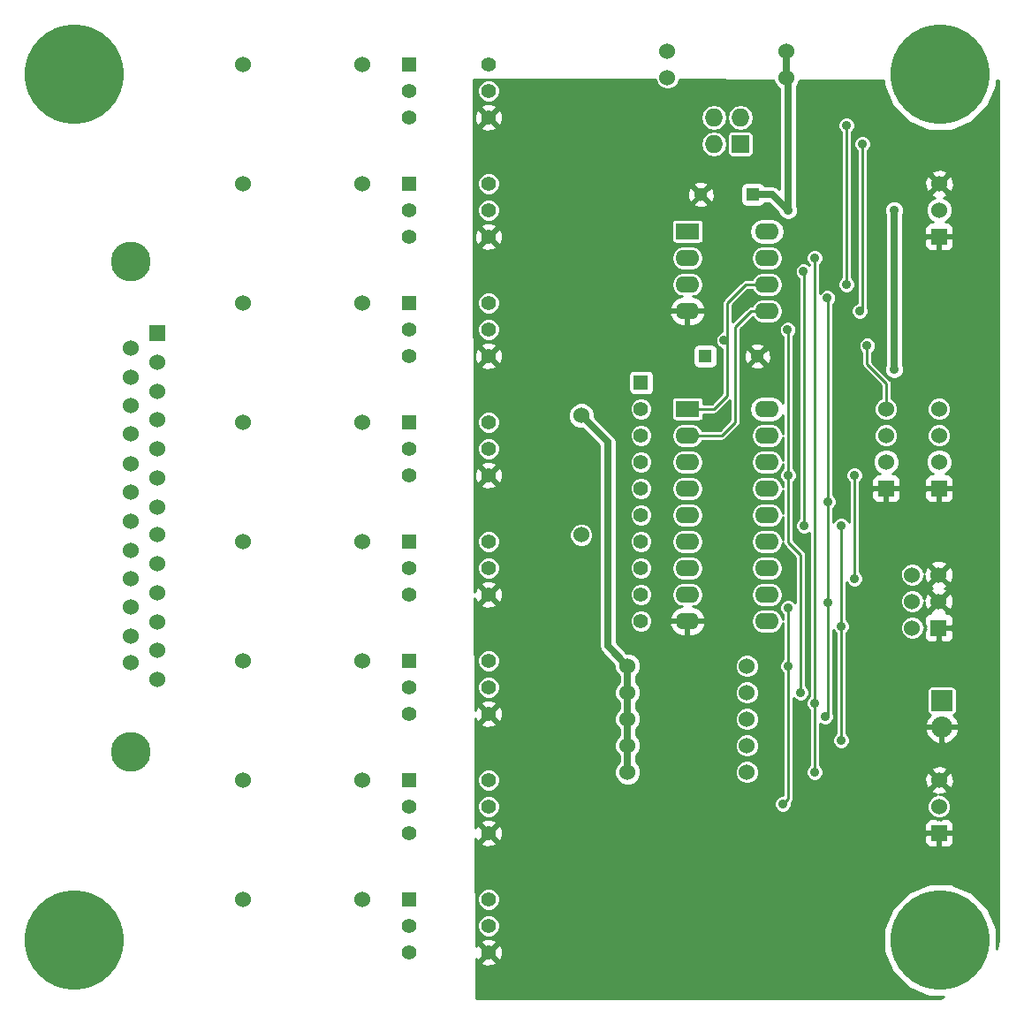
<source format=gbl>
G04 #@! TF.FileFunction,Copper,L2,Bot,Signal*
%FSLAX46Y46*%
G04 Gerber Fmt 4.6, Leading zero omitted, Abs format (unit mm)*
G04 Created by KiCad (PCBNEW (after 2015-mar-04 BZR unknown)-product) date 4/26/2015 2:57:46 PM*
%MOMM*%
G01*
G04 APERTURE LIST*
%ADD10C,0.150000*%
%ADD11C,1.524000*%
%ADD12R,1.397000X1.397000*%
%ADD13C,1.397000*%
%ADD14C,3.810000*%
%ADD15R,1.524000X1.524000*%
%ADD16C,9.525000*%
%ADD17R,2.032000X2.032000*%
%ADD18O,2.032000X2.032000*%
%ADD19R,1.727200X1.727200*%
%ADD20O,1.727200X1.727200*%
%ADD21R,1.300000X1.300000*%
%ADD22C,1.300000*%
%ADD23R,2.286000X1.574800*%
%ADD24O,2.286000X1.574800*%
%ADD25C,0.889000*%
%ADD26C,0.254000*%
%ADD27C,0.635000*%
G04 APERTURE END LIST*
D10*
D11*
X177225000Y-142230000D03*
X188655000Y-142230000D03*
X177225000Y-165090000D03*
X188655000Y-165090000D03*
X177225000Y-153660000D03*
X188655000Y-153660000D03*
X177225000Y-130800000D03*
X188655000Y-130800000D03*
X177225000Y-119370000D03*
X188655000Y-119370000D03*
X177225000Y-107940000D03*
X188655000Y-107940000D03*
X177225000Y-96510000D03*
X188655000Y-96510000D03*
X177225000Y-85080000D03*
X188655000Y-85080000D03*
D12*
X193100000Y-85080000D03*
D13*
X193100000Y-87620000D03*
X193100000Y-90160000D03*
X200720000Y-90160000D03*
X200720000Y-87620000D03*
X200720000Y-85080000D03*
D12*
X193100000Y-165090000D03*
D13*
X193100000Y-167630000D03*
X193100000Y-170170000D03*
X200720000Y-170170000D03*
X200720000Y-167630000D03*
X200720000Y-165090000D03*
D12*
X193100000Y-153660000D03*
D13*
X193100000Y-156200000D03*
X193100000Y-158740000D03*
X200720000Y-158740000D03*
X200720000Y-156200000D03*
X200720000Y-153660000D03*
D12*
X193100000Y-142230000D03*
D13*
X193100000Y-144770000D03*
X193100000Y-147310000D03*
X200720000Y-147310000D03*
X200720000Y-144770000D03*
X200720000Y-142230000D03*
D12*
X193100000Y-130800000D03*
D13*
X193100000Y-133340000D03*
X193100000Y-135880000D03*
X200720000Y-135880000D03*
X200720000Y-133340000D03*
X200720000Y-130800000D03*
D12*
X193100000Y-119370000D03*
D13*
X193100000Y-121910000D03*
X193100000Y-124450000D03*
X200720000Y-124450000D03*
X200720000Y-121910000D03*
X200720000Y-119370000D03*
D12*
X193100000Y-107940000D03*
D13*
X193100000Y-110480000D03*
X193100000Y-113020000D03*
X200720000Y-113020000D03*
X200720000Y-110480000D03*
X200720000Y-107940000D03*
D12*
X193100000Y-96510000D03*
D13*
X193100000Y-99050000D03*
X193100000Y-101590000D03*
X200720000Y-101590000D03*
X200720000Y-99050000D03*
X200720000Y-96510000D03*
D14*
X166430000Y-104005000D03*
X166430000Y-150995000D03*
D11*
X168970000Y-144010000D03*
X168970000Y-141216000D03*
X168970000Y-138549000D03*
X168970000Y-135755000D03*
X168970000Y-132961000D03*
X168970000Y-130167000D03*
X168970000Y-127500000D03*
X168970000Y-124706000D03*
X168970000Y-121912000D03*
X168970000Y-119118000D03*
X168970000Y-116451000D03*
X168970000Y-113657000D03*
D15*
X168970000Y-110863000D03*
D11*
X166430000Y-142435200D03*
X166430000Y-139895200D03*
X166430000Y-137101200D03*
X166430000Y-134358000D03*
X166430000Y-131614800D03*
X166430000Y-128820800D03*
X166430000Y-126077600D03*
X166430000Y-123334400D03*
X166430000Y-120489600D03*
X166430000Y-117797200D03*
X166430000Y-115054000D03*
X166430000Y-112260000D03*
D15*
X243840000Y-139065000D03*
D11*
X241300000Y-139065000D03*
X243840000Y-136525000D03*
X241300000Y-136525000D03*
X243840000Y-133985000D03*
X241300000Y-133985000D03*
D12*
X215325000Y-115560000D03*
D13*
X215325000Y-118100000D03*
X215325000Y-120640000D03*
X215325000Y-123180000D03*
X215325000Y-125720000D03*
X215325000Y-128260000D03*
X215325000Y-130800000D03*
X215325000Y-133340000D03*
X215325000Y-135880000D03*
X215325000Y-138420000D03*
D15*
X238820000Y-125720000D03*
D11*
X238820000Y-123180000D03*
X238820000Y-120640000D03*
X238820000Y-118100000D03*
D16*
X244000000Y-169000000D03*
X244000000Y-86000000D03*
X161000000Y-169000000D03*
X161000000Y-86000000D03*
D15*
X243900000Y-125720000D03*
D11*
X243900000Y-123180000D03*
X243900000Y-120640000D03*
X243900000Y-118100000D03*
D15*
X243900000Y-158740000D03*
D11*
X243900000Y-156200000D03*
X243900000Y-153660000D03*
D15*
X243900000Y-101590000D03*
D11*
X243900000Y-99050000D03*
X243900000Y-96510000D03*
D17*
X244154000Y-146040000D03*
D18*
X244154000Y-148580000D03*
D11*
X214055000Y-145278000D03*
X225485000Y-145278000D03*
X214055000Y-147818000D03*
X225485000Y-147818000D03*
X214055000Y-150358000D03*
X225485000Y-150358000D03*
X209610000Y-118735000D03*
X209610000Y-130165000D03*
X214055000Y-142738000D03*
X225485000Y-142738000D03*
X214055000Y-152898000D03*
X225485000Y-152898000D03*
D19*
X224850000Y-92700000D03*
D20*
X222310000Y-92700000D03*
X224850000Y-90160000D03*
X222310000Y-90160000D03*
D11*
X229295000Y-83810000D03*
X217865000Y-83810000D03*
X229295000Y-86350000D03*
X217865000Y-86350000D03*
D21*
X226060000Y-97536000D03*
D22*
X221060000Y-97536000D03*
D21*
X221488000Y-113030000D03*
D22*
X226488000Y-113030000D03*
D23*
X219770000Y-101082000D03*
D24*
X219770000Y-103622000D03*
X219770000Y-106162000D03*
X219770000Y-108702000D03*
X227390000Y-108702000D03*
X227390000Y-106162000D03*
X227390000Y-103622000D03*
X227390000Y-101082000D03*
D23*
X219770000Y-118100000D03*
D24*
X219770000Y-120640000D03*
X219770000Y-123180000D03*
X219770000Y-125720000D03*
X219770000Y-128260000D03*
X219770000Y-130800000D03*
X219770000Y-133340000D03*
X219770000Y-135880000D03*
X219770000Y-138420000D03*
X227390000Y-138420000D03*
X227390000Y-135880000D03*
X227390000Y-133340000D03*
X227390000Y-130800000D03*
X227390000Y-128260000D03*
X227390000Y-125720000D03*
X227390000Y-123180000D03*
X227390000Y-120640000D03*
X227390000Y-118100000D03*
D25*
X230886000Y-104902000D03*
X234502000Y-149850000D03*
X234502000Y-129276000D03*
X230946000Y-129276000D03*
X234502000Y-138928000D03*
X233172000Y-107442000D03*
X233232000Y-136642000D03*
X232978000Y-147564000D03*
X233232000Y-126990000D03*
X229362000Y-110490000D03*
X230622000Y-145278000D03*
X235772000Y-124450000D03*
X229422000Y-124450000D03*
X235772000Y-134356000D03*
X229422000Y-142738000D03*
X229422000Y-137150000D03*
X228914000Y-155946000D03*
X223266000Y-111506000D03*
X236982000Y-112014000D03*
X235010000Y-106162000D03*
X235010000Y-90922000D03*
X236534000Y-92700000D03*
X236280000Y-108702000D03*
X239582000Y-114290000D03*
X239582000Y-99050000D03*
X229422000Y-99050000D03*
X231962000Y-146294000D03*
X231962000Y-103622000D03*
X231962000Y-152898000D03*
D26*
X230886000Y-104902000D02*
X230946000Y-104902000D01*
X234502000Y-149850000D02*
X234502000Y-138928000D01*
X234502000Y-138928000D02*
X234502000Y-135372000D01*
X234502000Y-135372000D02*
X234502000Y-132578000D01*
X234502000Y-129276000D02*
X234502000Y-132578000D01*
X230946000Y-129276000D02*
X230946000Y-104902000D01*
X233172000Y-107442000D02*
X233232000Y-107442000D01*
X233232000Y-136642000D02*
X233232000Y-134102000D01*
X233232000Y-147310000D02*
X233232000Y-136642000D01*
X232978000Y-147564000D02*
X233232000Y-147310000D01*
X233232000Y-126990000D02*
X233232000Y-134102000D01*
X233232000Y-126990000D02*
X233232000Y-107442000D01*
X229362000Y-110490000D02*
X229422000Y-110490000D01*
X229422000Y-130870000D02*
X229422000Y-124450000D01*
X230632000Y-132080000D02*
X229422000Y-130870000D01*
X230632000Y-145268000D02*
X230632000Y-132080000D01*
X230622000Y-145278000D02*
X230632000Y-145268000D01*
X235772000Y-128514000D02*
X235772000Y-124450000D01*
X235772000Y-134356000D02*
X235772000Y-133086000D01*
X235772000Y-133086000D02*
X235772000Y-128514000D01*
X229422000Y-110490000D02*
X229422000Y-117846000D01*
X229422000Y-117846000D02*
X229422000Y-124450000D01*
X177450000Y-119628000D02*
X177513500Y-119564500D01*
X229422000Y-142230000D02*
X229422000Y-137150000D01*
X228914000Y-155946000D02*
X229422000Y-155438000D01*
X229422000Y-155438000D02*
X229422000Y-142738000D01*
X229422000Y-142738000D02*
X229422000Y-142230000D01*
X238820000Y-118100000D02*
X238820000Y-115630000D01*
X223580000Y-111820000D02*
X223580000Y-112268000D01*
X223266000Y-111506000D02*
X223580000Y-111820000D01*
X236982000Y-113792000D02*
X236982000Y-112014000D01*
X238820000Y-115630000D02*
X236982000Y-113792000D01*
X235010000Y-90922000D02*
X235010000Y-106162000D01*
X219770000Y-118100000D02*
X222310000Y-118100000D01*
X222310000Y-118100000D02*
X223580000Y-116830000D01*
X223580000Y-116830000D02*
X223580000Y-112268000D01*
X225358000Y-106162000D02*
X227390000Y-106162000D01*
X223580000Y-112268000D02*
X223580000Y-107940000D01*
X223580000Y-107940000D02*
X225358000Y-106162000D01*
X236534000Y-108448000D02*
X236534000Y-92700000D01*
X236280000Y-108702000D02*
X236534000Y-108448000D01*
X219770000Y-120640000D02*
X223072000Y-120640000D01*
X225866000Y-108702000D02*
X227390000Y-108702000D01*
X224342000Y-110226000D02*
X225866000Y-108702000D01*
X224342000Y-119370000D02*
X224342000Y-110226000D01*
X223072000Y-120640000D02*
X224342000Y-119370000D01*
D27*
X214055000Y-142738000D02*
X212150000Y-140833000D01*
X212150000Y-140833000D02*
X212150000Y-138039000D01*
X214055000Y-145278000D02*
X214055000Y-142738000D01*
X214055000Y-147818000D02*
X214055000Y-145278000D01*
X214055000Y-150358000D02*
X214055000Y-147818000D01*
X214055000Y-152898000D02*
X214055000Y-150358000D01*
X212150000Y-139944000D02*
X212150000Y-140833000D01*
X239582000Y-99050000D02*
X239582000Y-114290000D01*
X229295000Y-83810000D02*
X229295000Y-86350000D01*
X229295000Y-86350000D02*
X229422000Y-86477000D01*
X229422000Y-86477000D02*
X229422000Y-99050000D01*
X214055000Y-142738000D02*
X214055000Y-142611000D01*
X212150000Y-121275000D02*
X209610000Y-118735000D01*
X212150000Y-140198000D02*
X212150000Y-139944000D01*
X212150000Y-139944000D02*
X212150000Y-138039000D01*
X212150000Y-138039000D02*
X212150000Y-121275000D01*
X227908000Y-97536000D02*
X229422000Y-99050000D01*
X226060000Y-97536000D02*
X227908000Y-97536000D01*
D26*
X231962000Y-131816000D02*
X231962000Y-146294000D01*
X231962000Y-130292000D02*
X231962000Y-103622000D01*
X231962000Y-131816000D02*
X231962000Y-130292000D01*
X231962000Y-146294000D02*
X231962000Y-152898000D01*
X177450000Y-142488000D02*
X176815000Y-142488000D01*
G36*
X249569000Y-168957547D02*
X249396783Y-169823339D01*
X249398435Y-167931081D01*
X248578446Y-165946556D01*
X247061430Y-164426891D01*
X245759975Y-163886479D01*
X245759975Y-148962944D01*
X245759975Y-148197056D01*
X245560385Y-147715182D01*
X245288112Y-147421547D01*
X245315274Y-147416278D01*
X245442956Y-147332404D01*
X245528426Y-147205784D01*
X245558464Y-147056000D01*
X245558464Y-145024000D01*
X245530278Y-144878726D01*
X245446404Y-144751044D01*
X245319784Y-144665574D01*
X245309144Y-144663440D01*
X245309144Y-96717698D01*
X245281362Y-96162632D01*
X245122397Y-95778857D01*
X244880213Y-95709392D01*
X244700608Y-95888997D01*
X244700608Y-95529787D01*
X244631143Y-95287603D01*
X244107698Y-95100856D01*
X243552632Y-95128638D01*
X243168857Y-95287603D01*
X243099392Y-95529787D01*
X243900000Y-96330395D01*
X244700608Y-95529787D01*
X244700608Y-95888997D01*
X244079605Y-96510000D01*
X244880213Y-97310608D01*
X245122397Y-97241143D01*
X245309144Y-96717698D01*
X245309144Y-144663440D01*
X245297000Y-144661004D01*
X245297000Y-126608309D01*
X245297000Y-126005750D01*
X245297000Y-125434250D01*
X245297000Y-124831691D01*
X245297000Y-102478309D01*
X245297000Y-101875750D01*
X245297000Y-101304250D01*
X245297000Y-100701691D01*
X245200327Y-100468302D01*
X245021699Y-100289673D01*
X244788310Y-100193000D01*
X244535691Y-100193000D01*
X244459407Y-100193000D01*
X244618458Y-100127282D01*
X244976026Y-99770337D01*
X245169779Y-99303727D01*
X245170220Y-98798490D01*
X244977282Y-98331542D01*
X244620337Y-97973974D01*
X244334483Y-97855277D01*
X244631143Y-97732397D01*
X244700608Y-97490213D01*
X243900000Y-96689605D01*
X243720395Y-96869210D01*
X243720395Y-96510000D01*
X242919787Y-95709392D01*
X242677603Y-95778857D01*
X242490856Y-96302302D01*
X242518638Y-96857368D01*
X242677603Y-97241143D01*
X242919787Y-97310608D01*
X243720395Y-96510000D01*
X243720395Y-96869210D01*
X243099392Y-97490213D01*
X243168857Y-97732397D01*
X243487787Y-97846180D01*
X243181542Y-97972718D01*
X242823974Y-98329663D01*
X242630221Y-98796273D01*
X242629780Y-99301510D01*
X242822718Y-99768458D01*
X243179663Y-100126026D01*
X243340954Y-100193000D01*
X243264309Y-100193000D01*
X243011690Y-100193000D01*
X242778301Y-100289673D01*
X242599673Y-100468302D01*
X242503000Y-100701691D01*
X242503000Y-101304250D01*
X242661750Y-101463000D01*
X243773000Y-101463000D01*
X243773000Y-101443000D01*
X244027000Y-101443000D01*
X244027000Y-101463000D01*
X245138250Y-101463000D01*
X245297000Y-101304250D01*
X245297000Y-101875750D01*
X245138250Y-101717000D01*
X244027000Y-101717000D01*
X244027000Y-102828250D01*
X244185750Y-102987000D01*
X244535691Y-102987000D01*
X244788310Y-102987000D01*
X245021699Y-102890327D01*
X245200327Y-102711698D01*
X245297000Y-102478309D01*
X245297000Y-124831691D01*
X245200327Y-124598302D01*
X245021699Y-124419673D01*
X244788310Y-124323000D01*
X244535691Y-124323000D01*
X244459407Y-124323000D01*
X244618458Y-124257282D01*
X244976026Y-123900337D01*
X245169779Y-123433727D01*
X245170220Y-122928490D01*
X245043198Y-122621071D01*
X245043198Y-120413641D01*
X245043198Y-117873641D01*
X244869554Y-117453388D01*
X244548303Y-117131577D01*
X244128354Y-116957199D01*
X243773000Y-116956888D01*
X243773000Y-102828250D01*
X243773000Y-101717000D01*
X242661750Y-101717000D01*
X242503000Y-101875750D01*
X242503000Y-102478309D01*
X242599673Y-102711698D01*
X242778301Y-102890327D01*
X243011690Y-102987000D01*
X243264309Y-102987000D01*
X243614250Y-102987000D01*
X243773000Y-102828250D01*
X243773000Y-116956888D01*
X243673641Y-116956802D01*
X243253388Y-117130446D01*
X242931577Y-117451697D01*
X242757199Y-117871646D01*
X242756802Y-118326359D01*
X242930446Y-118746612D01*
X243251697Y-119068423D01*
X243671646Y-119242801D01*
X244126359Y-119243198D01*
X244546612Y-119069554D01*
X244868423Y-118748303D01*
X245042801Y-118328354D01*
X245043198Y-117873641D01*
X245043198Y-120413641D01*
X244869554Y-119993388D01*
X244548303Y-119671577D01*
X244128354Y-119497199D01*
X243673641Y-119496802D01*
X243253388Y-119670446D01*
X242931577Y-119991697D01*
X242757199Y-120411646D01*
X242756802Y-120866359D01*
X242930446Y-121286612D01*
X243251697Y-121608423D01*
X243671646Y-121782801D01*
X244126359Y-121783198D01*
X244546612Y-121609554D01*
X244868423Y-121288303D01*
X245042801Y-120868354D01*
X245043198Y-120413641D01*
X245043198Y-122621071D01*
X244977282Y-122461542D01*
X244620337Y-122103974D01*
X244153727Y-121910221D01*
X243648490Y-121909780D01*
X243181542Y-122102718D01*
X242823974Y-122459663D01*
X242630221Y-122926273D01*
X242629780Y-123431510D01*
X242822718Y-123898458D01*
X243179663Y-124256026D01*
X243340954Y-124323000D01*
X243264309Y-124323000D01*
X243011690Y-124323000D01*
X242778301Y-124419673D01*
X242599673Y-124598302D01*
X242503000Y-124831691D01*
X242503000Y-125434250D01*
X242661750Y-125593000D01*
X243773000Y-125593000D01*
X243773000Y-125573000D01*
X244027000Y-125573000D01*
X244027000Y-125593000D01*
X245138250Y-125593000D01*
X245297000Y-125434250D01*
X245297000Y-126005750D01*
X245138250Y-125847000D01*
X244027000Y-125847000D01*
X244027000Y-126958250D01*
X244185750Y-127117000D01*
X244535691Y-127117000D01*
X244788310Y-127117000D01*
X245021699Y-127020327D01*
X245200327Y-126841698D01*
X245297000Y-126608309D01*
X245297000Y-144661004D01*
X245249144Y-144651407D01*
X245249144Y-136732698D01*
X245249144Y-134192698D01*
X245221362Y-133637632D01*
X245062397Y-133253857D01*
X244820213Y-133184392D01*
X244640608Y-133363997D01*
X244640608Y-133004787D01*
X244571143Y-132762603D01*
X244047698Y-132575856D01*
X243773000Y-132589605D01*
X243773000Y-126958250D01*
X243773000Y-125847000D01*
X242661750Y-125847000D01*
X242503000Y-126005750D01*
X242503000Y-126608309D01*
X242599673Y-126841698D01*
X242778301Y-127020327D01*
X243011690Y-127117000D01*
X243264309Y-127117000D01*
X243614250Y-127117000D01*
X243773000Y-126958250D01*
X243773000Y-132589605D01*
X243492632Y-132603638D01*
X243108857Y-132762603D01*
X243039392Y-133004787D01*
X243840000Y-133805395D01*
X244640608Y-133004787D01*
X244640608Y-133363997D01*
X244019605Y-133985000D01*
X244820213Y-134785608D01*
X245062397Y-134716143D01*
X245249144Y-134192698D01*
X245249144Y-136732698D01*
X245221362Y-136177632D01*
X245062397Y-135793857D01*
X244820213Y-135724392D01*
X244640608Y-135903997D01*
X244640608Y-135544787D01*
X244571143Y-135302603D01*
X244447655Y-135258547D01*
X244571143Y-135207397D01*
X244640608Y-134965213D01*
X243840000Y-134164605D01*
X243660395Y-134344210D01*
X243660395Y-133985000D01*
X242859787Y-133184392D01*
X242617603Y-133253857D01*
X242440147Y-133751258D01*
X242269554Y-133338388D01*
X241948303Y-133016577D01*
X241528354Y-132842199D01*
X241073641Y-132841802D01*
X240653388Y-133015446D01*
X240534665Y-133133962D01*
X240534665Y-114101367D01*
X240407500Y-113793604D01*
X240407500Y-99545748D01*
X240534335Y-99240295D01*
X240534665Y-98861367D01*
X240389961Y-98511157D01*
X240122253Y-98242980D01*
X239772295Y-98097665D01*
X239393367Y-98097335D01*
X239043157Y-98242039D01*
X238774980Y-98509747D01*
X238629665Y-98859705D01*
X238629335Y-99238633D01*
X238756500Y-99546395D01*
X238756500Y-113794251D01*
X238629665Y-114099705D01*
X238629335Y-114478633D01*
X238774039Y-114828843D01*
X239041747Y-115097020D01*
X239391705Y-115242335D01*
X239770633Y-115242665D01*
X240120843Y-115097961D01*
X240389020Y-114830253D01*
X240534335Y-114480295D01*
X240534665Y-114101367D01*
X240534665Y-133133962D01*
X240331577Y-133336697D01*
X240217000Y-133612629D01*
X240217000Y-126608309D01*
X240217000Y-126005750D01*
X240217000Y-125434250D01*
X240217000Y-124831691D01*
X240120327Y-124598302D01*
X239941699Y-124419673D01*
X239708310Y-124323000D01*
X239455691Y-124323000D01*
X239379407Y-124323000D01*
X239538458Y-124257282D01*
X239896026Y-123900337D01*
X240089779Y-123433727D01*
X240090220Y-122928490D01*
X239963198Y-122621071D01*
X239963198Y-120413641D01*
X239963198Y-117873641D01*
X239789554Y-117453388D01*
X239468303Y-117131577D01*
X239328000Y-117073318D01*
X239328000Y-115630000D01*
X239289331Y-115435597D01*
X239179211Y-115270790D01*
X237490000Y-113581579D01*
X237490000Y-112673302D01*
X237681417Y-112482219D01*
X237807357Y-112178923D01*
X237807643Y-111850518D01*
X237682233Y-111547002D01*
X237450219Y-111314583D01*
X237359643Y-111276972D01*
X237359643Y-92536518D01*
X237234233Y-92233002D01*
X237002219Y-92000583D01*
X236698923Y-91874643D01*
X236370518Y-91874357D01*
X236067002Y-91999767D01*
X235834583Y-92231781D01*
X235708643Y-92535077D01*
X235708357Y-92863482D01*
X235833767Y-93166998D01*
X236026000Y-93359566D01*
X236026000Y-107913758D01*
X235835643Y-107992411D01*
X235835643Y-105998518D01*
X235710233Y-105695002D01*
X235518000Y-105502433D01*
X235518000Y-91581302D01*
X235709417Y-91390219D01*
X235835357Y-91086923D01*
X235835643Y-90758518D01*
X235710233Y-90455002D01*
X235478219Y-90222583D01*
X235174923Y-90096643D01*
X234846518Y-90096357D01*
X234543002Y-90221767D01*
X234310583Y-90453781D01*
X234184643Y-90757077D01*
X234184357Y-91085482D01*
X234309767Y-91388998D01*
X234502000Y-91581566D01*
X234502000Y-105502697D01*
X234310583Y-105693781D01*
X234184643Y-105997077D01*
X234184357Y-106325482D01*
X234309767Y-106628998D01*
X234541781Y-106861417D01*
X234845077Y-106987357D01*
X235173482Y-106987643D01*
X235476998Y-106862233D01*
X235709417Y-106630219D01*
X235835357Y-106326923D01*
X235835643Y-105998518D01*
X235835643Y-107992411D01*
X235813002Y-108001767D01*
X235580583Y-108233781D01*
X235454643Y-108537077D01*
X235454357Y-108865482D01*
X235579767Y-109168998D01*
X235811781Y-109401417D01*
X236115077Y-109527357D01*
X236443482Y-109527643D01*
X236746998Y-109402233D01*
X236979417Y-109170219D01*
X237105357Y-108866923D01*
X237105643Y-108538518D01*
X237042000Y-108384489D01*
X237042000Y-93359302D01*
X237233417Y-93168219D01*
X237359357Y-92864923D01*
X237359643Y-92536518D01*
X237359643Y-111276972D01*
X237146923Y-111188643D01*
X236818518Y-111188357D01*
X236515002Y-111313767D01*
X236282583Y-111545781D01*
X236156643Y-111849077D01*
X236156357Y-112177482D01*
X236281767Y-112480998D01*
X236474000Y-112673566D01*
X236474000Y-113792000D01*
X236512669Y-113986403D01*
X236622790Y-114151210D01*
X238312000Y-115840420D01*
X238312000Y-117073173D01*
X238173388Y-117130446D01*
X237851577Y-117451697D01*
X237677199Y-117871646D01*
X237676802Y-118326359D01*
X237850446Y-118746612D01*
X238171697Y-119068423D01*
X238591646Y-119242801D01*
X239046359Y-119243198D01*
X239466612Y-119069554D01*
X239788423Y-118748303D01*
X239962801Y-118328354D01*
X239963198Y-117873641D01*
X239963198Y-120413641D01*
X239789554Y-119993388D01*
X239468303Y-119671577D01*
X239048354Y-119497199D01*
X238593641Y-119496802D01*
X238173388Y-119670446D01*
X237851577Y-119991697D01*
X237677199Y-120411646D01*
X237676802Y-120866359D01*
X237850446Y-121286612D01*
X238171697Y-121608423D01*
X238591646Y-121782801D01*
X239046359Y-121783198D01*
X239466612Y-121609554D01*
X239788423Y-121288303D01*
X239962801Y-120868354D01*
X239963198Y-120413641D01*
X239963198Y-122621071D01*
X239897282Y-122461542D01*
X239540337Y-122103974D01*
X239073727Y-121910221D01*
X238568490Y-121909780D01*
X238101542Y-122102718D01*
X237743974Y-122459663D01*
X237550221Y-122926273D01*
X237549780Y-123431510D01*
X237742718Y-123898458D01*
X238099663Y-124256026D01*
X238260954Y-124323000D01*
X238184309Y-124323000D01*
X237931690Y-124323000D01*
X237698301Y-124419673D01*
X237519673Y-124598302D01*
X237423000Y-124831691D01*
X237423000Y-125434250D01*
X237581750Y-125593000D01*
X238693000Y-125593000D01*
X238693000Y-125573000D01*
X238947000Y-125573000D01*
X238947000Y-125593000D01*
X240058250Y-125593000D01*
X240217000Y-125434250D01*
X240217000Y-126005750D01*
X240058250Y-125847000D01*
X238947000Y-125847000D01*
X238947000Y-126958250D01*
X239105750Y-127117000D01*
X239455691Y-127117000D01*
X239708310Y-127117000D01*
X239941699Y-127020327D01*
X240120327Y-126841698D01*
X240217000Y-126608309D01*
X240217000Y-133612629D01*
X240157199Y-133756646D01*
X240156802Y-134211359D01*
X240330446Y-134631612D01*
X240651697Y-134953423D01*
X241071646Y-135127801D01*
X241526359Y-135128198D01*
X241946612Y-134954554D01*
X242268423Y-134633303D01*
X242442801Y-134213354D01*
X242442970Y-134019339D01*
X242458638Y-134332368D01*
X242617603Y-134716143D01*
X242859787Y-134785608D01*
X243660395Y-133985000D01*
X243660395Y-134344210D01*
X243039392Y-134965213D01*
X243108857Y-135207397D01*
X243232344Y-135251452D01*
X243108857Y-135302603D01*
X243039392Y-135544787D01*
X243840000Y-136345395D01*
X244640608Y-135544787D01*
X244640608Y-135903997D01*
X244019605Y-136525000D01*
X244820213Y-137325608D01*
X245062397Y-137256143D01*
X245249144Y-136732698D01*
X245249144Y-144651407D01*
X245237000Y-144648972D01*
X245237000Y-139953309D01*
X245237000Y-139350750D01*
X245237000Y-138779250D01*
X245237000Y-138176691D01*
X245140327Y-137943302D01*
X244961699Y-137764673D01*
X244728310Y-137668000D01*
X244593916Y-137668000D01*
X244640608Y-137505213D01*
X243840000Y-136704605D01*
X243660395Y-136884210D01*
X243660395Y-136525000D01*
X242859787Y-135724392D01*
X242617603Y-135793857D01*
X242440147Y-136291258D01*
X242269554Y-135878388D01*
X241948303Y-135556577D01*
X241528354Y-135382199D01*
X241073641Y-135381802D01*
X240653388Y-135555446D01*
X240331577Y-135876697D01*
X240157199Y-136296646D01*
X240156802Y-136751359D01*
X240330446Y-137171612D01*
X240651697Y-137493423D01*
X241071646Y-137667801D01*
X241526359Y-137668198D01*
X241946612Y-137494554D01*
X242268423Y-137173303D01*
X242442801Y-136753354D01*
X242442970Y-136559339D01*
X242458638Y-136872368D01*
X242617603Y-137256143D01*
X242859787Y-137325608D01*
X243660395Y-136525000D01*
X243660395Y-136884210D01*
X243039392Y-137505213D01*
X243086083Y-137668000D01*
X242951690Y-137668000D01*
X242718301Y-137764673D01*
X242539673Y-137943302D01*
X242443000Y-138176691D01*
X242443000Y-138779250D01*
X242601748Y-138937998D01*
X242443198Y-138937998D01*
X242443111Y-138937998D01*
X242443198Y-138838641D01*
X242269554Y-138418388D01*
X241948303Y-138096577D01*
X241528354Y-137922199D01*
X241073641Y-137921802D01*
X240653388Y-138095446D01*
X240331577Y-138416697D01*
X240157199Y-138836646D01*
X240156802Y-139291359D01*
X240330446Y-139711612D01*
X240651697Y-140033423D01*
X241071646Y-140207801D01*
X241526359Y-140208198D01*
X241946612Y-140034554D01*
X242268423Y-139713303D01*
X242442801Y-139293354D01*
X242443000Y-139065424D01*
X242443000Y-139192002D01*
X242443198Y-139192002D01*
X242601748Y-139192002D01*
X242443198Y-139350552D01*
X242443000Y-139350750D01*
X242443000Y-139953309D01*
X242539673Y-140186698D01*
X242718301Y-140365327D01*
X242951690Y-140462000D01*
X243204309Y-140462000D01*
X243554250Y-140462000D01*
X243713000Y-140303250D01*
X243713000Y-139192000D01*
X243693000Y-139192000D01*
X243693000Y-138938000D01*
X243713000Y-138938000D01*
X243713000Y-138918000D01*
X243967000Y-138918000D01*
X243967000Y-138938000D01*
X245078250Y-138938000D01*
X245237000Y-138779250D01*
X245237000Y-139350750D01*
X245078250Y-139192000D01*
X243967000Y-139192000D01*
X243967000Y-140303250D01*
X244125750Y-140462000D01*
X244475691Y-140462000D01*
X244728310Y-140462000D01*
X244961699Y-140365327D01*
X245140327Y-140186698D01*
X245237000Y-139953309D01*
X245237000Y-144648972D01*
X245170000Y-144635536D01*
X243713000Y-144635536D01*
X243138000Y-144635536D01*
X242992726Y-144663722D01*
X242865044Y-144747596D01*
X242779574Y-144874216D01*
X242749536Y-145024000D01*
X242749536Y-147056000D01*
X242777722Y-147201274D01*
X242861596Y-147328956D01*
X242988216Y-147414426D01*
X243020490Y-147420898D01*
X242747615Y-147715182D01*
X242548025Y-148197056D01*
X242667164Y-148453000D01*
X244027000Y-148453000D01*
X244027000Y-148433000D01*
X244281000Y-148433000D01*
X244281000Y-148453000D01*
X245640836Y-148453000D01*
X245759975Y-148197056D01*
X245759975Y-148962944D01*
X245640836Y-148707000D01*
X244281000Y-148707000D01*
X244281000Y-150067367D01*
X244536946Y-150185983D01*
X245122379Y-149917188D01*
X245560385Y-149444818D01*
X245759975Y-148962944D01*
X245759975Y-163886479D01*
X245309144Y-163699277D01*
X245309144Y-153867698D01*
X245281362Y-153312632D01*
X245122397Y-152928857D01*
X244880213Y-152859392D01*
X244700608Y-153038997D01*
X244700608Y-152679787D01*
X244631143Y-152437603D01*
X244107698Y-152250856D01*
X244027000Y-152254895D01*
X244027000Y-150067367D01*
X244027000Y-148707000D01*
X242667164Y-148707000D01*
X242548025Y-148962944D01*
X242747615Y-149444818D01*
X243185621Y-149917188D01*
X243771054Y-150185983D01*
X244027000Y-150067367D01*
X244027000Y-152254895D01*
X243552632Y-152278638D01*
X243168857Y-152437603D01*
X243099392Y-152679787D01*
X243900000Y-153480395D01*
X244700608Y-152679787D01*
X244700608Y-153038997D01*
X244079605Y-153660000D01*
X244880213Y-154460608D01*
X245122397Y-154391143D01*
X245309144Y-153867698D01*
X245309144Y-163699277D01*
X245297000Y-163694235D01*
X245297000Y-159628309D01*
X245297000Y-159025750D01*
X245297000Y-158454250D01*
X245297000Y-157851691D01*
X245200327Y-157618302D01*
X245043198Y-157461172D01*
X245021699Y-157439673D01*
X244788310Y-157343000D01*
X244535691Y-157343000D01*
X244185750Y-157343000D01*
X244027002Y-157501748D01*
X244027002Y-157343111D01*
X244126359Y-157343198D01*
X244546612Y-157169554D01*
X244868423Y-156848303D01*
X245042801Y-156428354D01*
X245043198Y-155973641D01*
X244869554Y-155553388D01*
X244548303Y-155231577D01*
X244128354Y-155057199D01*
X243934339Y-155057029D01*
X244247368Y-155041362D01*
X244631143Y-154882397D01*
X244700608Y-154640213D01*
X243900000Y-153839605D01*
X243720395Y-154019210D01*
X243720395Y-153660000D01*
X242919787Y-152859392D01*
X242677603Y-152928857D01*
X242490856Y-153452302D01*
X242518638Y-154007368D01*
X242677603Y-154391143D01*
X242919787Y-154460608D01*
X243720395Y-153660000D01*
X243720395Y-154019210D01*
X243099392Y-154640213D01*
X243168857Y-154882397D01*
X243666258Y-155059852D01*
X243253388Y-155230446D01*
X242931577Y-155551697D01*
X242757199Y-155971646D01*
X242756802Y-156426359D01*
X242930446Y-156846612D01*
X243251697Y-157168423D01*
X243671646Y-157342801D01*
X243899575Y-157343000D01*
X243772998Y-157343000D01*
X243772998Y-157501748D01*
X243614250Y-157343000D01*
X243264309Y-157343000D01*
X243011690Y-157343000D01*
X242778301Y-157439673D01*
X242599673Y-157618302D01*
X242503000Y-157851691D01*
X242503000Y-158454250D01*
X242661750Y-158613000D01*
X243773000Y-158613000D01*
X243773000Y-158593000D01*
X244027000Y-158593000D01*
X244027000Y-158613000D01*
X245138250Y-158613000D01*
X245297000Y-158454250D01*
X245297000Y-159025750D01*
X245138250Y-158867000D01*
X244027000Y-158867000D01*
X244027000Y-159978250D01*
X244185750Y-160137000D01*
X244535691Y-160137000D01*
X244788310Y-160137000D01*
X245021699Y-160040327D01*
X245200327Y-159861698D01*
X245297000Y-159628309D01*
X245297000Y-163694235D01*
X245078339Y-163603439D01*
X243773000Y-163602299D01*
X243773000Y-159978250D01*
X243773000Y-158867000D01*
X242661750Y-158867000D01*
X242503000Y-159025750D01*
X242503000Y-159628309D01*
X242599673Y-159861698D01*
X242778301Y-160040327D01*
X243011690Y-160137000D01*
X243264309Y-160137000D01*
X243614250Y-160137000D01*
X243773000Y-159978250D01*
X243773000Y-163602299D01*
X242931081Y-163601565D01*
X240946556Y-164421554D01*
X239426891Y-165938570D01*
X238693000Y-167705974D01*
X238693000Y-126958250D01*
X238693000Y-125847000D01*
X237581750Y-125847000D01*
X237423000Y-126005750D01*
X237423000Y-126608309D01*
X237519673Y-126841698D01*
X237698301Y-127020327D01*
X237931690Y-127117000D01*
X238184309Y-127117000D01*
X238534250Y-127117000D01*
X238693000Y-126958250D01*
X238693000Y-167705974D01*
X238603439Y-167921661D01*
X238601565Y-170068919D01*
X239421554Y-172053444D01*
X240938570Y-173573109D01*
X242921661Y-174396561D01*
X244330717Y-174397790D01*
X244190897Y-174522584D01*
X243957552Y-174569000D01*
X236597643Y-174569000D01*
X236597643Y-134192518D01*
X236472233Y-133889002D01*
X236280000Y-133696433D01*
X236280000Y-133086000D01*
X236280000Y-128514000D01*
X236280000Y-125109302D01*
X236471417Y-124918219D01*
X236597357Y-124614923D01*
X236597643Y-124286518D01*
X236472233Y-123983002D01*
X236240219Y-123750583D01*
X235936923Y-123624643D01*
X235608518Y-123624357D01*
X235305002Y-123749767D01*
X235072583Y-123981781D01*
X234946643Y-124285077D01*
X234946357Y-124613482D01*
X235071767Y-124916998D01*
X235264000Y-125109566D01*
X235264000Y-128514000D01*
X235264000Y-128958489D01*
X235202233Y-128809002D01*
X234970219Y-128576583D01*
X234666923Y-128450643D01*
X234338518Y-128450357D01*
X234035002Y-128575767D01*
X233802583Y-128807781D01*
X233740000Y-128958497D01*
X233740000Y-127649302D01*
X233931417Y-127458219D01*
X234057357Y-127154923D01*
X234057643Y-126826518D01*
X233932233Y-126523002D01*
X233740000Y-126330433D01*
X233740000Y-108041407D01*
X233871417Y-107910219D01*
X233997357Y-107606923D01*
X233997643Y-107278518D01*
X233872233Y-106975002D01*
X233640219Y-106742583D01*
X233336923Y-106616643D01*
X233008518Y-106616357D01*
X232705002Y-106741767D01*
X232472583Y-106973781D01*
X232470000Y-106980001D01*
X232470000Y-104281302D01*
X232661417Y-104090219D01*
X232787357Y-103786923D01*
X232787643Y-103458518D01*
X232662233Y-103155002D01*
X232430219Y-102922583D01*
X232126923Y-102796643D01*
X231798518Y-102796357D01*
X231495002Y-102921767D01*
X231262583Y-103153781D01*
X231136643Y-103457077D01*
X231136357Y-103785482D01*
X231261767Y-104088998D01*
X231454000Y-104281566D01*
X231454000Y-104302538D01*
X231354219Y-104202583D01*
X231050923Y-104076643D01*
X230722518Y-104076357D01*
X230419002Y-104201767D01*
X230186583Y-104433781D01*
X230060643Y-104737077D01*
X230060357Y-105065482D01*
X230185767Y-105368998D01*
X230417781Y-105601417D01*
X230438000Y-105609812D01*
X230438000Y-128616697D01*
X230246583Y-128807781D01*
X230120643Y-129111077D01*
X230120357Y-129439482D01*
X230245767Y-129742998D01*
X230477781Y-129975417D01*
X230781077Y-130101357D01*
X231109482Y-130101643D01*
X231412998Y-129976233D01*
X231454000Y-129935302D01*
X231454000Y-130292000D01*
X231454000Y-131816000D01*
X231454000Y-145634697D01*
X231447643Y-145641042D01*
X231447643Y-145114518D01*
X231322233Y-144811002D01*
X231140000Y-144628450D01*
X231140000Y-132080000D01*
X231107746Y-131917849D01*
X231101331Y-131885597D01*
X231101331Y-131885596D01*
X230991210Y-131720790D01*
X230991210Y-131720789D01*
X229930000Y-130659579D01*
X229930000Y-125109302D01*
X230121417Y-124918219D01*
X230247357Y-124614923D01*
X230247643Y-124286518D01*
X230122233Y-123983002D01*
X229930000Y-123790433D01*
X229930000Y-117846000D01*
X229930000Y-111089407D01*
X230061417Y-110958219D01*
X230187357Y-110654923D01*
X230187643Y-110326518D01*
X230062233Y-110023002D01*
X229830219Y-109790583D01*
X229526923Y-109664643D01*
X229198518Y-109664357D01*
X229073345Y-109716077D01*
X229073345Y-101082000D01*
X228974739Y-100586272D01*
X228693931Y-100166014D01*
X228273673Y-99885206D01*
X227777945Y-99786600D01*
X227002055Y-99786600D01*
X226506327Y-99885206D01*
X226086069Y-100166014D01*
X225805261Y-100586272D01*
X225706655Y-101082000D01*
X225805261Y-101577728D01*
X226086069Y-101997986D01*
X226506327Y-102278794D01*
X227002055Y-102377400D01*
X227777945Y-102377400D01*
X228273673Y-102278794D01*
X228693931Y-101997986D01*
X228974739Y-101577728D01*
X229073345Y-101082000D01*
X229073345Y-109716077D01*
X228943857Y-109769580D01*
X228943857Y-108702000D01*
X228854918Y-108254873D01*
X228601641Y-107875816D01*
X228222584Y-107622539D01*
X227775457Y-107533600D01*
X227004543Y-107533600D01*
X226557416Y-107622539D01*
X226178359Y-107875816D01*
X225965755Y-108194000D01*
X225866000Y-108194000D01*
X225671597Y-108232669D01*
X225616910Y-108269209D01*
X225506789Y-108342790D01*
X224088000Y-109761579D01*
X224088000Y-108150420D01*
X225568420Y-106670000D01*
X225965755Y-106670000D01*
X226178359Y-106988184D01*
X226557416Y-107241461D01*
X227004543Y-107330400D01*
X227775457Y-107330400D01*
X228222584Y-107241461D01*
X228601641Y-106988184D01*
X228854918Y-106609127D01*
X228943857Y-106162000D01*
X228943857Y-103622000D01*
X228854918Y-103174873D01*
X228601641Y-102795816D01*
X228222584Y-102542539D01*
X227775457Y-102453600D01*
X227004543Y-102453600D01*
X226557416Y-102542539D01*
X226178359Y-102795816D01*
X225925082Y-103174873D01*
X225836143Y-103622000D01*
X225925082Y-104069127D01*
X226178359Y-104448184D01*
X226557416Y-104701461D01*
X227004543Y-104790400D01*
X227775457Y-104790400D01*
X228222584Y-104701461D01*
X228601641Y-104448184D01*
X228854918Y-104069127D01*
X228943857Y-103622000D01*
X228943857Y-106162000D01*
X228854918Y-105714873D01*
X228601641Y-105335816D01*
X228222584Y-105082539D01*
X227775457Y-104993600D01*
X227004543Y-104993600D01*
X226557416Y-105082539D01*
X226178359Y-105335816D01*
X225965755Y-105654000D01*
X225358000Y-105654000D01*
X225163597Y-105692669D01*
X224998790Y-105802790D01*
X223578983Y-107222597D01*
X223578983Y-92700000D01*
X223578983Y-90160000D01*
X223484243Y-89683712D01*
X223214448Y-89279935D01*
X222810671Y-89010140D01*
X222334383Y-88915400D01*
X222285617Y-88915400D01*
X221809329Y-89010140D01*
X221405552Y-89279935D01*
X221135757Y-89683712D01*
X221041017Y-90160000D01*
X221135757Y-90636288D01*
X221405552Y-91040065D01*
X221809329Y-91309860D01*
X222285617Y-91404600D01*
X222334383Y-91404600D01*
X222810671Y-91309860D01*
X223214448Y-91040065D01*
X223484243Y-90636288D01*
X223578983Y-90160000D01*
X223578983Y-92700000D01*
X223484243Y-92223712D01*
X223214448Y-91819935D01*
X222810671Y-91550140D01*
X222334383Y-91455400D01*
X222285617Y-91455400D01*
X221809329Y-91550140D01*
X221405552Y-91819935D01*
X221135757Y-92223712D01*
X221041017Y-92700000D01*
X221135757Y-93176288D01*
X221405552Y-93580065D01*
X221809329Y-93849860D01*
X222285617Y-93944600D01*
X222334383Y-93944600D01*
X222810671Y-93849860D01*
X223214448Y-93580065D01*
X223484243Y-93176288D01*
X223578983Y-92700000D01*
X223578983Y-107222597D01*
X223220790Y-107580790D01*
X223110669Y-107745597D01*
X223072000Y-107940000D01*
X223072000Y-110692966D01*
X222799002Y-110805767D01*
X222566583Y-111037781D01*
X222440643Y-111341077D01*
X222440357Y-111669482D01*
X222565767Y-111972998D01*
X222797781Y-112205417D01*
X223072000Y-112319283D01*
X223072000Y-116619580D01*
X222655952Y-117035628D01*
X222655952Y-113680000D01*
X222655952Y-112380000D01*
X222618370Y-112186301D01*
X222506539Y-112016058D01*
X222357622Y-111915538D01*
X222357622Y-97716922D01*
X222328083Y-97206572D01*
X222189611Y-96872271D01*
X221959016Y-96816590D01*
X221779410Y-96996195D01*
X221779410Y-96636984D01*
X221723729Y-96406389D01*
X221240922Y-96238378D01*
X220730572Y-96267917D01*
X220396271Y-96406389D01*
X220340590Y-96636984D01*
X221060000Y-97356395D01*
X221779410Y-96636984D01*
X221779410Y-96996195D01*
X221239605Y-97536000D01*
X221959016Y-98255410D01*
X222189611Y-98199729D01*
X222357622Y-97716922D01*
X222357622Y-111915538D01*
X222337712Y-111902099D01*
X222138000Y-111862048D01*
X221779410Y-111862048D01*
X221779410Y-98435016D01*
X221060000Y-97715605D01*
X220880395Y-97895210D01*
X220880395Y-97536000D01*
X220160984Y-96816590D01*
X219930389Y-96872271D01*
X219762378Y-97355078D01*
X219791917Y-97865428D01*
X219930389Y-98199729D01*
X220160984Y-98255410D01*
X220880395Y-97536000D01*
X220880395Y-97895210D01*
X220340590Y-98435016D01*
X220396271Y-98665611D01*
X220879078Y-98833622D01*
X221389428Y-98804083D01*
X221723729Y-98665611D01*
X221779410Y-98435016D01*
X221779410Y-111862048D01*
X221505010Y-111862048D01*
X221505010Y-109049060D01*
X221505010Y-108354940D01*
X221488327Y-108275004D01*
X221221191Y-107786014D01*
X220787262Y-107436475D01*
X220316535Y-107298359D01*
X220602584Y-107241461D01*
X220981641Y-106988184D01*
X221234918Y-106609127D01*
X221323857Y-106162000D01*
X221323857Y-103622000D01*
X221301464Y-103509422D01*
X221301464Y-101869400D01*
X221301464Y-100294600D01*
X221273278Y-100149326D01*
X221189404Y-100021644D01*
X221062784Y-99936174D01*
X220913000Y-99906136D01*
X218627000Y-99906136D01*
X218481726Y-99934322D01*
X218354044Y-100018196D01*
X218268574Y-100144816D01*
X218238536Y-100294600D01*
X218238536Y-101869400D01*
X218266722Y-102014674D01*
X218350596Y-102142356D01*
X218477216Y-102227826D01*
X218627000Y-102257864D01*
X220913000Y-102257864D01*
X221058274Y-102229678D01*
X221185956Y-102145804D01*
X221271426Y-102019184D01*
X221301464Y-101869400D01*
X221301464Y-103509422D01*
X221234918Y-103174873D01*
X220981641Y-102795816D01*
X220602584Y-102542539D01*
X220155457Y-102453600D01*
X219384543Y-102453600D01*
X218937416Y-102542539D01*
X218558359Y-102795816D01*
X218305082Y-103174873D01*
X218216143Y-103622000D01*
X218305082Y-104069127D01*
X218558359Y-104448184D01*
X218937416Y-104701461D01*
X219384543Y-104790400D01*
X220155457Y-104790400D01*
X220602584Y-104701461D01*
X220981641Y-104448184D01*
X221234918Y-104069127D01*
X221323857Y-103622000D01*
X221323857Y-106162000D01*
X221234918Y-105714873D01*
X220981641Y-105335816D01*
X220602584Y-105082539D01*
X220155457Y-104993600D01*
X219384543Y-104993600D01*
X218937416Y-105082539D01*
X218558359Y-105335816D01*
X218305082Y-105714873D01*
X218216143Y-106162000D01*
X218305082Y-106609127D01*
X218558359Y-106988184D01*
X218937416Y-107241461D01*
X219223464Y-107298359D01*
X218752738Y-107436475D01*
X218318809Y-107786014D01*
X218051673Y-108275004D01*
X218034990Y-108354940D01*
X218157148Y-108575000D01*
X219643000Y-108575000D01*
X219643000Y-108555000D01*
X219897000Y-108555000D01*
X219897000Y-108575000D01*
X221382852Y-108575000D01*
X221505010Y-108354940D01*
X221505010Y-109049060D01*
X221382852Y-108829000D01*
X219897000Y-108829000D01*
X219897000Y-110124400D01*
X220252600Y-110124400D01*
X220787262Y-109967525D01*
X221221191Y-109617986D01*
X221488327Y-109128996D01*
X221505010Y-109049060D01*
X221505010Y-111862048D01*
X220838000Y-111862048D01*
X220644301Y-111899630D01*
X220474058Y-112011461D01*
X220360099Y-112180288D01*
X220320048Y-112380000D01*
X220320048Y-113680000D01*
X220357630Y-113873699D01*
X220469461Y-114043942D01*
X220638288Y-114157901D01*
X220838000Y-114197952D01*
X222138000Y-114197952D01*
X222331699Y-114160370D01*
X222501942Y-114048539D01*
X222615901Y-113879712D01*
X222655952Y-113680000D01*
X222655952Y-117035628D01*
X222099580Y-117592000D01*
X221301464Y-117592000D01*
X221301464Y-117312600D01*
X221273278Y-117167326D01*
X221189404Y-117039644D01*
X221062784Y-116954174D01*
X220913000Y-116924136D01*
X219643000Y-116924136D01*
X219643000Y-110124400D01*
X219643000Y-108829000D01*
X218157148Y-108829000D01*
X218034990Y-109049060D01*
X218051673Y-109128996D01*
X218318809Y-109617986D01*
X218752738Y-109967525D01*
X219287400Y-110124400D01*
X219643000Y-110124400D01*
X219643000Y-116924136D01*
X218627000Y-116924136D01*
X218481726Y-116952322D01*
X218354044Y-117036196D01*
X218268574Y-117162816D01*
X218238536Y-117312600D01*
X218238536Y-118887400D01*
X218266722Y-119032674D01*
X218350596Y-119160356D01*
X218477216Y-119245826D01*
X218627000Y-119275864D01*
X220913000Y-119275864D01*
X221058274Y-119247678D01*
X221185956Y-119163804D01*
X221271426Y-119037184D01*
X221301464Y-118887400D01*
X221301464Y-118608000D01*
X222310000Y-118608000D01*
X222504403Y-118569331D01*
X222669210Y-118459210D01*
X223834000Y-117294420D01*
X223834000Y-119159580D01*
X222861580Y-120132000D01*
X221194244Y-120132000D01*
X220981641Y-119813816D01*
X220602584Y-119560539D01*
X220155457Y-119471600D01*
X219384543Y-119471600D01*
X218937416Y-119560539D01*
X218558359Y-119813816D01*
X218305082Y-120192873D01*
X218216143Y-120640000D01*
X218305082Y-121087127D01*
X218558359Y-121466184D01*
X218937416Y-121719461D01*
X219384543Y-121808400D01*
X220155457Y-121808400D01*
X220602584Y-121719461D01*
X220981641Y-121466184D01*
X221194244Y-121148000D01*
X223072000Y-121148000D01*
X223266403Y-121109331D01*
X223431210Y-120999210D01*
X224701210Y-119729210D01*
X224811331Y-119564404D01*
X224811331Y-119564403D01*
X224817746Y-119532150D01*
X224849999Y-119370000D01*
X224850000Y-119370000D01*
X224850000Y-110436420D01*
X226010081Y-109276338D01*
X226178359Y-109528184D01*
X226557416Y-109781461D01*
X227004543Y-109870400D01*
X227775457Y-109870400D01*
X228222584Y-109781461D01*
X228601641Y-109528184D01*
X228854918Y-109149127D01*
X228943857Y-108702000D01*
X228943857Y-109769580D01*
X228895002Y-109789767D01*
X228662583Y-110021781D01*
X228536643Y-110325077D01*
X228536357Y-110653482D01*
X228661767Y-110956998D01*
X228893781Y-111189417D01*
X228914000Y-111197812D01*
X228914000Y-117513369D01*
X228693931Y-117184014D01*
X228273673Y-116903206D01*
X227785622Y-116806127D01*
X227785622Y-113210922D01*
X227756083Y-112700572D01*
X227617611Y-112366271D01*
X227387016Y-112310590D01*
X227207410Y-112490195D01*
X227207410Y-112130984D01*
X227151729Y-111900389D01*
X226668922Y-111732378D01*
X226158572Y-111761917D01*
X225824271Y-111900389D01*
X225768590Y-112130984D01*
X226488000Y-112850395D01*
X227207410Y-112130984D01*
X227207410Y-112490195D01*
X226667605Y-113030000D01*
X227387016Y-113749410D01*
X227617611Y-113693729D01*
X227785622Y-113210922D01*
X227785622Y-116806127D01*
X227777945Y-116804600D01*
X227207410Y-116804600D01*
X227207410Y-113929016D01*
X226488000Y-113209605D01*
X226308395Y-113389210D01*
X226308395Y-113030000D01*
X225588984Y-112310590D01*
X225358389Y-112366271D01*
X225190378Y-112849078D01*
X225219917Y-113359428D01*
X225358389Y-113693729D01*
X225588984Y-113749410D01*
X226308395Y-113030000D01*
X226308395Y-113389210D01*
X225768590Y-113929016D01*
X225824271Y-114159611D01*
X226307078Y-114327622D01*
X226817428Y-114298083D01*
X227151729Y-114159611D01*
X227207410Y-113929016D01*
X227207410Y-116804600D01*
X227002055Y-116804600D01*
X226506327Y-116903206D01*
X226086069Y-117184014D01*
X225805261Y-117604272D01*
X225706655Y-118100000D01*
X225805261Y-118595728D01*
X226086069Y-119015986D01*
X226506327Y-119296794D01*
X227002055Y-119395400D01*
X227777945Y-119395400D01*
X228273673Y-119296794D01*
X228693931Y-119015986D01*
X228914000Y-118686630D01*
X228914000Y-120489898D01*
X228854918Y-120192873D01*
X228601641Y-119813816D01*
X228222584Y-119560539D01*
X227775457Y-119471600D01*
X227004543Y-119471600D01*
X226557416Y-119560539D01*
X226178359Y-119813816D01*
X225925082Y-120192873D01*
X225836143Y-120640000D01*
X225925082Y-121087127D01*
X226178359Y-121466184D01*
X226557416Y-121719461D01*
X227004543Y-121808400D01*
X227775457Y-121808400D01*
X228222584Y-121719461D01*
X228601641Y-121466184D01*
X228854918Y-121087127D01*
X228914000Y-120790101D01*
X228914000Y-123029898D01*
X228854918Y-122732873D01*
X228601641Y-122353816D01*
X228222584Y-122100539D01*
X227775457Y-122011600D01*
X227004543Y-122011600D01*
X226557416Y-122100539D01*
X226178359Y-122353816D01*
X225925082Y-122732873D01*
X225836143Y-123180000D01*
X225925082Y-123627127D01*
X226178359Y-124006184D01*
X226557416Y-124259461D01*
X227004543Y-124348400D01*
X227775457Y-124348400D01*
X228222584Y-124259461D01*
X228601641Y-124006184D01*
X228854918Y-123627127D01*
X228914000Y-123330101D01*
X228914000Y-123790697D01*
X228722583Y-123981781D01*
X228596643Y-124285077D01*
X228596357Y-124613482D01*
X228721767Y-124916998D01*
X228914000Y-125109566D01*
X228914000Y-125569898D01*
X228854918Y-125272873D01*
X228601641Y-124893816D01*
X228222584Y-124640539D01*
X227775457Y-124551600D01*
X227004543Y-124551600D01*
X226557416Y-124640539D01*
X226178359Y-124893816D01*
X225925082Y-125272873D01*
X225836143Y-125720000D01*
X225925082Y-126167127D01*
X226178359Y-126546184D01*
X226557416Y-126799461D01*
X227004543Y-126888400D01*
X227775457Y-126888400D01*
X228222584Y-126799461D01*
X228601641Y-126546184D01*
X228854918Y-126167127D01*
X228914000Y-125870101D01*
X228914000Y-128109898D01*
X228854918Y-127812873D01*
X228601641Y-127433816D01*
X228222584Y-127180539D01*
X227775457Y-127091600D01*
X227004543Y-127091600D01*
X226557416Y-127180539D01*
X226178359Y-127433816D01*
X225925082Y-127812873D01*
X225836143Y-128260000D01*
X225925082Y-128707127D01*
X226178359Y-129086184D01*
X226557416Y-129339461D01*
X227004543Y-129428400D01*
X227775457Y-129428400D01*
X228222584Y-129339461D01*
X228601641Y-129086184D01*
X228854918Y-128707127D01*
X228914000Y-128410101D01*
X228914000Y-130649898D01*
X228854918Y-130352873D01*
X228601641Y-129973816D01*
X228222584Y-129720539D01*
X227775457Y-129631600D01*
X227004543Y-129631600D01*
X226557416Y-129720539D01*
X226178359Y-129973816D01*
X225925082Y-130352873D01*
X225836143Y-130800000D01*
X225925082Y-131247127D01*
X226178359Y-131626184D01*
X226557416Y-131879461D01*
X227004543Y-131968400D01*
X227775457Y-131968400D01*
X228222584Y-131879461D01*
X228601641Y-131626184D01*
X228854918Y-131247127D01*
X228921966Y-130910050D01*
X228952669Y-131064403D01*
X229062790Y-131229210D01*
X230124000Y-132290420D01*
X230124000Y-136687278D01*
X230122233Y-136683002D01*
X229890219Y-136450583D01*
X229586923Y-136324643D01*
X229258518Y-136324357D01*
X228955002Y-136449767D01*
X228943857Y-136460892D01*
X228943857Y-135880000D01*
X228943857Y-133340000D01*
X228854918Y-132892873D01*
X228601641Y-132513816D01*
X228222584Y-132260539D01*
X227775457Y-132171600D01*
X227004543Y-132171600D01*
X226557416Y-132260539D01*
X226178359Y-132513816D01*
X225925082Y-132892873D01*
X225836143Y-133340000D01*
X225925082Y-133787127D01*
X226178359Y-134166184D01*
X226557416Y-134419461D01*
X227004543Y-134508400D01*
X227775457Y-134508400D01*
X228222584Y-134419461D01*
X228601641Y-134166184D01*
X228854918Y-133787127D01*
X228943857Y-133340000D01*
X228943857Y-135880000D01*
X228854918Y-135432873D01*
X228601641Y-135053816D01*
X228222584Y-134800539D01*
X227775457Y-134711600D01*
X227004543Y-134711600D01*
X226557416Y-134800539D01*
X226178359Y-135053816D01*
X225925082Y-135432873D01*
X225836143Y-135880000D01*
X225925082Y-136327127D01*
X226178359Y-136706184D01*
X226557416Y-136959461D01*
X227004543Y-137048400D01*
X227775457Y-137048400D01*
X228222584Y-136959461D01*
X228601641Y-136706184D01*
X228854918Y-136327127D01*
X228943857Y-135880000D01*
X228943857Y-136460892D01*
X228722583Y-136681781D01*
X228596643Y-136985077D01*
X228596357Y-137313482D01*
X228721767Y-137616998D01*
X228914000Y-137809566D01*
X228914000Y-138269898D01*
X228854918Y-137972873D01*
X228601641Y-137593816D01*
X228222584Y-137340539D01*
X227775457Y-137251600D01*
X227004543Y-137251600D01*
X226557416Y-137340539D01*
X226178359Y-137593816D01*
X225925082Y-137972873D01*
X225836143Y-138420000D01*
X225925082Y-138867127D01*
X226178359Y-139246184D01*
X226557416Y-139499461D01*
X227004543Y-139588400D01*
X227775457Y-139588400D01*
X228222584Y-139499461D01*
X228601641Y-139246184D01*
X228854918Y-138867127D01*
X228914000Y-138570101D01*
X228914000Y-142078697D01*
X228722583Y-142269781D01*
X228596643Y-142573077D01*
X228596357Y-142901482D01*
X228721767Y-143204998D01*
X228914000Y-143397566D01*
X228914000Y-155120499D01*
X228750518Y-155120357D01*
X228447002Y-155245767D01*
X228214583Y-155477781D01*
X228088643Y-155781077D01*
X228088357Y-156109482D01*
X228213767Y-156412998D01*
X228445781Y-156645417D01*
X228749077Y-156771357D01*
X229077482Y-156771643D01*
X229380998Y-156646233D01*
X229613417Y-156414219D01*
X229739357Y-156110923D01*
X229739593Y-155838826D01*
X229781210Y-155797211D01*
X229781210Y-155797210D01*
X229854790Y-155687090D01*
X229891330Y-155632404D01*
X229891331Y-155632403D01*
X229929999Y-155438000D01*
X229930000Y-155438000D01*
X229930000Y-145753245D01*
X230153781Y-145977417D01*
X230457077Y-146103357D01*
X230785482Y-146103643D01*
X231088998Y-145978233D01*
X231321417Y-145746219D01*
X231447357Y-145442923D01*
X231447643Y-145114518D01*
X231447643Y-145641042D01*
X231262583Y-145825781D01*
X231136643Y-146129077D01*
X231136357Y-146457482D01*
X231261767Y-146760998D01*
X231454000Y-146953566D01*
X231454000Y-152238697D01*
X231262583Y-152429781D01*
X231136643Y-152733077D01*
X231136357Y-153061482D01*
X231261767Y-153364998D01*
X231493781Y-153597417D01*
X231797077Y-153723357D01*
X232125482Y-153723643D01*
X232428998Y-153598233D01*
X232661417Y-153366219D01*
X232787357Y-153062923D01*
X232787643Y-152734518D01*
X232662233Y-152431002D01*
X232470000Y-152238433D01*
X232470000Y-148223566D01*
X232509781Y-148263417D01*
X232813077Y-148389357D01*
X233141482Y-148389643D01*
X233444998Y-148264233D01*
X233677417Y-148032219D01*
X233803357Y-147728923D01*
X233803643Y-147400518D01*
X233740000Y-147246489D01*
X233740000Y-139245510D01*
X233801767Y-139394998D01*
X233994000Y-139587566D01*
X233994000Y-149190697D01*
X233802583Y-149381781D01*
X233676643Y-149685077D01*
X233676357Y-150013482D01*
X233801767Y-150316998D01*
X234033781Y-150549417D01*
X234337077Y-150675357D01*
X234665482Y-150675643D01*
X234968998Y-150550233D01*
X235201417Y-150318219D01*
X235327357Y-150014923D01*
X235327643Y-149686518D01*
X235202233Y-149383002D01*
X235010000Y-149190433D01*
X235010000Y-139587302D01*
X235201417Y-139396219D01*
X235327357Y-139092923D01*
X235327643Y-138764518D01*
X235202233Y-138461002D01*
X235010000Y-138268433D01*
X235010000Y-135372000D01*
X235010000Y-134673510D01*
X235071767Y-134822998D01*
X235303781Y-135055417D01*
X235607077Y-135181357D01*
X235935482Y-135181643D01*
X236238998Y-135056233D01*
X236471417Y-134824219D01*
X236597357Y-134520923D01*
X236597643Y-134192518D01*
X236597643Y-174569000D01*
X226628198Y-174569000D01*
X226628198Y-152671641D01*
X226628198Y-150131641D01*
X226628198Y-147591641D01*
X226628198Y-145051641D01*
X226628198Y-142511641D01*
X226454554Y-142091388D01*
X226133303Y-141769577D01*
X225713354Y-141595199D01*
X225258641Y-141594802D01*
X224838388Y-141768446D01*
X224516577Y-142089697D01*
X224342199Y-142509646D01*
X224341802Y-142964359D01*
X224515446Y-143384612D01*
X224836697Y-143706423D01*
X225256646Y-143880801D01*
X225711359Y-143881198D01*
X226131612Y-143707554D01*
X226453423Y-143386303D01*
X226627801Y-142966354D01*
X226628198Y-142511641D01*
X226628198Y-145051641D01*
X226454554Y-144631388D01*
X226133303Y-144309577D01*
X225713354Y-144135199D01*
X225258641Y-144134802D01*
X224838388Y-144308446D01*
X224516577Y-144629697D01*
X224342199Y-145049646D01*
X224341802Y-145504359D01*
X224515446Y-145924612D01*
X224836697Y-146246423D01*
X225256646Y-146420801D01*
X225711359Y-146421198D01*
X226131612Y-146247554D01*
X226453423Y-145926303D01*
X226627801Y-145506354D01*
X226628198Y-145051641D01*
X226628198Y-147591641D01*
X226454554Y-147171388D01*
X226133303Y-146849577D01*
X225713354Y-146675199D01*
X225258641Y-146674802D01*
X224838388Y-146848446D01*
X224516577Y-147169697D01*
X224342199Y-147589646D01*
X224341802Y-148044359D01*
X224515446Y-148464612D01*
X224836697Y-148786423D01*
X225256646Y-148960801D01*
X225711359Y-148961198D01*
X226131612Y-148787554D01*
X226453423Y-148466303D01*
X226627801Y-148046354D01*
X226628198Y-147591641D01*
X226628198Y-150131641D01*
X226454554Y-149711388D01*
X226133303Y-149389577D01*
X225713354Y-149215199D01*
X225258641Y-149214802D01*
X224838388Y-149388446D01*
X224516577Y-149709697D01*
X224342199Y-150129646D01*
X224341802Y-150584359D01*
X224515446Y-151004612D01*
X224836697Y-151326423D01*
X225256646Y-151500801D01*
X225711359Y-151501198D01*
X226131612Y-151327554D01*
X226453423Y-151006303D01*
X226627801Y-150586354D01*
X226628198Y-150131641D01*
X226628198Y-152671641D01*
X226454554Y-152251388D01*
X226133303Y-151929577D01*
X225713354Y-151755199D01*
X225258641Y-151754802D01*
X224838388Y-151928446D01*
X224516577Y-152249697D01*
X224342199Y-152669646D01*
X224341802Y-153124359D01*
X224515446Y-153544612D01*
X224836697Y-153866423D01*
X225256646Y-154040801D01*
X225711359Y-154041198D01*
X226131612Y-153867554D01*
X226453423Y-153546303D01*
X226627801Y-153126354D01*
X226628198Y-152671641D01*
X226628198Y-174569000D01*
X221505010Y-174569000D01*
X221505010Y-138767060D01*
X221505010Y-138072940D01*
X221488327Y-137993004D01*
X221221191Y-137504014D01*
X220787262Y-137154475D01*
X220316535Y-137016359D01*
X220602584Y-136959461D01*
X220981641Y-136706184D01*
X221234918Y-136327127D01*
X221323857Y-135880000D01*
X221323857Y-133340000D01*
X221323857Y-130800000D01*
X221323857Y-128260000D01*
X221323857Y-125720000D01*
X221323857Y-123180000D01*
X221234918Y-122732873D01*
X220981641Y-122353816D01*
X220602584Y-122100539D01*
X220155457Y-122011600D01*
X219384543Y-122011600D01*
X218937416Y-122100539D01*
X218558359Y-122353816D01*
X218305082Y-122732873D01*
X218216143Y-123180000D01*
X218305082Y-123627127D01*
X218558359Y-124006184D01*
X218937416Y-124259461D01*
X219384543Y-124348400D01*
X220155457Y-124348400D01*
X220602584Y-124259461D01*
X220981641Y-124006184D01*
X221234918Y-123627127D01*
X221323857Y-123180000D01*
X221323857Y-125720000D01*
X221234918Y-125272873D01*
X220981641Y-124893816D01*
X220602584Y-124640539D01*
X220155457Y-124551600D01*
X219384543Y-124551600D01*
X218937416Y-124640539D01*
X218558359Y-124893816D01*
X218305082Y-125272873D01*
X218216143Y-125720000D01*
X218305082Y-126167127D01*
X218558359Y-126546184D01*
X218937416Y-126799461D01*
X219384543Y-126888400D01*
X220155457Y-126888400D01*
X220602584Y-126799461D01*
X220981641Y-126546184D01*
X221234918Y-126167127D01*
X221323857Y-125720000D01*
X221323857Y-128260000D01*
X221234918Y-127812873D01*
X220981641Y-127433816D01*
X220602584Y-127180539D01*
X220155457Y-127091600D01*
X219384543Y-127091600D01*
X218937416Y-127180539D01*
X218558359Y-127433816D01*
X218305082Y-127812873D01*
X218216143Y-128260000D01*
X218305082Y-128707127D01*
X218558359Y-129086184D01*
X218937416Y-129339461D01*
X219384543Y-129428400D01*
X220155457Y-129428400D01*
X220602584Y-129339461D01*
X220981641Y-129086184D01*
X221234918Y-128707127D01*
X221323857Y-128260000D01*
X221323857Y-130800000D01*
X221234918Y-130352873D01*
X220981641Y-129973816D01*
X220602584Y-129720539D01*
X220155457Y-129631600D01*
X219384543Y-129631600D01*
X218937416Y-129720539D01*
X218558359Y-129973816D01*
X218305082Y-130352873D01*
X218216143Y-130800000D01*
X218305082Y-131247127D01*
X218558359Y-131626184D01*
X218937416Y-131879461D01*
X219384543Y-131968400D01*
X220155457Y-131968400D01*
X220602584Y-131879461D01*
X220981641Y-131626184D01*
X221234918Y-131247127D01*
X221323857Y-130800000D01*
X221323857Y-133340000D01*
X221234918Y-132892873D01*
X220981641Y-132513816D01*
X220602584Y-132260539D01*
X220155457Y-132171600D01*
X219384543Y-132171600D01*
X218937416Y-132260539D01*
X218558359Y-132513816D01*
X218305082Y-132892873D01*
X218216143Y-133340000D01*
X218305082Y-133787127D01*
X218558359Y-134166184D01*
X218937416Y-134419461D01*
X219384543Y-134508400D01*
X220155457Y-134508400D01*
X220602584Y-134419461D01*
X220981641Y-134166184D01*
X221234918Y-133787127D01*
X221323857Y-133340000D01*
X221323857Y-135880000D01*
X221234918Y-135432873D01*
X220981641Y-135053816D01*
X220602584Y-134800539D01*
X220155457Y-134711600D01*
X219384543Y-134711600D01*
X218937416Y-134800539D01*
X218558359Y-135053816D01*
X218305082Y-135432873D01*
X218216143Y-135880000D01*
X218305082Y-136327127D01*
X218558359Y-136706184D01*
X218937416Y-136959461D01*
X219223464Y-137016359D01*
X218752738Y-137154475D01*
X218318809Y-137504014D01*
X218051673Y-137993004D01*
X218034990Y-138072940D01*
X218157148Y-138293000D01*
X219643000Y-138293000D01*
X219643000Y-138273000D01*
X219897000Y-138273000D01*
X219897000Y-138293000D01*
X221382852Y-138293000D01*
X221505010Y-138072940D01*
X221505010Y-138767060D01*
X221382852Y-138547000D01*
X219897000Y-138547000D01*
X219897000Y-139842400D01*
X220252600Y-139842400D01*
X220787262Y-139685525D01*
X221221191Y-139335986D01*
X221488327Y-138846996D01*
X221505010Y-138767060D01*
X221505010Y-174569000D01*
X219643000Y-174569000D01*
X219643000Y-139842400D01*
X219643000Y-138547000D01*
X218157148Y-138547000D01*
X218034990Y-138767060D01*
X218051673Y-138846996D01*
X218318809Y-139335986D01*
X218752738Y-139685525D01*
X219287400Y-139842400D01*
X219643000Y-139842400D01*
X219643000Y-174569000D01*
X216541452Y-174569000D01*
X216541452Y-116258500D01*
X216541452Y-114861500D01*
X216503870Y-114667801D01*
X216392039Y-114497558D01*
X216223212Y-114383599D01*
X216023500Y-114343548D01*
X214626500Y-114343548D01*
X214432801Y-114381130D01*
X214262558Y-114492961D01*
X214148599Y-114661788D01*
X214108548Y-114861500D01*
X214108548Y-116258500D01*
X214146130Y-116452199D01*
X214257961Y-116622442D01*
X214426788Y-116736401D01*
X214626500Y-116776452D01*
X216023500Y-116776452D01*
X216217199Y-116738870D01*
X216387442Y-116627039D01*
X216501401Y-116458212D01*
X216541452Y-116258500D01*
X216541452Y-174569000D01*
X216404687Y-174569000D01*
X216404687Y-138206216D01*
X216404687Y-135666216D01*
X216404687Y-133126216D01*
X216404687Y-130586216D01*
X216404687Y-128046216D01*
X216404687Y-125506216D01*
X216404687Y-122966216D01*
X216404687Y-120426216D01*
X216404687Y-117886216D01*
X216240689Y-117489311D01*
X215937286Y-117185378D01*
X215540668Y-117020687D01*
X215111216Y-117020313D01*
X214714311Y-117184311D01*
X214410378Y-117487714D01*
X214245687Y-117884332D01*
X214245313Y-118313784D01*
X214409311Y-118710689D01*
X214712714Y-119014622D01*
X215109332Y-119179313D01*
X215538784Y-119179687D01*
X215935689Y-119015689D01*
X216239622Y-118712286D01*
X216404313Y-118315668D01*
X216404687Y-117886216D01*
X216404687Y-120426216D01*
X216240689Y-120029311D01*
X215937286Y-119725378D01*
X215540668Y-119560687D01*
X215111216Y-119560313D01*
X214714311Y-119724311D01*
X214410378Y-120027714D01*
X214245687Y-120424332D01*
X214245313Y-120853784D01*
X214409311Y-121250689D01*
X214712714Y-121554622D01*
X215109332Y-121719313D01*
X215538784Y-121719687D01*
X215935689Y-121555689D01*
X216239622Y-121252286D01*
X216404313Y-120855668D01*
X216404687Y-120426216D01*
X216404687Y-122966216D01*
X216240689Y-122569311D01*
X215937286Y-122265378D01*
X215540668Y-122100687D01*
X215111216Y-122100313D01*
X214714311Y-122264311D01*
X214410378Y-122567714D01*
X214245687Y-122964332D01*
X214245313Y-123393784D01*
X214409311Y-123790689D01*
X214712714Y-124094622D01*
X215109332Y-124259313D01*
X215538784Y-124259687D01*
X215935689Y-124095689D01*
X216239622Y-123792286D01*
X216404313Y-123395668D01*
X216404687Y-122966216D01*
X216404687Y-125506216D01*
X216240689Y-125109311D01*
X215937286Y-124805378D01*
X215540668Y-124640687D01*
X215111216Y-124640313D01*
X214714311Y-124804311D01*
X214410378Y-125107714D01*
X214245687Y-125504332D01*
X214245313Y-125933784D01*
X214409311Y-126330689D01*
X214712714Y-126634622D01*
X215109332Y-126799313D01*
X215538784Y-126799687D01*
X215935689Y-126635689D01*
X216239622Y-126332286D01*
X216404313Y-125935668D01*
X216404687Y-125506216D01*
X216404687Y-128046216D01*
X216240689Y-127649311D01*
X215937286Y-127345378D01*
X215540668Y-127180687D01*
X215111216Y-127180313D01*
X214714311Y-127344311D01*
X214410378Y-127647714D01*
X214245687Y-128044332D01*
X214245313Y-128473784D01*
X214409311Y-128870689D01*
X214712714Y-129174622D01*
X215109332Y-129339313D01*
X215538784Y-129339687D01*
X215935689Y-129175689D01*
X216239622Y-128872286D01*
X216404313Y-128475668D01*
X216404687Y-128046216D01*
X216404687Y-130586216D01*
X216240689Y-130189311D01*
X215937286Y-129885378D01*
X215540668Y-129720687D01*
X215111216Y-129720313D01*
X214714311Y-129884311D01*
X214410378Y-130187714D01*
X214245687Y-130584332D01*
X214245313Y-131013784D01*
X214409311Y-131410689D01*
X214712714Y-131714622D01*
X215109332Y-131879313D01*
X215538784Y-131879687D01*
X215935689Y-131715689D01*
X216239622Y-131412286D01*
X216404313Y-131015668D01*
X216404687Y-130586216D01*
X216404687Y-133126216D01*
X216240689Y-132729311D01*
X215937286Y-132425378D01*
X215540668Y-132260687D01*
X215111216Y-132260313D01*
X214714311Y-132424311D01*
X214410378Y-132727714D01*
X214245687Y-133124332D01*
X214245313Y-133553784D01*
X214409311Y-133950689D01*
X214712714Y-134254622D01*
X215109332Y-134419313D01*
X215538784Y-134419687D01*
X215935689Y-134255689D01*
X216239622Y-133952286D01*
X216404313Y-133555668D01*
X216404687Y-133126216D01*
X216404687Y-135666216D01*
X216240689Y-135269311D01*
X215937286Y-134965378D01*
X215540668Y-134800687D01*
X215111216Y-134800313D01*
X214714311Y-134964311D01*
X214410378Y-135267714D01*
X214245687Y-135664332D01*
X214245313Y-136093784D01*
X214409311Y-136490689D01*
X214712714Y-136794622D01*
X215109332Y-136959313D01*
X215538784Y-136959687D01*
X215935689Y-136795689D01*
X216239622Y-136492286D01*
X216404313Y-136095668D01*
X216404687Y-135666216D01*
X216404687Y-138206216D01*
X216240689Y-137809311D01*
X215937286Y-137505378D01*
X215540668Y-137340687D01*
X215111216Y-137340313D01*
X214714311Y-137504311D01*
X214410378Y-137807714D01*
X214245687Y-138204332D01*
X214245313Y-138633784D01*
X214409311Y-139030689D01*
X214712714Y-139334622D01*
X215109332Y-139499313D01*
X215538784Y-139499687D01*
X215935689Y-139335689D01*
X216239622Y-139032286D01*
X216404313Y-138635668D01*
X216404687Y-138206216D01*
X216404687Y-174569000D01*
X215325220Y-174569000D01*
X215325220Y-152646490D01*
X215132282Y-152179542D01*
X214880500Y-151927320D01*
X214880500Y-151328426D01*
X215131026Y-151078337D01*
X215324779Y-150611727D01*
X215325220Y-150106490D01*
X215132282Y-149639542D01*
X214880500Y-149387320D01*
X214880500Y-148788426D01*
X215131026Y-148538337D01*
X215324779Y-148071727D01*
X215325220Y-147566490D01*
X215132282Y-147099542D01*
X214880500Y-146847320D01*
X214880500Y-146248426D01*
X215131026Y-145998337D01*
X215324779Y-145531727D01*
X215325220Y-145026490D01*
X215132282Y-144559542D01*
X214880500Y-144307320D01*
X214880500Y-143708426D01*
X215131026Y-143458337D01*
X215324779Y-142991727D01*
X215325220Y-142486490D01*
X215132282Y-142019542D01*
X214775337Y-141661974D01*
X214308727Y-141468221D01*
X213952343Y-141467909D01*
X212975500Y-140491066D01*
X212975500Y-140198000D01*
X212975500Y-139944000D01*
X212975500Y-138039000D01*
X212975500Y-121275000D01*
X212912663Y-120959095D01*
X212912662Y-120959094D01*
X212733717Y-120691283D01*
X212733713Y-120691280D01*
X210879911Y-118837477D01*
X210880220Y-118483490D01*
X210687282Y-118016542D01*
X210330337Y-117658974D01*
X209863727Y-117465221D01*
X209358490Y-117464780D01*
X208891542Y-117657718D01*
X208533974Y-118014663D01*
X208340221Y-118481273D01*
X208339780Y-118986510D01*
X208532718Y-119453458D01*
X208889663Y-119811026D01*
X209356273Y-120004779D01*
X209712656Y-120005090D01*
X211324500Y-121616933D01*
X211324500Y-138039000D01*
X211324500Y-139944000D01*
X211324500Y-140198000D01*
X211324500Y-140833000D01*
X211387337Y-141148906D01*
X211566283Y-141416717D01*
X212785088Y-142635522D01*
X212784780Y-142989510D01*
X212977718Y-143456458D01*
X213229500Y-143708679D01*
X213229500Y-144307573D01*
X212978974Y-144557663D01*
X212785221Y-145024273D01*
X212784780Y-145529510D01*
X212977718Y-145996458D01*
X213229500Y-146248679D01*
X213229500Y-146847573D01*
X212978974Y-147097663D01*
X212785221Y-147564273D01*
X212784780Y-148069510D01*
X212977718Y-148536458D01*
X213229500Y-148788679D01*
X213229500Y-149387573D01*
X212978974Y-149637663D01*
X212785221Y-150104273D01*
X212784780Y-150609510D01*
X212977718Y-151076458D01*
X213229500Y-151328679D01*
X213229500Y-151927573D01*
X212978974Y-152177663D01*
X212785221Y-152644273D01*
X212784780Y-153149510D01*
X212977718Y-153616458D01*
X213334663Y-153974026D01*
X213801273Y-154167779D01*
X214306510Y-154168220D01*
X214773458Y-153975282D01*
X215131026Y-153618337D01*
X215324779Y-153151727D01*
X215325220Y-152646490D01*
X215325220Y-174569000D01*
X210753198Y-174569000D01*
X210753198Y-129938641D01*
X210579554Y-129518388D01*
X210258303Y-129196577D01*
X209838354Y-129022199D01*
X209383641Y-129021802D01*
X208963388Y-129195446D01*
X208641577Y-129516697D01*
X208467199Y-129936646D01*
X208466802Y-130391359D01*
X208640446Y-130811612D01*
X208961697Y-131133423D01*
X209381646Y-131307801D01*
X209836359Y-131308198D01*
X210256612Y-131134554D01*
X210578423Y-130813303D01*
X210752801Y-130393354D01*
X210753198Y-129938641D01*
X210753198Y-174569000D01*
X202065927Y-174569000D01*
X202065927Y-170362520D01*
X202065927Y-158932520D01*
X202065927Y-147502520D01*
X202065927Y-136072520D01*
X202065927Y-124642520D01*
X202065927Y-113212520D01*
X202065927Y-101782520D01*
X202065927Y-90352520D01*
X202037148Y-89822801D01*
X201889800Y-89467071D01*
X201799687Y-89443490D01*
X201799687Y-87406216D01*
X201635689Y-87009311D01*
X201332286Y-86705378D01*
X200935668Y-86540687D01*
X200506216Y-86540313D01*
X200109311Y-86704311D01*
X199805378Y-87007714D01*
X199640687Y-87404332D01*
X199640313Y-87833784D01*
X199804311Y-88230689D01*
X200107714Y-88534622D01*
X200504332Y-88699313D01*
X200933784Y-88699687D01*
X201330689Y-88535689D01*
X201634622Y-88232286D01*
X201799313Y-87835668D01*
X201799687Y-87406216D01*
X201799687Y-89443490D01*
X201654188Y-89405417D01*
X201474583Y-89585022D01*
X201474583Y-89225812D01*
X201412929Y-88990200D01*
X200912520Y-88814073D01*
X200382801Y-88842852D01*
X200027071Y-88990200D01*
X199965417Y-89225812D01*
X200720000Y-89980395D01*
X201474583Y-89225812D01*
X201474583Y-89585022D01*
X200899605Y-90160000D01*
X201654188Y-90914583D01*
X201889800Y-90852929D01*
X202065927Y-90352520D01*
X202065927Y-101782520D01*
X202037148Y-101252801D01*
X201889800Y-100897071D01*
X201799687Y-100873490D01*
X201799687Y-98836216D01*
X201799687Y-96296216D01*
X201635689Y-95899311D01*
X201474583Y-95737923D01*
X201474583Y-91094188D01*
X200720000Y-90339605D01*
X200540395Y-90519210D01*
X200540395Y-90160000D01*
X199785812Y-89405417D01*
X199550200Y-89467071D01*
X199374073Y-89967480D01*
X199402852Y-90497199D01*
X199550200Y-90852929D01*
X199785812Y-90914583D01*
X200540395Y-90160000D01*
X200540395Y-90519210D01*
X199965417Y-91094188D01*
X200027071Y-91329800D01*
X200527480Y-91505927D01*
X201057199Y-91477148D01*
X201412929Y-91329800D01*
X201474583Y-91094188D01*
X201474583Y-95737923D01*
X201332286Y-95595378D01*
X200935668Y-95430687D01*
X200506216Y-95430313D01*
X200109311Y-95594311D01*
X199805378Y-95897714D01*
X199640687Y-96294332D01*
X199640313Y-96723784D01*
X199804311Y-97120689D01*
X200107714Y-97424622D01*
X200504332Y-97589313D01*
X200933784Y-97589687D01*
X201330689Y-97425689D01*
X201634622Y-97122286D01*
X201799313Y-96725668D01*
X201799687Y-96296216D01*
X201799687Y-98836216D01*
X201635689Y-98439311D01*
X201332286Y-98135378D01*
X200935668Y-97970687D01*
X200506216Y-97970313D01*
X200109311Y-98134311D01*
X199805378Y-98437714D01*
X199640687Y-98834332D01*
X199640313Y-99263784D01*
X199804311Y-99660689D01*
X200107714Y-99964622D01*
X200504332Y-100129313D01*
X200933784Y-100129687D01*
X201330689Y-99965689D01*
X201634622Y-99662286D01*
X201799313Y-99265668D01*
X201799687Y-98836216D01*
X201799687Y-100873490D01*
X201654188Y-100835417D01*
X201474583Y-101015022D01*
X201474583Y-100655812D01*
X201412929Y-100420200D01*
X200912520Y-100244073D01*
X200382801Y-100272852D01*
X200027071Y-100420200D01*
X199965417Y-100655812D01*
X200720000Y-101410395D01*
X201474583Y-100655812D01*
X201474583Y-101015022D01*
X200899605Y-101590000D01*
X201654188Y-102344583D01*
X201889800Y-102282929D01*
X202065927Y-101782520D01*
X202065927Y-113212520D01*
X202037148Y-112682801D01*
X201889800Y-112327071D01*
X201799687Y-112303490D01*
X201799687Y-110266216D01*
X201799687Y-107726216D01*
X201635689Y-107329311D01*
X201474583Y-107167923D01*
X201474583Y-102524188D01*
X200720000Y-101769605D01*
X200540395Y-101949210D01*
X200540395Y-101590000D01*
X199785812Y-100835417D01*
X199550200Y-100897071D01*
X199374073Y-101397480D01*
X199402852Y-101927199D01*
X199550200Y-102282929D01*
X199785812Y-102344583D01*
X200540395Y-101590000D01*
X200540395Y-101949210D01*
X199965417Y-102524188D01*
X200027071Y-102759800D01*
X200527480Y-102935927D01*
X201057199Y-102907148D01*
X201412929Y-102759800D01*
X201474583Y-102524188D01*
X201474583Y-107167923D01*
X201332286Y-107025378D01*
X200935668Y-106860687D01*
X200506216Y-106860313D01*
X200109311Y-107024311D01*
X199805378Y-107327714D01*
X199640687Y-107724332D01*
X199640313Y-108153784D01*
X199804311Y-108550689D01*
X200107714Y-108854622D01*
X200504332Y-109019313D01*
X200933784Y-109019687D01*
X201330689Y-108855689D01*
X201634622Y-108552286D01*
X201799313Y-108155668D01*
X201799687Y-107726216D01*
X201799687Y-110266216D01*
X201635689Y-109869311D01*
X201332286Y-109565378D01*
X200935668Y-109400687D01*
X200506216Y-109400313D01*
X200109311Y-109564311D01*
X199805378Y-109867714D01*
X199640687Y-110264332D01*
X199640313Y-110693784D01*
X199804311Y-111090689D01*
X200107714Y-111394622D01*
X200504332Y-111559313D01*
X200933784Y-111559687D01*
X201330689Y-111395689D01*
X201634622Y-111092286D01*
X201799313Y-110695668D01*
X201799687Y-110266216D01*
X201799687Y-112303490D01*
X201654188Y-112265417D01*
X201474583Y-112445022D01*
X201474583Y-112085812D01*
X201412929Y-111850200D01*
X200912520Y-111674073D01*
X200382801Y-111702852D01*
X200027071Y-111850200D01*
X199965417Y-112085812D01*
X200720000Y-112840395D01*
X201474583Y-112085812D01*
X201474583Y-112445022D01*
X200899605Y-113020000D01*
X201654188Y-113774583D01*
X201889800Y-113712929D01*
X202065927Y-113212520D01*
X202065927Y-124642520D01*
X202037148Y-124112801D01*
X201889800Y-123757071D01*
X201799687Y-123733490D01*
X201799687Y-121696216D01*
X201799687Y-119156216D01*
X201635689Y-118759311D01*
X201474583Y-118597923D01*
X201474583Y-113954188D01*
X200720000Y-113199605D01*
X200540395Y-113379210D01*
X200540395Y-113020000D01*
X199785812Y-112265417D01*
X199550200Y-112327071D01*
X199374073Y-112827480D01*
X199402852Y-113357199D01*
X199550200Y-113712929D01*
X199785812Y-113774583D01*
X200540395Y-113020000D01*
X200540395Y-113379210D01*
X199965417Y-113954188D01*
X200027071Y-114189800D01*
X200527480Y-114365927D01*
X201057199Y-114337148D01*
X201412929Y-114189800D01*
X201474583Y-113954188D01*
X201474583Y-118597923D01*
X201332286Y-118455378D01*
X200935668Y-118290687D01*
X200506216Y-118290313D01*
X200109311Y-118454311D01*
X199805378Y-118757714D01*
X199640687Y-119154332D01*
X199640313Y-119583784D01*
X199804311Y-119980689D01*
X200107714Y-120284622D01*
X200504332Y-120449313D01*
X200933784Y-120449687D01*
X201330689Y-120285689D01*
X201634622Y-119982286D01*
X201799313Y-119585668D01*
X201799687Y-119156216D01*
X201799687Y-121696216D01*
X201635689Y-121299311D01*
X201332286Y-120995378D01*
X200935668Y-120830687D01*
X200506216Y-120830313D01*
X200109311Y-120994311D01*
X199805378Y-121297714D01*
X199640687Y-121694332D01*
X199640313Y-122123784D01*
X199804311Y-122520689D01*
X200107714Y-122824622D01*
X200504332Y-122989313D01*
X200933784Y-122989687D01*
X201330689Y-122825689D01*
X201634622Y-122522286D01*
X201799313Y-122125668D01*
X201799687Y-121696216D01*
X201799687Y-123733490D01*
X201654188Y-123695417D01*
X201474583Y-123875022D01*
X201474583Y-123515812D01*
X201412929Y-123280200D01*
X200912520Y-123104073D01*
X200382801Y-123132852D01*
X200027071Y-123280200D01*
X199965417Y-123515812D01*
X200720000Y-124270395D01*
X201474583Y-123515812D01*
X201474583Y-123875022D01*
X200899605Y-124450000D01*
X201654188Y-125204583D01*
X201889800Y-125142929D01*
X202065927Y-124642520D01*
X202065927Y-136072520D01*
X202037148Y-135542801D01*
X201889800Y-135187071D01*
X201799687Y-135163490D01*
X201799687Y-133126216D01*
X201799687Y-130586216D01*
X201635689Y-130189311D01*
X201474583Y-130027923D01*
X201474583Y-125384188D01*
X200720000Y-124629605D01*
X200540395Y-124809210D01*
X200540395Y-124450000D01*
X199785812Y-123695417D01*
X199550200Y-123757071D01*
X199374073Y-124257480D01*
X199402852Y-124787199D01*
X199550200Y-125142929D01*
X199785812Y-125204583D01*
X200540395Y-124450000D01*
X200540395Y-124809210D01*
X199965417Y-125384188D01*
X200027071Y-125619800D01*
X200527480Y-125795927D01*
X201057199Y-125767148D01*
X201412929Y-125619800D01*
X201474583Y-125384188D01*
X201474583Y-130027923D01*
X201332286Y-129885378D01*
X200935668Y-129720687D01*
X200506216Y-129720313D01*
X200109311Y-129884311D01*
X199805378Y-130187714D01*
X199640687Y-130584332D01*
X199640313Y-131013784D01*
X199804311Y-131410689D01*
X200107714Y-131714622D01*
X200504332Y-131879313D01*
X200933784Y-131879687D01*
X201330689Y-131715689D01*
X201634622Y-131412286D01*
X201799313Y-131015668D01*
X201799687Y-130586216D01*
X201799687Y-133126216D01*
X201635689Y-132729311D01*
X201332286Y-132425378D01*
X200935668Y-132260687D01*
X200506216Y-132260313D01*
X200109311Y-132424311D01*
X199805378Y-132727714D01*
X199640687Y-133124332D01*
X199640313Y-133553784D01*
X199804311Y-133950689D01*
X200107714Y-134254622D01*
X200504332Y-134419313D01*
X200933784Y-134419687D01*
X201330689Y-134255689D01*
X201634622Y-133952286D01*
X201799313Y-133555668D01*
X201799687Y-133126216D01*
X201799687Y-135163490D01*
X201654188Y-135125417D01*
X201474583Y-135305022D01*
X201474583Y-134945812D01*
X201412929Y-134710200D01*
X200912520Y-134534073D01*
X200382801Y-134562852D01*
X200027071Y-134710200D01*
X199965417Y-134945812D01*
X200720000Y-135700395D01*
X201474583Y-134945812D01*
X201474583Y-135305022D01*
X200899605Y-135880000D01*
X201654188Y-136634583D01*
X201889800Y-136572929D01*
X202065927Y-136072520D01*
X202065927Y-147502520D01*
X202037148Y-146972801D01*
X201889800Y-146617071D01*
X201799687Y-146593490D01*
X201799687Y-144556216D01*
X201799687Y-142016216D01*
X201635689Y-141619311D01*
X201474583Y-141457923D01*
X201474583Y-136814188D01*
X200720000Y-136059605D01*
X199965417Y-136814188D01*
X200027071Y-137049800D01*
X200527480Y-137225927D01*
X201057199Y-137197148D01*
X201412929Y-137049800D01*
X201474583Y-136814188D01*
X201474583Y-141457923D01*
X201332286Y-141315378D01*
X200935668Y-141150687D01*
X200506216Y-141150313D01*
X200109311Y-141314311D01*
X199805378Y-141617714D01*
X199640687Y-142014332D01*
X199640313Y-142443784D01*
X199804311Y-142840689D01*
X200107714Y-143144622D01*
X200504332Y-143309313D01*
X200933784Y-143309687D01*
X201330689Y-143145689D01*
X201634622Y-142842286D01*
X201799313Y-142445668D01*
X201799687Y-142016216D01*
X201799687Y-144556216D01*
X201635689Y-144159311D01*
X201332286Y-143855378D01*
X200935668Y-143690687D01*
X200506216Y-143690313D01*
X200109311Y-143854311D01*
X199805378Y-144157714D01*
X199640687Y-144554332D01*
X199640313Y-144983784D01*
X199804311Y-145380689D01*
X200107714Y-145684622D01*
X200504332Y-145849313D01*
X200933784Y-145849687D01*
X201330689Y-145685689D01*
X201634622Y-145382286D01*
X201799313Y-144985668D01*
X201799687Y-144556216D01*
X201799687Y-146593490D01*
X201654188Y-146555417D01*
X201474583Y-146735022D01*
X201474583Y-146375812D01*
X201412929Y-146140200D01*
X200912520Y-145964073D01*
X200382801Y-145992852D01*
X200027071Y-146140200D01*
X199965417Y-146375812D01*
X200720000Y-147130395D01*
X201474583Y-146375812D01*
X201474583Y-146735022D01*
X200899605Y-147310000D01*
X201654188Y-148064583D01*
X201889800Y-148002929D01*
X202065927Y-147502520D01*
X202065927Y-158932520D01*
X202037148Y-158402801D01*
X201889800Y-158047071D01*
X201799687Y-158023490D01*
X201799687Y-155986216D01*
X201799687Y-153446216D01*
X201635689Y-153049311D01*
X201474583Y-152887923D01*
X201474583Y-148244188D01*
X200720000Y-147489605D01*
X199965417Y-148244188D01*
X200027071Y-148479800D01*
X200527480Y-148655927D01*
X201057199Y-148627148D01*
X201412929Y-148479800D01*
X201474583Y-148244188D01*
X201474583Y-152887923D01*
X201332286Y-152745378D01*
X200935668Y-152580687D01*
X200506216Y-152580313D01*
X200109311Y-152744311D01*
X199805378Y-153047714D01*
X199640687Y-153444332D01*
X199640313Y-153873784D01*
X199804311Y-154270689D01*
X200107714Y-154574622D01*
X200504332Y-154739313D01*
X200933784Y-154739687D01*
X201330689Y-154575689D01*
X201634622Y-154272286D01*
X201799313Y-153875668D01*
X201799687Y-153446216D01*
X201799687Y-155986216D01*
X201635689Y-155589311D01*
X201332286Y-155285378D01*
X200935668Y-155120687D01*
X200506216Y-155120313D01*
X200109311Y-155284311D01*
X199805378Y-155587714D01*
X199640687Y-155984332D01*
X199640313Y-156413784D01*
X199804311Y-156810689D01*
X200107714Y-157114622D01*
X200504332Y-157279313D01*
X200933784Y-157279687D01*
X201330689Y-157115689D01*
X201634622Y-156812286D01*
X201799313Y-156415668D01*
X201799687Y-155986216D01*
X201799687Y-158023490D01*
X201654188Y-157985417D01*
X201474583Y-158165022D01*
X201474583Y-157805812D01*
X201412929Y-157570200D01*
X200912520Y-157394073D01*
X200382801Y-157422852D01*
X200027071Y-157570200D01*
X199965417Y-157805812D01*
X200720000Y-158560395D01*
X201474583Y-157805812D01*
X201474583Y-158165022D01*
X200899605Y-158740000D01*
X201654188Y-159494583D01*
X201889800Y-159432929D01*
X202065927Y-158932520D01*
X202065927Y-170362520D01*
X202037148Y-169832801D01*
X201889800Y-169477071D01*
X201799687Y-169453490D01*
X201799687Y-167416216D01*
X201799687Y-164876216D01*
X201635689Y-164479311D01*
X201474583Y-164317923D01*
X201474583Y-159674188D01*
X200720000Y-158919605D01*
X199965417Y-159674188D01*
X200027071Y-159909800D01*
X200527480Y-160085927D01*
X201057199Y-160057148D01*
X201412929Y-159909800D01*
X201474583Y-159674188D01*
X201474583Y-164317923D01*
X201332286Y-164175378D01*
X200935668Y-164010687D01*
X200506216Y-164010313D01*
X200109311Y-164174311D01*
X199805378Y-164477714D01*
X199640687Y-164874332D01*
X199640313Y-165303784D01*
X199804311Y-165700689D01*
X200107714Y-166004622D01*
X200504332Y-166169313D01*
X200933784Y-166169687D01*
X201330689Y-166005689D01*
X201634622Y-165702286D01*
X201799313Y-165305668D01*
X201799687Y-164876216D01*
X201799687Y-167416216D01*
X201635689Y-167019311D01*
X201332286Y-166715378D01*
X200935668Y-166550687D01*
X200506216Y-166550313D01*
X200109311Y-166714311D01*
X199805378Y-167017714D01*
X199640687Y-167414332D01*
X199640313Y-167843784D01*
X199804311Y-168240689D01*
X200107714Y-168544622D01*
X200504332Y-168709313D01*
X200933784Y-168709687D01*
X201330689Y-168545689D01*
X201634622Y-168242286D01*
X201799313Y-167845668D01*
X201799687Y-167416216D01*
X201799687Y-169453490D01*
X201654188Y-169415417D01*
X201474583Y-169595022D01*
X201474583Y-169235812D01*
X201412929Y-169000200D01*
X200912520Y-168824073D01*
X200382801Y-168852852D01*
X200027071Y-169000200D01*
X199965417Y-169235812D01*
X200720000Y-169990395D01*
X201474583Y-169235812D01*
X201474583Y-169595022D01*
X200899605Y-170170000D01*
X201654188Y-170924583D01*
X201889800Y-170862929D01*
X202065927Y-170362520D01*
X202065927Y-174569000D01*
X201474583Y-174569000D01*
X201474583Y-171104188D01*
X200720000Y-170349605D01*
X199965417Y-171104188D01*
X200027071Y-171339800D01*
X200527480Y-171515927D01*
X201057199Y-171487148D01*
X201412929Y-171339800D01*
X201474583Y-171104188D01*
X201474583Y-174569000D01*
X199515748Y-174569000D01*
X199504815Y-170753361D01*
X199550200Y-170862929D01*
X199785812Y-170924583D01*
X200540395Y-170170000D01*
X199785812Y-169415417D01*
X199550200Y-169477071D01*
X199501554Y-169615281D01*
X199471836Y-159243742D01*
X199550200Y-159432929D01*
X199785812Y-159494583D01*
X200540395Y-158740000D01*
X199785812Y-157985417D01*
X199550200Y-158047071D01*
X199469068Y-158277580D01*
X199438857Y-147734124D01*
X199550200Y-148002929D01*
X199785812Y-148064583D01*
X200540395Y-147310000D01*
X199785812Y-146555417D01*
X199550200Y-146617071D01*
X199436581Y-146939880D01*
X199405878Y-136224506D01*
X199550200Y-136572929D01*
X199785812Y-136634583D01*
X200540395Y-135880000D01*
X199785812Y-135125417D01*
X199550200Y-135187071D01*
X199404095Y-135602180D01*
X199263365Y-86487371D01*
X216721835Y-86538170D01*
X216721802Y-86576359D01*
X216895446Y-86996612D01*
X217216697Y-87318423D01*
X217636646Y-87492801D01*
X218091359Y-87493198D01*
X218511612Y-87319554D01*
X218833423Y-86998303D01*
X219007801Y-86578354D01*
X219007830Y-86544821D01*
X228024806Y-86571058D01*
X228024780Y-86601510D01*
X228217718Y-87068458D01*
X228574663Y-87426026D01*
X228596500Y-87435093D01*
X228596500Y-97057066D01*
X228491717Y-96952283D01*
X228223906Y-96773337D01*
X227908000Y-96710500D01*
X227193901Y-96710500D01*
X227190370Y-96692301D01*
X227078539Y-96522058D01*
X226909712Y-96408099D01*
X226710000Y-96368048D01*
X226118983Y-96368048D01*
X226118983Y-90160000D01*
X226024243Y-89683712D01*
X225754448Y-89279935D01*
X225350671Y-89010140D01*
X224874383Y-88915400D01*
X224825617Y-88915400D01*
X224349329Y-89010140D01*
X223945552Y-89279935D01*
X223675757Y-89683712D01*
X223581017Y-90160000D01*
X223675757Y-90636288D01*
X223945552Y-91040065D01*
X224349329Y-91309860D01*
X224825617Y-91404600D01*
X224874383Y-91404600D01*
X225350671Y-91309860D01*
X225754448Y-91040065D01*
X226024243Y-90636288D01*
X226118983Y-90160000D01*
X226118983Y-96368048D01*
X226102064Y-96368048D01*
X226102064Y-93563600D01*
X226102064Y-91836400D01*
X226073878Y-91691126D01*
X225990004Y-91563444D01*
X225863384Y-91477974D01*
X225713600Y-91447936D01*
X223986400Y-91447936D01*
X223841126Y-91476122D01*
X223713444Y-91559996D01*
X223627974Y-91686616D01*
X223597936Y-91836400D01*
X223597936Y-93563600D01*
X223626122Y-93708874D01*
X223709996Y-93836556D01*
X223836616Y-93922026D01*
X223986400Y-93952064D01*
X225713600Y-93952064D01*
X225858874Y-93923878D01*
X225986556Y-93840004D01*
X226072026Y-93713384D01*
X226102064Y-93563600D01*
X226102064Y-96368048D01*
X225410000Y-96368048D01*
X225216301Y-96405630D01*
X225046058Y-96517461D01*
X224932099Y-96686288D01*
X224892048Y-96886000D01*
X224892048Y-98186000D01*
X224929630Y-98379699D01*
X225041461Y-98549942D01*
X225210288Y-98663901D01*
X225410000Y-98703952D01*
X226710000Y-98703952D01*
X226903699Y-98666370D01*
X227073942Y-98554539D01*
X227187901Y-98385712D01*
X227192756Y-98361500D01*
X227566066Y-98361500D01*
X228487737Y-99283170D01*
X228614039Y-99588843D01*
X228881747Y-99857020D01*
X229231705Y-100002335D01*
X229610633Y-100002665D01*
X229960843Y-99857961D01*
X230229020Y-99590253D01*
X230374335Y-99240295D01*
X230374665Y-98861367D01*
X230247500Y-98553604D01*
X230247500Y-87193647D01*
X230371026Y-87070337D01*
X230564779Y-86603727D01*
X230564801Y-86578449D01*
X238601972Y-86601835D01*
X238601565Y-87068919D01*
X239421554Y-89053444D01*
X240938570Y-90573109D01*
X242921661Y-91396561D01*
X245068919Y-91398435D01*
X247053444Y-90578446D01*
X248573109Y-89061430D01*
X249396561Y-87078339D01*
X249396949Y-86633245D01*
X249569000Y-86633746D01*
X249569000Y-168957547D01*
X249569000Y-168957547D01*
G37*
X249569000Y-168957547D02*
X249396783Y-169823339D01*
X249398435Y-167931081D01*
X248578446Y-165946556D01*
X247061430Y-164426891D01*
X245759975Y-163886479D01*
X245759975Y-148962944D01*
X245759975Y-148197056D01*
X245560385Y-147715182D01*
X245288112Y-147421547D01*
X245315274Y-147416278D01*
X245442956Y-147332404D01*
X245528426Y-147205784D01*
X245558464Y-147056000D01*
X245558464Y-145024000D01*
X245530278Y-144878726D01*
X245446404Y-144751044D01*
X245319784Y-144665574D01*
X245309144Y-144663440D01*
X245309144Y-96717698D01*
X245281362Y-96162632D01*
X245122397Y-95778857D01*
X244880213Y-95709392D01*
X244700608Y-95888997D01*
X244700608Y-95529787D01*
X244631143Y-95287603D01*
X244107698Y-95100856D01*
X243552632Y-95128638D01*
X243168857Y-95287603D01*
X243099392Y-95529787D01*
X243900000Y-96330395D01*
X244700608Y-95529787D01*
X244700608Y-95888997D01*
X244079605Y-96510000D01*
X244880213Y-97310608D01*
X245122397Y-97241143D01*
X245309144Y-96717698D01*
X245309144Y-144663440D01*
X245297000Y-144661004D01*
X245297000Y-126608309D01*
X245297000Y-126005750D01*
X245297000Y-125434250D01*
X245297000Y-124831691D01*
X245297000Y-102478309D01*
X245297000Y-101875750D01*
X245297000Y-101304250D01*
X245297000Y-100701691D01*
X245200327Y-100468302D01*
X245021699Y-100289673D01*
X244788310Y-100193000D01*
X244535691Y-100193000D01*
X244459407Y-100193000D01*
X244618458Y-100127282D01*
X244976026Y-99770337D01*
X245169779Y-99303727D01*
X245170220Y-98798490D01*
X244977282Y-98331542D01*
X244620337Y-97973974D01*
X244334483Y-97855277D01*
X244631143Y-97732397D01*
X244700608Y-97490213D01*
X243900000Y-96689605D01*
X243720395Y-96869210D01*
X243720395Y-96510000D01*
X242919787Y-95709392D01*
X242677603Y-95778857D01*
X242490856Y-96302302D01*
X242518638Y-96857368D01*
X242677603Y-97241143D01*
X242919787Y-97310608D01*
X243720395Y-96510000D01*
X243720395Y-96869210D01*
X243099392Y-97490213D01*
X243168857Y-97732397D01*
X243487787Y-97846180D01*
X243181542Y-97972718D01*
X242823974Y-98329663D01*
X242630221Y-98796273D01*
X242629780Y-99301510D01*
X242822718Y-99768458D01*
X243179663Y-100126026D01*
X243340954Y-100193000D01*
X243264309Y-100193000D01*
X243011690Y-100193000D01*
X242778301Y-100289673D01*
X242599673Y-100468302D01*
X242503000Y-100701691D01*
X242503000Y-101304250D01*
X242661750Y-101463000D01*
X243773000Y-101463000D01*
X243773000Y-101443000D01*
X244027000Y-101443000D01*
X244027000Y-101463000D01*
X245138250Y-101463000D01*
X245297000Y-101304250D01*
X245297000Y-101875750D01*
X245138250Y-101717000D01*
X244027000Y-101717000D01*
X244027000Y-102828250D01*
X244185750Y-102987000D01*
X244535691Y-102987000D01*
X244788310Y-102987000D01*
X245021699Y-102890327D01*
X245200327Y-102711698D01*
X245297000Y-102478309D01*
X245297000Y-124831691D01*
X245200327Y-124598302D01*
X245021699Y-124419673D01*
X244788310Y-124323000D01*
X244535691Y-124323000D01*
X244459407Y-124323000D01*
X244618458Y-124257282D01*
X244976026Y-123900337D01*
X245169779Y-123433727D01*
X245170220Y-122928490D01*
X245043198Y-122621071D01*
X245043198Y-120413641D01*
X245043198Y-117873641D01*
X244869554Y-117453388D01*
X244548303Y-117131577D01*
X244128354Y-116957199D01*
X243773000Y-116956888D01*
X243773000Y-102828250D01*
X243773000Y-101717000D01*
X242661750Y-101717000D01*
X242503000Y-101875750D01*
X242503000Y-102478309D01*
X242599673Y-102711698D01*
X242778301Y-102890327D01*
X243011690Y-102987000D01*
X243264309Y-102987000D01*
X243614250Y-102987000D01*
X243773000Y-102828250D01*
X243773000Y-116956888D01*
X243673641Y-116956802D01*
X243253388Y-117130446D01*
X242931577Y-117451697D01*
X242757199Y-117871646D01*
X242756802Y-118326359D01*
X242930446Y-118746612D01*
X243251697Y-119068423D01*
X243671646Y-119242801D01*
X244126359Y-119243198D01*
X244546612Y-119069554D01*
X244868423Y-118748303D01*
X245042801Y-118328354D01*
X245043198Y-117873641D01*
X245043198Y-120413641D01*
X244869554Y-119993388D01*
X244548303Y-119671577D01*
X244128354Y-119497199D01*
X243673641Y-119496802D01*
X243253388Y-119670446D01*
X242931577Y-119991697D01*
X242757199Y-120411646D01*
X242756802Y-120866359D01*
X242930446Y-121286612D01*
X243251697Y-121608423D01*
X243671646Y-121782801D01*
X244126359Y-121783198D01*
X244546612Y-121609554D01*
X244868423Y-121288303D01*
X245042801Y-120868354D01*
X245043198Y-120413641D01*
X245043198Y-122621071D01*
X244977282Y-122461542D01*
X244620337Y-122103974D01*
X244153727Y-121910221D01*
X243648490Y-121909780D01*
X243181542Y-122102718D01*
X242823974Y-122459663D01*
X242630221Y-122926273D01*
X242629780Y-123431510D01*
X242822718Y-123898458D01*
X243179663Y-124256026D01*
X243340954Y-124323000D01*
X243264309Y-124323000D01*
X243011690Y-124323000D01*
X242778301Y-124419673D01*
X242599673Y-124598302D01*
X242503000Y-124831691D01*
X242503000Y-125434250D01*
X242661750Y-125593000D01*
X243773000Y-125593000D01*
X243773000Y-125573000D01*
X244027000Y-125573000D01*
X244027000Y-125593000D01*
X245138250Y-125593000D01*
X245297000Y-125434250D01*
X245297000Y-126005750D01*
X245138250Y-125847000D01*
X244027000Y-125847000D01*
X244027000Y-126958250D01*
X244185750Y-127117000D01*
X244535691Y-127117000D01*
X244788310Y-127117000D01*
X245021699Y-127020327D01*
X245200327Y-126841698D01*
X245297000Y-126608309D01*
X245297000Y-144661004D01*
X245249144Y-144651407D01*
X245249144Y-136732698D01*
X245249144Y-134192698D01*
X245221362Y-133637632D01*
X245062397Y-133253857D01*
X244820213Y-133184392D01*
X244640608Y-133363997D01*
X244640608Y-133004787D01*
X244571143Y-132762603D01*
X244047698Y-132575856D01*
X243773000Y-132589605D01*
X243773000Y-126958250D01*
X243773000Y-125847000D01*
X242661750Y-125847000D01*
X242503000Y-126005750D01*
X242503000Y-126608309D01*
X242599673Y-126841698D01*
X242778301Y-127020327D01*
X243011690Y-127117000D01*
X243264309Y-127117000D01*
X243614250Y-127117000D01*
X243773000Y-126958250D01*
X243773000Y-132589605D01*
X243492632Y-132603638D01*
X243108857Y-132762603D01*
X243039392Y-133004787D01*
X243840000Y-133805395D01*
X244640608Y-133004787D01*
X244640608Y-133363997D01*
X244019605Y-133985000D01*
X244820213Y-134785608D01*
X245062397Y-134716143D01*
X245249144Y-134192698D01*
X245249144Y-136732698D01*
X245221362Y-136177632D01*
X245062397Y-135793857D01*
X244820213Y-135724392D01*
X244640608Y-135903997D01*
X244640608Y-135544787D01*
X244571143Y-135302603D01*
X244447655Y-135258547D01*
X244571143Y-135207397D01*
X244640608Y-134965213D01*
X243840000Y-134164605D01*
X243660395Y-134344210D01*
X243660395Y-133985000D01*
X242859787Y-133184392D01*
X242617603Y-133253857D01*
X242440147Y-133751258D01*
X242269554Y-133338388D01*
X241948303Y-133016577D01*
X241528354Y-132842199D01*
X241073641Y-132841802D01*
X240653388Y-133015446D01*
X240534665Y-133133962D01*
X240534665Y-114101367D01*
X240407500Y-113793604D01*
X240407500Y-99545748D01*
X240534335Y-99240295D01*
X240534665Y-98861367D01*
X240389961Y-98511157D01*
X240122253Y-98242980D01*
X239772295Y-98097665D01*
X239393367Y-98097335D01*
X239043157Y-98242039D01*
X238774980Y-98509747D01*
X238629665Y-98859705D01*
X238629335Y-99238633D01*
X238756500Y-99546395D01*
X238756500Y-113794251D01*
X238629665Y-114099705D01*
X238629335Y-114478633D01*
X238774039Y-114828843D01*
X239041747Y-115097020D01*
X239391705Y-115242335D01*
X239770633Y-115242665D01*
X240120843Y-115097961D01*
X240389020Y-114830253D01*
X240534335Y-114480295D01*
X240534665Y-114101367D01*
X240534665Y-133133962D01*
X240331577Y-133336697D01*
X240217000Y-133612629D01*
X240217000Y-126608309D01*
X240217000Y-126005750D01*
X240217000Y-125434250D01*
X240217000Y-124831691D01*
X240120327Y-124598302D01*
X239941699Y-124419673D01*
X239708310Y-124323000D01*
X239455691Y-124323000D01*
X239379407Y-124323000D01*
X239538458Y-124257282D01*
X239896026Y-123900337D01*
X240089779Y-123433727D01*
X240090220Y-122928490D01*
X239963198Y-122621071D01*
X239963198Y-120413641D01*
X239963198Y-117873641D01*
X239789554Y-117453388D01*
X239468303Y-117131577D01*
X239328000Y-117073318D01*
X239328000Y-115630000D01*
X239289331Y-115435597D01*
X239179211Y-115270790D01*
X237490000Y-113581579D01*
X237490000Y-112673302D01*
X237681417Y-112482219D01*
X237807357Y-112178923D01*
X237807643Y-111850518D01*
X237682233Y-111547002D01*
X237450219Y-111314583D01*
X237359643Y-111276972D01*
X237359643Y-92536518D01*
X237234233Y-92233002D01*
X237002219Y-92000583D01*
X236698923Y-91874643D01*
X236370518Y-91874357D01*
X236067002Y-91999767D01*
X235834583Y-92231781D01*
X235708643Y-92535077D01*
X235708357Y-92863482D01*
X235833767Y-93166998D01*
X236026000Y-93359566D01*
X236026000Y-107913758D01*
X235835643Y-107992411D01*
X235835643Y-105998518D01*
X235710233Y-105695002D01*
X235518000Y-105502433D01*
X235518000Y-91581302D01*
X235709417Y-91390219D01*
X235835357Y-91086923D01*
X235835643Y-90758518D01*
X235710233Y-90455002D01*
X235478219Y-90222583D01*
X235174923Y-90096643D01*
X234846518Y-90096357D01*
X234543002Y-90221767D01*
X234310583Y-90453781D01*
X234184643Y-90757077D01*
X234184357Y-91085482D01*
X234309767Y-91388998D01*
X234502000Y-91581566D01*
X234502000Y-105502697D01*
X234310583Y-105693781D01*
X234184643Y-105997077D01*
X234184357Y-106325482D01*
X234309767Y-106628998D01*
X234541781Y-106861417D01*
X234845077Y-106987357D01*
X235173482Y-106987643D01*
X235476998Y-106862233D01*
X235709417Y-106630219D01*
X235835357Y-106326923D01*
X235835643Y-105998518D01*
X235835643Y-107992411D01*
X235813002Y-108001767D01*
X235580583Y-108233781D01*
X235454643Y-108537077D01*
X235454357Y-108865482D01*
X235579767Y-109168998D01*
X235811781Y-109401417D01*
X236115077Y-109527357D01*
X236443482Y-109527643D01*
X236746998Y-109402233D01*
X236979417Y-109170219D01*
X237105357Y-108866923D01*
X237105643Y-108538518D01*
X237042000Y-108384489D01*
X237042000Y-93359302D01*
X237233417Y-93168219D01*
X237359357Y-92864923D01*
X237359643Y-92536518D01*
X237359643Y-111276972D01*
X237146923Y-111188643D01*
X236818518Y-111188357D01*
X236515002Y-111313767D01*
X236282583Y-111545781D01*
X236156643Y-111849077D01*
X236156357Y-112177482D01*
X236281767Y-112480998D01*
X236474000Y-112673566D01*
X236474000Y-113792000D01*
X236512669Y-113986403D01*
X236622790Y-114151210D01*
X238312000Y-115840420D01*
X238312000Y-117073173D01*
X238173388Y-117130446D01*
X237851577Y-117451697D01*
X237677199Y-117871646D01*
X237676802Y-118326359D01*
X237850446Y-118746612D01*
X238171697Y-119068423D01*
X238591646Y-119242801D01*
X239046359Y-119243198D01*
X239466612Y-119069554D01*
X239788423Y-118748303D01*
X239962801Y-118328354D01*
X239963198Y-117873641D01*
X239963198Y-120413641D01*
X239789554Y-119993388D01*
X239468303Y-119671577D01*
X239048354Y-119497199D01*
X238593641Y-119496802D01*
X238173388Y-119670446D01*
X237851577Y-119991697D01*
X237677199Y-120411646D01*
X237676802Y-120866359D01*
X237850446Y-121286612D01*
X238171697Y-121608423D01*
X238591646Y-121782801D01*
X239046359Y-121783198D01*
X239466612Y-121609554D01*
X239788423Y-121288303D01*
X239962801Y-120868354D01*
X239963198Y-120413641D01*
X239963198Y-122621071D01*
X239897282Y-122461542D01*
X239540337Y-122103974D01*
X239073727Y-121910221D01*
X238568490Y-121909780D01*
X238101542Y-122102718D01*
X237743974Y-122459663D01*
X237550221Y-122926273D01*
X237549780Y-123431510D01*
X237742718Y-123898458D01*
X238099663Y-124256026D01*
X238260954Y-124323000D01*
X238184309Y-124323000D01*
X237931690Y-124323000D01*
X237698301Y-124419673D01*
X237519673Y-124598302D01*
X237423000Y-124831691D01*
X237423000Y-125434250D01*
X237581750Y-125593000D01*
X238693000Y-125593000D01*
X238693000Y-125573000D01*
X238947000Y-125573000D01*
X238947000Y-125593000D01*
X240058250Y-125593000D01*
X240217000Y-125434250D01*
X240217000Y-126005750D01*
X240058250Y-125847000D01*
X238947000Y-125847000D01*
X238947000Y-126958250D01*
X239105750Y-127117000D01*
X239455691Y-127117000D01*
X239708310Y-127117000D01*
X239941699Y-127020327D01*
X240120327Y-126841698D01*
X240217000Y-126608309D01*
X240217000Y-133612629D01*
X240157199Y-133756646D01*
X240156802Y-134211359D01*
X240330446Y-134631612D01*
X240651697Y-134953423D01*
X241071646Y-135127801D01*
X241526359Y-135128198D01*
X241946612Y-134954554D01*
X242268423Y-134633303D01*
X242442801Y-134213354D01*
X242442970Y-134019339D01*
X242458638Y-134332368D01*
X242617603Y-134716143D01*
X242859787Y-134785608D01*
X243660395Y-133985000D01*
X243660395Y-134344210D01*
X243039392Y-134965213D01*
X243108857Y-135207397D01*
X243232344Y-135251452D01*
X243108857Y-135302603D01*
X243039392Y-135544787D01*
X243840000Y-136345395D01*
X244640608Y-135544787D01*
X244640608Y-135903997D01*
X244019605Y-136525000D01*
X244820213Y-137325608D01*
X245062397Y-137256143D01*
X245249144Y-136732698D01*
X245249144Y-144651407D01*
X245237000Y-144648972D01*
X245237000Y-139953309D01*
X245237000Y-139350750D01*
X245237000Y-138779250D01*
X245237000Y-138176691D01*
X245140327Y-137943302D01*
X244961699Y-137764673D01*
X244728310Y-137668000D01*
X244593916Y-137668000D01*
X244640608Y-137505213D01*
X243840000Y-136704605D01*
X243660395Y-136884210D01*
X243660395Y-136525000D01*
X242859787Y-135724392D01*
X242617603Y-135793857D01*
X242440147Y-136291258D01*
X242269554Y-135878388D01*
X241948303Y-135556577D01*
X241528354Y-135382199D01*
X241073641Y-135381802D01*
X240653388Y-135555446D01*
X240331577Y-135876697D01*
X240157199Y-136296646D01*
X240156802Y-136751359D01*
X240330446Y-137171612D01*
X240651697Y-137493423D01*
X241071646Y-137667801D01*
X241526359Y-137668198D01*
X241946612Y-137494554D01*
X242268423Y-137173303D01*
X242442801Y-136753354D01*
X242442970Y-136559339D01*
X242458638Y-136872368D01*
X242617603Y-137256143D01*
X242859787Y-137325608D01*
X243660395Y-136525000D01*
X243660395Y-136884210D01*
X243039392Y-137505213D01*
X243086083Y-137668000D01*
X242951690Y-137668000D01*
X242718301Y-137764673D01*
X242539673Y-137943302D01*
X242443000Y-138176691D01*
X242443000Y-138779250D01*
X242601748Y-138937998D01*
X242443198Y-138937998D01*
X242443111Y-138937998D01*
X242443198Y-138838641D01*
X242269554Y-138418388D01*
X241948303Y-138096577D01*
X241528354Y-137922199D01*
X241073641Y-137921802D01*
X240653388Y-138095446D01*
X240331577Y-138416697D01*
X240157199Y-138836646D01*
X240156802Y-139291359D01*
X240330446Y-139711612D01*
X240651697Y-140033423D01*
X241071646Y-140207801D01*
X241526359Y-140208198D01*
X241946612Y-140034554D01*
X242268423Y-139713303D01*
X242442801Y-139293354D01*
X242443000Y-139065424D01*
X242443000Y-139192002D01*
X242443198Y-139192002D01*
X242601748Y-139192002D01*
X242443198Y-139350552D01*
X242443000Y-139350750D01*
X242443000Y-139953309D01*
X242539673Y-140186698D01*
X242718301Y-140365327D01*
X242951690Y-140462000D01*
X243204309Y-140462000D01*
X243554250Y-140462000D01*
X243713000Y-140303250D01*
X243713000Y-139192000D01*
X243693000Y-139192000D01*
X243693000Y-138938000D01*
X243713000Y-138938000D01*
X243713000Y-138918000D01*
X243967000Y-138918000D01*
X243967000Y-138938000D01*
X245078250Y-138938000D01*
X245237000Y-138779250D01*
X245237000Y-139350750D01*
X245078250Y-139192000D01*
X243967000Y-139192000D01*
X243967000Y-140303250D01*
X244125750Y-140462000D01*
X244475691Y-140462000D01*
X244728310Y-140462000D01*
X244961699Y-140365327D01*
X245140327Y-140186698D01*
X245237000Y-139953309D01*
X245237000Y-144648972D01*
X245170000Y-144635536D01*
X243713000Y-144635536D01*
X243138000Y-144635536D01*
X242992726Y-144663722D01*
X242865044Y-144747596D01*
X242779574Y-144874216D01*
X242749536Y-145024000D01*
X242749536Y-147056000D01*
X242777722Y-147201274D01*
X242861596Y-147328956D01*
X242988216Y-147414426D01*
X243020490Y-147420898D01*
X242747615Y-147715182D01*
X242548025Y-148197056D01*
X242667164Y-148453000D01*
X244027000Y-148453000D01*
X244027000Y-148433000D01*
X244281000Y-148433000D01*
X244281000Y-148453000D01*
X245640836Y-148453000D01*
X245759975Y-148197056D01*
X245759975Y-148962944D01*
X245640836Y-148707000D01*
X244281000Y-148707000D01*
X244281000Y-150067367D01*
X244536946Y-150185983D01*
X245122379Y-149917188D01*
X245560385Y-149444818D01*
X245759975Y-148962944D01*
X245759975Y-163886479D01*
X245309144Y-163699277D01*
X245309144Y-153867698D01*
X245281362Y-153312632D01*
X245122397Y-152928857D01*
X244880213Y-152859392D01*
X244700608Y-153038997D01*
X244700608Y-152679787D01*
X244631143Y-152437603D01*
X244107698Y-152250856D01*
X244027000Y-152254895D01*
X244027000Y-150067367D01*
X244027000Y-148707000D01*
X242667164Y-148707000D01*
X242548025Y-148962944D01*
X242747615Y-149444818D01*
X243185621Y-149917188D01*
X243771054Y-150185983D01*
X244027000Y-150067367D01*
X244027000Y-152254895D01*
X243552632Y-152278638D01*
X243168857Y-152437603D01*
X243099392Y-152679787D01*
X243900000Y-153480395D01*
X244700608Y-152679787D01*
X244700608Y-153038997D01*
X244079605Y-153660000D01*
X244880213Y-154460608D01*
X245122397Y-154391143D01*
X245309144Y-153867698D01*
X245309144Y-163699277D01*
X245297000Y-163694235D01*
X245297000Y-159628309D01*
X245297000Y-159025750D01*
X245297000Y-158454250D01*
X245297000Y-157851691D01*
X245200327Y-157618302D01*
X245043198Y-157461172D01*
X245021699Y-157439673D01*
X244788310Y-157343000D01*
X244535691Y-157343000D01*
X244185750Y-157343000D01*
X244027002Y-157501748D01*
X244027002Y-157343111D01*
X244126359Y-157343198D01*
X244546612Y-157169554D01*
X244868423Y-156848303D01*
X245042801Y-156428354D01*
X245043198Y-155973641D01*
X244869554Y-155553388D01*
X244548303Y-155231577D01*
X244128354Y-155057199D01*
X243934339Y-155057029D01*
X244247368Y-155041362D01*
X244631143Y-154882397D01*
X244700608Y-154640213D01*
X243900000Y-153839605D01*
X243720395Y-154019210D01*
X243720395Y-153660000D01*
X242919787Y-152859392D01*
X242677603Y-152928857D01*
X242490856Y-153452302D01*
X242518638Y-154007368D01*
X242677603Y-154391143D01*
X242919787Y-154460608D01*
X243720395Y-153660000D01*
X243720395Y-154019210D01*
X243099392Y-154640213D01*
X243168857Y-154882397D01*
X243666258Y-155059852D01*
X243253388Y-155230446D01*
X242931577Y-155551697D01*
X242757199Y-155971646D01*
X242756802Y-156426359D01*
X242930446Y-156846612D01*
X243251697Y-157168423D01*
X243671646Y-157342801D01*
X243899575Y-157343000D01*
X243772998Y-157343000D01*
X243772998Y-157501748D01*
X243614250Y-157343000D01*
X243264309Y-157343000D01*
X243011690Y-157343000D01*
X242778301Y-157439673D01*
X242599673Y-157618302D01*
X242503000Y-157851691D01*
X242503000Y-158454250D01*
X242661750Y-158613000D01*
X243773000Y-158613000D01*
X243773000Y-158593000D01*
X244027000Y-158593000D01*
X244027000Y-158613000D01*
X245138250Y-158613000D01*
X245297000Y-158454250D01*
X245297000Y-159025750D01*
X245138250Y-158867000D01*
X244027000Y-158867000D01*
X244027000Y-159978250D01*
X244185750Y-160137000D01*
X244535691Y-160137000D01*
X244788310Y-160137000D01*
X245021699Y-160040327D01*
X245200327Y-159861698D01*
X245297000Y-159628309D01*
X245297000Y-163694235D01*
X245078339Y-163603439D01*
X243773000Y-163602299D01*
X243773000Y-159978250D01*
X243773000Y-158867000D01*
X242661750Y-158867000D01*
X242503000Y-159025750D01*
X242503000Y-159628309D01*
X242599673Y-159861698D01*
X242778301Y-160040327D01*
X243011690Y-160137000D01*
X243264309Y-160137000D01*
X243614250Y-160137000D01*
X243773000Y-159978250D01*
X243773000Y-163602299D01*
X242931081Y-163601565D01*
X240946556Y-164421554D01*
X239426891Y-165938570D01*
X238693000Y-167705974D01*
X238693000Y-126958250D01*
X238693000Y-125847000D01*
X237581750Y-125847000D01*
X237423000Y-126005750D01*
X237423000Y-126608309D01*
X237519673Y-126841698D01*
X237698301Y-127020327D01*
X237931690Y-127117000D01*
X238184309Y-127117000D01*
X238534250Y-127117000D01*
X238693000Y-126958250D01*
X238693000Y-167705974D01*
X238603439Y-167921661D01*
X238601565Y-170068919D01*
X239421554Y-172053444D01*
X240938570Y-173573109D01*
X242921661Y-174396561D01*
X244330717Y-174397790D01*
X244190897Y-174522584D01*
X243957552Y-174569000D01*
X236597643Y-174569000D01*
X236597643Y-134192518D01*
X236472233Y-133889002D01*
X236280000Y-133696433D01*
X236280000Y-133086000D01*
X236280000Y-128514000D01*
X236280000Y-125109302D01*
X236471417Y-124918219D01*
X236597357Y-124614923D01*
X236597643Y-124286518D01*
X236472233Y-123983002D01*
X236240219Y-123750583D01*
X235936923Y-123624643D01*
X235608518Y-123624357D01*
X235305002Y-123749767D01*
X235072583Y-123981781D01*
X234946643Y-124285077D01*
X234946357Y-124613482D01*
X235071767Y-124916998D01*
X235264000Y-125109566D01*
X235264000Y-128514000D01*
X235264000Y-128958489D01*
X235202233Y-128809002D01*
X234970219Y-128576583D01*
X234666923Y-128450643D01*
X234338518Y-128450357D01*
X234035002Y-128575767D01*
X233802583Y-128807781D01*
X233740000Y-128958497D01*
X233740000Y-127649302D01*
X233931417Y-127458219D01*
X234057357Y-127154923D01*
X234057643Y-126826518D01*
X233932233Y-126523002D01*
X233740000Y-126330433D01*
X233740000Y-108041407D01*
X233871417Y-107910219D01*
X233997357Y-107606923D01*
X233997643Y-107278518D01*
X233872233Y-106975002D01*
X233640219Y-106742583D01*
X233336923Y-106616643D01*
X233008518Y-106616357D01*
X232705002Y-106741767D01*
X232472583Y-106973781D01*
X232470000Y-106980001D01*
X232470000Y-104281302D01*
X232661417Y-104090219D01*
X232787357Y-103786923D01*
X232787643Y-103458518D01*
X232662233Y-103155002D01*
X232430219Y-102922583D01*
X232126923Y-102796643D01*
X231798518Y-102796357D01*
X231495002Y-102921767D01*
X231262583Y-103153781D01*
X231136643Y-103457077D01*
X231136357Y-103785482D01*
X231261767Y-104088998D01*
X231454000Y-104281566D01*
X231454000Y-104302538D01*
X231354219Y-104202583D01*
X231050923Y-104076643D01*
X230722518Y-104076357D01*
X230419002Y-104201767D01*
X230186583Y-104433781D01*
X230060643Y-104737077D01*
X230060357Y-105065482D01*
X230185767Y-105368998D01*
X230417781Y-105601417D01*
X230438000Y-105609812D01*
X230438000Y-128616697D01*
X230246583Y-128807781D01*
X230120643Y-129111077D01*
X230120357Y-129439482D01*
X230245767Y-129742998D01*
X230477781Y-129975417D01*
X230781077Y-130101357D01*
X231109482Y-130101643D01*
X231412998Y-129976233D01*
X231454000Y-129935302D01*
X231454000Y-130292000D01*
X231454000Y-131816000D01*
X231454000Y-145634697D01*
X231447643Y-145641042D01*
X231447643Y-145114518D01*
X231322233Y-144811002D01*
X231140000Y-144628450D01*
X231140000Y-132080000D01*
X231107746Y-131917849D01*
X231101331Y-131885597D01*
X231101331Y-131885596D01*
X230991210Y-131720790D01*
X230991210Y-131720789D01*
X229930000Y-130659579D01*
X229930000Y-125109302D01*
X230121417Y-124918219D01*
X230247357Y-124614923D01*
X230247643Y-124286518D01*
X230122233Y-123983002D01*
X229930000Y-123790433D01*
X229930000Y-117846000D01*
X229930000Y-111089407D01*
X230061417Y-110958219D01*
X230187357Y-110654923D01*
X230187643Y-110326518D01*
X230062233Y-110023002D01*
X229830219Y-109790583D01*
X229526923Y-109664643D01*
X229198518Y-109664357D01*
X229073345Y-109716077D01*
X229073345Y-101082000D01*
X228974739Y-100586272D01*
X228693931Y-100166014D01*
X228273673Y-99885206D01*
X227777945Y-99786600D01*
X227002055Y-99786600D01*
X226506327Y-99885206D01*
X226086069Y-100166014D01*
X225805261Y-100586272D01*
X225706655Y-101082000D01*
X225805261Y-101577728D01*
X226086069Y-101997986D01*
X226506327Y-102278794D01*
X227002055Y-102377400D01*
X227777945Y-102377400D01*
X228273673Y-102278794D01*
X228693931Y-101997986D01*
X228974739Y-101577728D01*
X229073345Y-101082000D01*
X229073345Y-109716077D01*
X228943857Y-109769580D01*
X228943857Y-108702000D01*
X228854918Y-108254873D01*
X228601641Y-107875816D01*
X228222584Y-107622539D01*
X227775457Y-107533600D01*
X227004543Y-107533600D01*
X226557416Y-107622539D01*
X226178359Y-107875816D01*
X225965755Y-108194000D01*
X225866000Y-108194000D01*
X225671597Y-108232669D01*
X225616910Y-108269209D01*
X225506789Y-108342790D01*
X224088000Y-109761579D01*
X224088000Y-108150420D01*
X225568420Y-106670000D01*
X225965755Y-106670000D01*
X226178359Y-106988184D01*
X226557416Y-107241461D01*
X227004543Y-107330400D01*
X227775457Y-107330400D01*
X228222584Y-107241461D01*
X228601641Y-106988184D01*
X228854918Y-106609127D01*
X228943857Y-106162000D01*
X228943857Y-103622000D01*
X228854918Y-103174873D01*
X228601641Y-102795816D01*
X228222584Y-102542539D01*
X227775457Y-102453600D01*
X227004543Y-102453600D01*
X226557416Y-102542539D01*
X226178359Y-102795816D01*
X225925082Y-103174873D01*
X225836143Y-103622000D01*
X225925082Y-104069127D01*
X226178359Y-104448184D01*
X226557416Y-104701461D01*
X227004543Y-104790400D01*
X227775457Y-104790400D01*
X228222584Y-104701461D01*
X228601641Y-104448184D01*
X228854918Y-104069127D01*
X228943857Y-103622000D01*
X228943857Y-106162000D01*
X228854918Y-105714873D01*
X228601641Y-105335816D01*
X228222584Y-105082539D01*
X227775457Y-104993600D01*
X227004543Y-104993600D01*
X226557416Y-105082539D01*
X226178359Y-105335816D01*
X225965755Y-105654000D01*
X225358000Y-105654000D01*
X225163597Y-105692669D01*
X224998790Y-105802790D01*
X223578983Y-107222597D01*
X223578983Y-92700000D01*
X223578983Y-90160000D01*
X223484243Y-89683712D01*
X223214448Y-89279935D01*
X222810671Y-89010140D01*
X222334383Y-88915400D01*
X222285617Y-88915400D01*
X221809329Y-89010140D01*
X221405552Y-89279935D01*
X221135757Y-89683712D01*
X221041017Y-90160000D01*
X221135757Y-90636288D01*
X221405552Y-91040065D01*
X221809329Y-91309860D01*
X222285617Y-91404600D01*
X222334383Y-91404600D01*
X222810671Y-91309860D01*
X223214448Y-91040065D01*
X223484243Y-90636288D01*
X223578983Y-90160000D01*
X223578983Y-92700000D01*
X223484243Y-92223712D01*
X223214448Y-91819935D01*
X222810671Y-91550140D01*
X222334383Y-91455400D01*
X222285617Y-91455400D01*
X221809329Y-91550140D01*
X221405552Y-91819935D01*
X221135757Y-92223712D01*
X221041017Y-92700000D01*
X221135757Y-93176288D01*
X221405552Y-93580065D01*
X221809329Y-93849860D01*
X222285617Y-93944600D01*
X222334383Y-93944600D01*
X222810671Y-93849860D01*
X223214448Y-93580065D01*
X223484243Y-93176288D01*
X223578983Y-92700000D01*
X223578983Y-107222597D01*
X223220790Y-107580790D01*
X223110669Y-107745597D01*
X223072000Y-107940000D01*
X223072000Y-110692966D01*
X222799002Y-110805767D01*
X222566583Y-111037781D01*
X222440643Y-111341077D01*
X222440357Y-111669482D01*
X222565767Y-111972998D01*
X222797781Y-112205417D01*
X223072000Y-112319283D01*
X223072000Y-116619580D01*
X222655952Y-117035628D01*
X222655952Y-113680000D01*
X222655952Y-112380000D01*
X222618370Y-112186301D01*
X222506539Y-112016058D01*
X222357622Y-111915538D01*
X222357622Y-97716922D01*
X222328083Y-97206572D01*
X222189611Y-96872271D01*
X221959016Y-96816590D01*
X221779410Y-96996195D01*
X221779410Y-96636984D01*
X221723729Y-96406389D01*
X221240922Y-96238378D01*
X220730572Y-96267917D01*
X220396271Y-96406389D01*
X220340590Y-96636984D01*
X221060000Y-97356395D01*
X221779410Y-96636984D01*
X221779410Y-96996195D01*
X221239605Y-97536000D01*
X221959016Y-98255410D01*
X222189611Y-98199729D01*
X222357622Y-97716922D01*
X222357622Y-111915538D01*
X222337712Y-111902099D01*
X222138000Y-111862048D01*
X221779410Y-111862048D01*
X221779410Y-98435016D01*
X221060000Y-97715605D01*
X220880395Y-97895210D01*
X220880395Y-97536000D01*
X220160984Y-96816590D01*
X219930389Y-96872271D01*
X219762378Y-97355078D01*
X219791917Y-97865428D01*
X219930389Y-98199729D01*
X220160984Y-98255410D01*
X220880395Y-97536000D01*
X220880395Y-97895210D01*
X220340590Y-98435016D01*
X220396271Y-98665611D01*
X220879078Y-98833622D01*
X221389428Y-98804083D01*
X221723729Y-98665611D01*
X221779410Y-98435016D01*
X221779410Y-111862048D01*
X221505010Y-111862048D01*
X221505010Y-109049060D01*
X221505010Y-108354940D01*
X221488327Y-108275004D01*
X221221191Y-107786014D01*
X220787262Y-107436475D01*
X220316535Y-107298359D01*
X220602584Y-107241461D01*
X220981641Y-106988184D01*
X221234918Y-106609127D01*
X221323857Y-106162000D01*
X221323857Y-103622000D01*
X221301464Y-103509422D01*
X221301464Y-101869400D01*
X221301464Y-100294600D01*
X221273278Y-100149326D01*
X221189404Y-100021644D01*
X221062784Y-99936174D01*
X220913000Y-99906136D01*
X218627000Y-99906136D01*
X218481726Y-99934322D01*
X218354044Y-100018196D01*
X218268574Y-100144816D01*
X218238536Y-100294600D01*
X218238536Y-101869400D01*
X218266722Y-102014674D01*
X218350596Y-102142356D01*
X218477216Y-102227826D01*
X218627000Y-102257864D01*
X220913000Y-102257864D01*
X221058274Y-102229678D01*
X221185956Y-102145804D01*
X221271426Y-102019184D01*
X221301464Y-101869400D01*
X221301464Y-103509422D01*
X221234918Y-103174873D01*
X220981641Y-102795816D01*
X220602584Y-102542539D01*
X220155457Y-102453600D01*
X219384543Y-102453600D01*
X218937416Y-102542539D01*
X218558359Y-102795816D01*
X218305082Y-103174873D01*
X218216143Y-103622000D01*
X218305082Y-104069127D01*
X218558359Y-104448184D01*
X218937416Y-104701461D01*
X219384543Y-104790400D01*
X220155457Y-104790400D01*
X220602584Y-104701461D01*
X220981641Y-104448184D01*
X221234918Y-104069127D01*
X221323857Y-103622000D01*
X221323857Y-106162000D01*
X221234918Y-105714873D01*
X220981641Y-105335816D01*
X220602584Y-105082539D01*
X220155457Y-104993600D01*
X219384543Y-104993600D01*
X218937416Y-105082539D01*
X218558359Y-105335816D01*
X218305082Y-105714873D01*
X218216143Y-106162000D01*
X218305082Y-106609127D01*
X218558359Y-106988184D01*
X218937416Y-107241461D01*
X219223464Y-107298359D01*
X218752738Y-107436475D01*
X218318809Y-107786014D01*
X218051673Y-108275004D01*
X218034990Y-108354940D01*
X218157148Y-108575000D01*
X219643000Y-108575000D01*
X219643000Y-108555000D01*
X219897000Y-108555000D01*
X219897000Y-108575000D01*
X221382852Y-108575000D01*
X221505010Y-108354940D01*
X221505010Y-109049060D01*
X221382852Y-108829000D01*
X219897000Y-108829000D01*
X219897000Y-110124400D01*
X220252600Y-110124400D01*
X220787262Y-109967525D01*
X221221191Y-109617986D01*
X221488327Y-109128996D01*
X221505010Y-109049060D01*
X221505010Y-111862048D01*
X220838000Y-111862048D01*
X220644301Y-111899630D01*
X220474058Y-112011461D01*
X220360099Y-112180288D01*
X220320048Y-112380000D01*
X220320048Y-113680000D01*
X220357630Y-113873699D01*
X220469461Y-114043942D01*
X220638288Y-114157901D01*
X220838000Y-114197952D01*
X222138000Y-114197952D01*
X222331699Y-114160370D01*
X222501942Y-114048539D01*
X222615901Y-113879712D01*
X222655952Y-113680000D01*
X222655952Y-117035628D01*
X222099580Y-117592000D01*
X221301464Y-117592000D01*
X221301464Y-117312600D01*
X221273278Y-117167326D01*
X221189404Y-117039644D01*
X221062784Y-116954174D01*
X220913000Y-116924136D01*
X219643000Y-116924136D01*
X219643000Y-110124400D01*
X219643000Y-108829000D01*
X218157148Y-108829000D01*
X218034990Y-109049060D01*
X218051673Y-109128996D01*
X218318809Y-109617986D01*
X218752738Y-109967525D01*
X219287400Y-110124400D01*
X219643000Y-110124400D01*
X219643000Y-116924136D01*
X218627000Y-116924136D01*
X218481726Y-116952322D01*
X218354044Y-117036196D01*
X218268574Y-117162816D01*
X218238536Y-117312600D01*
X218238536Y-118887400D01*
X218266722Y-119032674D01*
X218350596Y-119160356D01*
X218477216Y-119245826D01*
X218627000Y-119275864D01*
X220913000Y-119275864D01*
X221058274Y-119247678D01*
X221185956Y-119163804D01*
X221271426Y-119037184D01*
X221301464Y-118887400D01*
X221301464Y-118608000D01*
X222310000Y-118608000D01*
X222504403Y-118569331D01*
X222669210Y-118459210D01*
X223834000Y-117294420D01*
X223834000Y-119159580D01*
X222861580Y-120132000D01*
X221194244Y-120132000D01*
X220981641Y-119813816D01*
X220602584Y-119560539D01*
X220155457Y-119471600D01*
X219384543Y-119471600D01*
X218937416Y-119560539D01*
X218558359Y-119813816D01*
X218305082Y-120192873D01*
X218216143Y-120640000D01*
X218305082Y-121087127D01*
X218558359Y-121466184D01*
X218937416Y-121719461D01*
X219384543Y-121808400D01*
X220155457Y-121808400D01*
X220602584Y-121719461D01*
X220981641Y-121466184D01*
X221194244Y-121148000D01*
X223072000Y-121148000D01*
X223266403Y-121109331D01*
X223431210Y-120999210D01*
X224701210Y-119729210D01*
X224811331Y-119564404D01*
X224811331Y-119564403D01*
X224817746Y-119532150D01*
X224849999Y-119370000D01*
X224850000Y-119370000D01*
X224850000Y-110436420D01*
X226010081Y-109276338D01*
X226178359Y-109528184D01*
X226557416Y-109781461D01*
X227004543Y-109870400D01*
X227775457Y-109870400D01*
X228222584Y-109781461D01*
X228601641Y-109528184D01*
X228854918Y-109149127D01*
X228943857Y-108702000D01*
X228943857Y-109769580D01*
X228895002Y-109789767D01*
X228662583Y-110021781D01*
X228536643Y-110325077D01*
X228536357Y-110653482D01*
X228661767Y-110956998D01*
X228893781Y-111189417D01*
X228914000Y-111197812D01*
X228914000Y-117513369D01*
X228693931Y-117184014D01*
X228273673Y-116903206D01*
X227785622Y-116806127D01*
X227785622Y-113210922D01*
X227756083Y-112700572D01*
X227617611Y-112366271D01*
X227387016Y-112310590D01*
X227207410Y-112490195D01*
X227207410Y-112130984D01*
X227151729Y-111900389D01*
X226668922Y-111732378D01*
X226158572Y-111761917D01*
X225824271Y-111900389D01*
X225768590Y-112130984D01*
X226488000Y-112850395D01*
X227207410Y-112130984D01*
X227207410Y-112490195D01*
X226667605Y-113030000D01*
X227387016Y-113749410D01*
X227617611Y-113693729D01*
X227785622Y-113210922D01*
X227785622Y-116806127D01*
X227777945Y-116804600D01*
X227207410Y-116804600D01*
X227207410Y-113929016D01*
X226488000Y-113209605D01*
X226308395Y-113389210D01*
X226308395Y-113030000D01*
X225588984Y-112310590D01*
X225358389Y-112366271D01*
X225190378Y-112849078D01*
X225219917Y-113359428D01*
X225358389Y-113693729D01*
X225588984Y-113749410D01*
X226308395Y-113030000D01*
X226308395Y-113389210D01*
X225768590Y-113929016D01*
X225824271Y-114159611D01*
X226307078Y-114327622D01*
X226817428Y-114298083D01*
X227151729Y-114159611D01*
X227207410Y-113929016D01*
X227207410Y-116804600D01*
X227002055Y-116804600D01*
X226506327Y-116903206D01*
X226086069Y-117184014D01*
X225805261Y-117604272D01*
X225706655Y-118100000D01*
X225805261Y-118595728D01*
X226086069Y-119015986D01*
X226506327Y-119296794D01*
X227002055Y-119395400D01*
X227777945Y-119395400D01*
X228273673Y-119296794D01*
X228693931Y-119015986D01*
X228914000Y-118686630D01*
X228914000Y-120489898D01*
X228854918Y-120192873D01*
X228601641Y-119813816D01*
X228222584Y-119560539D01*
X227775457Y-119471600D01*
X227004543Y-119471600D01*
X226557416Y-119560539D01*
X226178359Y-119813816D01*
X225925082Y-120192873D01*
X225836143Y-120640000D01*
X225925082Y-121087127D01*
X226178359Y-121466184D01*
X226557416Y-121719461D01*
X227004543Y-121808400D01*
X227775457Y-121808400D01*
X228222584Y-121719461D01*
X228601641Y-121466184D01*
X228854918Y-121087127D01*
X228914000Y-120790101D01*
X228914000Y-123029898D01*
X228854918Y-122732873D01*
X228601641Y-122353816D01*
X228222584Y-122100539D01*
X227775457Y-122011600D01*
X227004543Y-122011600D01*
X226557416Y-122100539D01*
X226178359Y-122353816D01*
X225925082Y-122732873D01*
X225836143Y-123180000D01*
X225925082Y-123627127D01*
X226178359Y-124006184D01*
X226557416Y-124259461D01*
X227004543Y-124348400D01*
X227775457Y-124348400D01*
X228222584Y-124259461D01*
X228601641Y-124006184D01*
X228854918Y-123627127D01*
X228914000Y-123330101D01*
X228914000Y-123790697D01*
X228722583Y-123981781D01*
X228596643Y-124285077D01*
X228596357Y-124613482D01*
X228721767Y-124916998D01*
X228914000Y-125109566D01*
X228914000Y-125569898D01*
X228854918Y-125272873D01*
X228601641Y-124893816D01*
X228222584Y-124640539D01*
X227775457Y-124551600D01*
X227004543Y-124551600D01*
X226557416Y-124640539D01*
X226178359Y-124893816D01*
X225925082Y-125272873D01*
X225836143Y-125720000D01*
X225925082Y-126167127D01*
X226178359Y-126546184D01*
X226557416Y-126799461D01*
X227004543Y-126888400D01*
X227775457Y-126888400D01*
X228222584Y-126799461D01*
X228601641Y-126546184D01*
X228854918Y-126167127D01*
X228914000Y-125870101D01*
X228914000Y-128109898D01*
X228854918Y-127812873D01*
X228601641Y-127433816D01*
X228222584Y-127180539D01*
X227775457Y-127091600D01*
X227004543Y-127091600D01*
X226557416Y-127180539D01*
X226178359Y-127433816D01*
X225925082Y-127812873D01*
X225836143Y-128260000D01*
X225925082Y-128707127D01*
X226178359Y-129086184D01*
X226557416Y-129339461D01*
X227004543Y-129428400D01*
X227775457Y-129428400D01*
X228222584Y-129339461D01*
X228601641Y-129086184D01*
X228854918Y-128707127D01*
X228914000Y-128410101D01*
X228914000Y-130649898D01*
X228854918Y-130352873D01*
X228601641Y-129973816D01*
X228222584Y-129720539D01*
X227775457Y-129631600D01*
X227004543Y-129631600D01*
X226557416Y-129720539D01*
X226178359Y-129973816D01*
X225925082Y-130352873D01*
X225836143Y-130800000D01*
X225925082Y-131247127D01*
X226178359Y-131626184D01*
X226557416Y-131879461D01*
X227004543Y-131968400D01*
X227775457Y-131968400D01*
X228222584Y-131879461D01*
X228601641Y-131626184D01*
X228854918Y-131247127D01*
X228921966Y-130910050D01*
X228952669Y-131064403D01*
X229062790Y-131229210D01*
X230124000Y-132290420D01*
X230124000Y-136687278D01*
X230122233Y-136683002D01*
X229890219Y-136450583D01*
X229586923Y-136324643D01*
X229258518Y-136324357D01*
X228955002Y-136449767D01*
X228943857Y-136460892D01*
X228943857Y-135880000D01*
X228943857Y-133340000D01*
X228854918Y-132892873D01*
X228601641Y-132513816D01*
X228222584Y-132260539D01*
X227775457Y-132171600D01*
X227004543Y-132171600D01*
X226557416Y-132260539D01*
X226178359Y-132513816D01*
X225925082Y-132892873D01*
X225836143Y-133340000D01*
X225925082Y-133787127D01*
X226178359Y-134166184D01*
X226557416Y-134419461D01*
X227004543Y-134508400D01*
X227775457Y-134508400D01*
X228222584Y-134419461D01*
X228601641Y-134166184D01*
X228854918Y-133787127D01*
X228943857Y-133340000D01*
X228943857Y-135880000D01*
X228854918Y-135432873D01*
X228601641Y-135053816D01*
X228222584Y-134800539D01*
X227775457Y-134711600D01*
X227004543Y-134711600D01*
X226557416Y-134800539D01*
X226178359Y-135053816D01*
X225925082Y-135432873D01*
X225836143Y-135880000D01*
X225925082Y-136327127D01*
X226178359Y-136706184D01*
X226557416Y-136959461D01*
X227004543Y-137048400D01*
X227775457Y-137048400D01*
X228222584Y-136959461D01*
X228601641Y-136706184D01*
X228854918Y-136327127D01*
X228943857Y-135880000D01*
X228943857Y-136460892D01*
X228722583Y-136681781D01*
X228596643Y-136985077D01*
X228596357Y-137313482D01*
X228721767Y-137616998D01*
X228914000Y-137809566D01*
X228914000Y-138269898D01*
X228854918Y-137972873D01*
X228601641Y-137593816D01*
X228222584Y-137340539D01*
X227775457Y-137251600D01*
X227004543Y-137251600D01*
X226557416Y-137340539D01*
X226178359Y-137593816D01*
X225925082Y-137972873D01*
X225836143Y-138420000D01*
X225925082Y-138867127D01*
X226178359Y-139246184D01*
X226557416Y-139499461D01*
X227004543Y-139588400D01*
X227775457Y-139588400D01*
X228222584Y-139499461D01*
X228601641Y-139246184D01*
X228854918Y-138867127D01*
X228914000Y-138570101D01*
X228914000Y-142078697D01*
X228722583Y-142269781D01*
X228596643Y-142573077D01*
X228596357Y-142901482D01*
X228721767Y-143204998D01*
X228914000Y-143397566D01*
X228914000Y-155120499D01*
X228750518Y-155120357D01*
X228447002Y-155245767D01*
X228214583Y-155477781D01*
X228088643Y-155781077D01*
X228088357Y-156109482D01*
X228213767Y-156412998D01*
X228445781Y-156645417D01*
X228749077Y-156771357D01*
X229077482Y-156771643D01*
X229380998Y-156646233D01*
X229613417Y-156414219D01*
X229739357Y-156110923D01*
X229739593Y-155838826D01*
X229781210Y-155797211D01*
X229781210Y-155797210D01*
X229854790Y-155687090D01*
X229891330Y-155632404D01*
X229891331Y-155632403D01*
X229929999Y-155438000D01*
X229930000Y-155438000D01*
X229930000Y-145753245D01*
X230153781Y-145977417D01*
X230457077Y-146103357D01*
X230785482Y-146103643D01*
X231088998Y-145978233D01*
X231321417Y-145746219D01*
X231447357Y-145442923D01*
X231447643Y-145114518D01*
X231447643Y-145641042D01*
X231262583Y-145825781D01*
X231136643Y-146129077D01*
X231136357Y-146457482D01*
X231261767Y-146760998D01*
X231454000Y-146953566D01*
X231454000Y-152238697D01*
X231262583Y-152429781D01*
X231136643Y-152733077D01*
X231136357Y-153061482D01*
X231261767Y-153364998D01*
X231493781Y-153597417D01*
X231797077Y-153723357D01*
X232125482Y-153723643D01*
X232428998Y-153598233D01*
X232661417Y-153366219D01*
X232787357Y-153062923D01*
X232787643Y-152734518D01*
X232662233Y-152431002D01*
X232470000Y-152238433D01*
X232470000Y-148223566D01*
X232509781Y-148263417D01*
X232813077Y-148389357D01*
X233141482Y-148389643D01*
X233444998Y-148264233D01*
X233677417Y-148032219D01*
X233803357Y-147728923D01*
X233803643Y-147400518D01*
X233740000Y-147246489D01*
X233740000Y-139245510D01*
X233801767Y-139394998D01*
X233994000Y-139587566D01*
X233994000Y-149190697D01*
X233802583Y-149381781D01*
X233676643Y-149685077D01*
X233676357Y-150013482D01*
X233801767Y-150316998D01*
X234033781Y-150549417D01*
X234337077Y-150675357D01*
X234665482Y-150675643D01*
X234968998Y-150550233D01*
X235201417Y-150318219D01*
X235327357Y-150014923D01*
X235327643Y-149686518D01*
X235202233Y-149383002D01*
X235010000Y-149190433D01*
X235010000Y-139587302D01*
X235201417Y-139396219D01*
X235327357Y-139092923D01*
X235327643Y-138764518D01*
X235202233Y-138461002D01*
X235010000Y-138268433D01*
X235010000Y-135372000D01*
X235010000Y-134673510D01*
X235071767Y-134822998D01*
X235303781Y-135055417D01*
X235607077Y-135181357D01*
X235935482Y-135181643D01*
X236238998Y-135056233D01*
X236471417Y-134824219D01*
X236597357Y-134520923D01*
X236597643Y-134192518D01*
X236597643Y-174569000D01*
X226628198Y-174569000D01*
X226628198Y-152671641D01*
X226628198Y-150131641D01*
X226628198Y-147591641D01*
X226628198Y-145051641D01*
X226628198Y-142511641D01*
X226454554Y-142091388D01*
X226133303Y-141769577D01*
X225713354Y-141595199D01*
X225258641Y-141594802D01*
X224838388Y-141768446D01*
X224516577Y-142089697D01*
X224342199Y-142509646D01*
X224341802Y-142964359D01*
X224515446Y-143384612D01*
X224836697Y-143706423D01*
X225256646Y-143880801D01*
X225711359Y-143881198D01*
X226131612Y-143707554D01*
X226453423Y-143386303D01*
X226627801Y-142966354D01*
X226628198Y-142511641D01*
X226628198Y-145051641D01*
X226454554Y-144631388D01*
X226133303Y-144309577D01*
X225713354Y-144135199D01*
X225258641Y-144134802D01*
X224838388Y-144308446D01*
X224516577Y-144629697D01*
X224342199Y-145049646D01*
X224341802Y-145504359D01*
X224515446Y-145924612D01*
X224836697Y-146246423D01*
X225256646Y-146420801D01*
X225711359Y-146421198D01*
X226131612Y-146247554D01*
X226453423Y-145926303D01*
X226627801Y-145506354D01*
X226628198Y-145051641D01*
X226628198Y-147591641D01*
X226454554Y-147171388D01*
X226133303Y-146849577D01*
X225713354Y-146675199D01*
X225258641Y-146674802D01*
X224838388Y-146848446D01*
X224516577Y-147169697D01*
X224342199Y-147589646D01*
X224341802Y-148044359D01*
X224515446Y-148464612D01*
X224836697Y-148786423D01*
X225256646Y-148960801D01*
X225711359Y-148961198D01*
X226131612Y-148787554D01*
X226453423Y-148466303D01*
X226627801Y-148046354D01*
X226628198Y-147591641D01*
X226628198Y-150131641D01*
X226454554Y-149711388D01*
X226133303Y-149389577D01*
X225713354Y-149215199D01*
X225258641Y-149214802D01*
X224838388Y-149388446D01*
X224516577Y-149709697D01*
X224342199Y-150129646D01*
X224341802Y-150584359D01*
X224515446Y-151004612D01*
X224836697Y-151326423D01*
X225256646Y-151500801D01*
X225711359Y-151501198D01*
X226131612Y-151327554D01*
X226453423Y-151006303D01*
X226627801Y-150586354D01*
X226628198Y-150131641D01*
X226628198Y-152671641D01*
X226454554Y-152251388D01*
X226133303Y-151929577D01*
X225713354Y-151755199D01*
X225258641Y-151754802D01*
X224838388Y-151928446D01*
X224516577Y-152249697D01*
X224342199Y-152669646D01*
X224341802Y-153124359D01*
X224515446Y-153544612D01*
X224836697Y-153866423D01*
X225256646Y-154040801D01*
X225711359Y-154041198D01*
X226131612Y-153867554D01*
X226453423Y-153546303D01*
X226627801Y-153126354D01*
X226628198Y-152671641D01*
X226628198Y-174569000D01*
X221505010Y-174569000D01*
X221505010Y-138767060D01*
X221505010Y-138072940D01*
X221488327Y-137993004D01*
X221221191Y-137504014D01*
X220787262Y-137154475D01*
X220316535Y-137016359D01*
X220602584Y-136959461D01*
X220981641Y-136706184D01*
X221234918Y-136327127D01*
X221323857Y-135880000D01*
X221323857Y-133340000D01*
X221323857Y-130800000D01*
X221323857Y-128260000D01*
X221323857Y-125720000D01*
X221323857Y-123180000D01*
X221234918Y-122732873D01*
X220981641Y-122353816D01*
X220602584Y-122100539D01*
X220155457Y-122011600D01*
X219384543Y-122011600D01*
X218937416Y-122100539D01*
X218558359Y-122353816D01*
X218305082Y-122732873D01*
X218216143Y-123180000D01*
X218305082Y-123627127D01*
X218558359Y-124006184D01*
X218937416Y-124259461D01*
X219384543Y-124348400D01*
X220155457Y-124348400D01*
X220602584Y-124259461D01*
X220981641Y-124006184D01*
X221234918Y-123627127D01*
X221323857Y-123180000D01*
X221323857Y-125720000D01*
X221234918Y-125272873D01*
X220981641Y-124893816D01*
X220602584Y-124640539D01*
X220155457Y-124551600D01*
X219384543Y-124551600D01*
X218937416Y-124640539D01*
X218558359Y-124893816D01*
X218305082Y-125272873D01*
X218216143Y-125720000D01*
X218305082Y-126167127D01*
X218558359Y-126546184D01*
X218937416Y-126799461D01*
X219384543Y-126888400D01*
X220155457Y-126888400D01*
X220602584Y-126799461D01*
X220981641Y-126546184D01*
X221234918Y-126167127D01*
X221323857Y-125720000D01*
X221323857Y-128260000D01*
X221234918Y-127812873D01*
X220981641Y-127433816D01*
X220602584Y-127180539D01*
X220155457Y-127091600D01*
X219384543Y-127091600D01*
X218937416Y-127180539D01*
X218558359Y-127433816D01*
X218305082Y-127812873D01*
X218216143Y-128260000D01*
X218305082Y-128707127D01*
X218558359Y-129086184D01*
X218937416Y-129339461D01*
X219384543Y-129428400D01*
X220155457Y-129428400D01*
X220602584Y-129339461D01*
X220981641Y-129086184D01*
X221234918Y-128707127D01*
X221323857Y-128260000D01*
X221323857Y-130800000D01*
X221234918Y-130352873D01*
X220981641Y-129973816D01*
X220602584Y-129720539D01*
X220155457Y-129631600D01*
X219384543Y-129631600D01*
X218937416Y-129720539D01*
X218558359Y-129973816D01*
X218305082Y-130352873D01*
X218216143Y-130800000D01*
X218305082Y-131247127D01*
X218558359Y-131626184D01*
X218937416Y-131879461D01*
X219384543Y-131968400D01*
X220155457Y-131968400D01*
X220602584Y-131879461D01*
X220981641Y-131626184D01*
X221234918Y-131247127D01*
X221323857Y-130800000D01*
X221323857Y-133340000D01*
X221234918Y-132892873D01*
X220981641Y-132513816D01*
X220602584Y-132260539D01*
X220155457Y-132171600D01*
X219384543Y-132171600D01*
X218937416Y-132260539D01*
X218558359Y-132513816D01*
X218305082Y-132892873D01*
X218216143Y-133340000D01*
X218305082Y-133787127D01*
X218558359Y-134166184D01*
X218937416Y-134419461D01*
X219384543Y-134508400D01*
X220155457Y-134508400D01*
X220602584Y-134419461D01*
X220981641Y-134166184D01*
X221234918Y-133787127D01*
X221323857Y-133340000D01*
X221323857Y-135880000D01*
X221234918Y-135432873D01*
X220981641Y-135053816D01*
X220602584Y-134800539D01*
X220155457Y-134711600D01*
X219384543Y-134711600D01*
X218937416Y-134800539D01*
X218558359Y-135053816D01*
X218305082Y-135432873D01*
X218216143Y-135880000D01*
X218305082Y-136327127D01*
X218558359Y-136706184D01*
X218937416Y-136959461D01*
X219223464Y-137016359D01*
X218752738Y-137154475D01*
X218318809Y-137504014D01*
X218051673Y-137993004D01*
X218034990Y-138072940D01*
X218157148Y-138293000D01*
X219643000Y-138293000D01*
X219643000Y-138273000D01*
X219897000Y-138273000D01*
X219897000Y-138293000D01*
X221382852Y-138293000D01*
X221505010Y-138072940D01*
X221505010Y-138767060D01*
X221382852Y-138547000D01*
X219897000Y-138547000D01*
X219897000Y-139842400D01*
X220252600Y-139842400D01*
X220787262Y-139685525D01*
X221221191Y-139335986D01*
X221488327Y-138846996D01*
X221505010Y-138767060D01*
X221505010Y-174569000D01*
X219643000Y-174569000D01*
X219643000Y-139842400D01*
X219643000Y-138547000D01*
X218157148Y-138547000D01*
X218034990Y-138767060D01*
X218051673Y-138846996D01*
X218318809Y-139335986D01*
X218752738Y-139685525D01*
X219287400Y-139842400D01*
X219643000Y-139842400D01*
X219643000Y-174569000D01*
X216541452Y-174569000D01*
X216541452Y-116258500D01*
X216541452Y-114861500D01*
X216503870Y-114667801D01*
X216392039Y-114497558D01*
X216223212Y-114383599D01*
X216023500Y-114343548D01*
X214626500Y-114343548D01*
X214432801Y-114381130D01*
X214262558Y-114492961D01*
X214148599Y-114661788D01*
X214108548Y-114861500D01*
X214108548Y-116258500D01*
X214146130Y-116452199D01*
X214257961Y-116622442D01*
X214426788Y-116736401D01*
X214626500Y-116776452D01*
X216023500Y-116776452D01*
X216217199Y-116738870D01*
X216387442Y-116627039D01*
X216501401Y-116458212D01*
X216541452Y-116258500D01*
X216541452Y-174569000D01*
X216404687Y-174569000D01*
X216404687Y-138206216D01*
X216404687Y-135666216D01*
X216404687Y-133126216D01*
X216404687Y-130586216D01*
X216404687Y-128046216D01*
X216404687Y-125506216D01*
X216404687Y-122966216D01*
X216404687Y-120426216D01*
X216404687Y-117886216D01*
X216240689Y-117489311D01*
X215937286Y-117185378D01*
X215540668Y-117020687D01*
X215111216Y-117020313D01*
X214714311Y-117184311D01*
X214410378Y-117487714D01*
X214245687Y-117884332D01*
X214245313Y-118313784D01*
X214409311Y-118710689D01*
X214712714Y-119014622D01*
X215109332Y-119179313D01*
X215538784Y-119179687D01*
X215935689Y-119015689D01*
X216239622Y-118712286D01*
X216404313Y-118315668D01*
X216404687Y-117886216D01*
X216404687Y-120426216D01*
X216240689Y-120029311D01*
X215937286Y-119725378D01*
X215540668Y-119560687D01*
X215111216Y-119560313D01*
X214714311Y-119724311D01*
X214410378Y-120027714D01*
X214245687Y-120424332D01*
X214245313Y-120853784D01*
X214409311Y-121250689D01*
X214712714Y-121554622D01*
X215109332Y-121719313D01*
X215538784Y-121719687D01*
X215935689Y-121555689D01*
X216239622Y-121252286D01*
X216404313Y-120855668D01*
X216404687Y-120426216D01*
X216404687Y-122966216D01*
X216240689Y-122569311D01*
X215937286Y-122265378D01*
X215540668Y-122100687D01*
X215111216Y-122100313D01*
X214714311Y-122264311D01*
X214410378Y-122567714D01*
X214245687Y-122964332D01*
X214245313Y-123393784D01*
X214409311Y-123790689D01*
X214712714Y-124094622D01*
X215109332Y-124259313D01*
X215538784Y-124259687D01*
X215935689Y-124095689D01*
X216239622Y-123792286D01*
X216404313Y-123395668D01*
X216404687Y-122966216D01*
X216404687Y-125506216D01*
X216240689Y-125109311D01*
X215937286Y-124805378D01*
X215540668Y-124640687D01*
X215111216Y-124640313D01*
X214714311Y-124804311D01*
X214410378Y-125107714D01*
X214245687Y-125504332D01*
X214245313Y-125933784D01*
X214409311Y-126330689D01*
X214712714Y-126634622D01*
X215109332Y-126799313D01*
X215538784Y-126799687D01*
X215935689Y-126635689D01*
X216239622Y-126332286D01*
X216404313Y-125935668D01*
X216404687Y-125506216D01*
X216404687Y-128046216D01*
X216240689Y-127649311D01*
X215937286Y-127345378D01*
X215540668Y-127180687D01*
X215111216Y-127180313D01*
X214714311Y-127344311D01*
X214410378Y-127647714D01*
X214245687Y-128044332D01*
X214245313Y-128473784D01*
X214409311Y-128870689D01*
X214712714Y-129174622D01*
X215109332Y-129339313D01*
X215538784Y-129339687D01*
X215935689Y-129175689D01*
X216239622Y-128872286D01*
X216404313Y-128475668D01*
X216404687Y-128046216D01*
X216404687Y-130586216D01*
X216240689Y-130189311D01*
X215937286Y-129885378D01*
X215540668Y-129720687D01*
X215111216Y-129720313D01*
X214714311Y-129884311D01*
X214410378Y-130187714D01*
X214245687Y-130584332D01*
X214245313Y-131013784D01*
X214409311Y-131410689D01*
X214712714Y-131714622D01*
X215109332Y-131879313D01*
X215538784Y-131879687D01*
X215935689Y-131715689D01*
X216239622Y-131412286D01*
X216404313Y-131015668D01*
X216404687Y-130586216D01*
X216404687Y-133126216D01*
X216240689Y-132729311D01*
X215937286Y-132425378D01*
X215540668Y-132260687D01*
X215111216Y-132260313D01*
X214714311Y-132424311D01*
X214410378Y-132727714D01*
X214245687Y-133124332D01*
X214245313Y-133553784D01*
X214409311Y-133950689D01*
X214712714Y-134254622D01*
X215109332Y-134419313D01*
X215538784Y-134419687D01*
X215935689Y-134255689D01*
X216239622Y-133952286D01*
X216404313Y-133555668D01*
X216404687Y-133126216D01*
X216404687Y-135666216D01*
X216240689Y-135269311D01*
X215937286Y-134965378D01*
X215540668Y-134800687D01*
X215111216Y-134800313D01*
X214714311Y-134964311D01*
X214410378Y-135267714D01*
X214245687Y-135664332D01*
X214245313Y-136093784D01*
X214409311Y-136490689D01*
X214712714Y-136794622D01*
X215109332Y-136959313D01*
X215538784Y-136959687D01*
X215935689Y-136795689D01*
X216239622Y-136492286D01*
X216404313Y-136095668D01*
X216404687Y-135666216D01*
X216404687Y-138206216D01*
X216240689Y-137809311D01*
X215937286Y-137505378D01*
X215540668Y-137340687D01*
X215111216Y-137340313D01*
X214714311Y-137504311D01*
X214410378Y-137807714D01*
X214245687Y-138204332D01*
X214245313Y-138633784D01*
X214409311Y-139030689D01*
X214712714Y-139334622D01*
X215109332Y-139499313D01*
X215538784Y-139499687D01*
X215935689Y-139335689D01*
X216239622Y-139032286D01*
X216404313Y-138635668D01*
X216404687Y-138206216D01*
X216404687Y-174569000D01*
X215325220Y-174569000D01*
X215325220Y-152646490D01*
X215132282Y-152179542D01*
X214880500Y-151927320D01*
X214880500Y-151328426D01*
X215131026Y-151078337D01*
X215324779Y-150611727D01*
X215325220Y-150106490D01*
X215132282Y-149639542D01*
X214880500Y-149387320D01*
X214880500Y-148788426D01*
X215131026Y-148538337D01*
X215324779Y-148071727D01*
X215325220Y-147566490D01*
X215132282Y-147099542D01*
X214880500Y-146847320D01*
X214880500Y-146248426D01*
X215131026Y-145998337D01*
X215324779Y-145531727D01*
X215325220Y-145026490D01*
X215132282Y-144559542D01*
X214880500Y-144307320D01*
X214880500Y-143708426D01*
X215131026Y-143458337D01*
X215324779Y-142991727D01*
X215325220Y-142486490D01*
X215132282Y-142019542D01*
X214775337Y-141661974D01*
X214308727Y-141468221D01*
X213952343Y-141467909D01*
X212975500Y-140491066D01*
X212975500Y-140198000D01*
X212975500Y-139944000D01*
X212975500Y-138039000D01*
X212975500Y-121275000D01*
X212912663Y-120959095D01*
X212912662Y-120959094D01*
X212733717Y-120691283D01*
X212733713Y-120691280D01*
X210879911Y-118837477D01*
X210880220Y-118483490D01*
X210687282Y-118016542D01*
X210330337Y-117658974D01*
X209863727Y-117465221D01*
X209358490Y-117464780D01*
X208891542Y-117657718D01*
X208533974Y-118014663D01*
X208340221Y-118481273D01*
X208339780Y-118986510D01*
X208532718Y-119453458D01*
X208889663Y-119811026D01*
X209356273Y-120004779D01*
X209712656Y-120005090D01*
X211324500Y-121616933D01*
X211324500Y-138039000D01*
X211324500Y-139944000D01*
X211324500Y-140198000D01*
X211324500Y-140833000D01*
X211387337Y-141148906D01*
X211566283Y-141416717D01*
X212785088Y-142635522D01*
X212784780Y-142989510D01*
X212977718Y-143456458D01*
X213229500Y-143708679D01*
X213229500Y-144307573D01*
X212978974Y-144557663D01*
X212785221Y-145024273D01*
X212784780Y-145529510D01*
X212977718Y-145996458D01*
X213229500Y-146248679D01*
X213229500Y-146847573D01*
X212978974Y-147097663D01*
X212785221Y-147564273D01*
X212784780Y-148069510D01*
X212977718Y-148536458D01*
X213229500Y-148788679D01*
X213229500Y-149387573D01*
X212978974Y-149637663D01*
X212785221Y-150104273D01*
X212784780Y-150609510D01*
X212977718Y-151076458D01*
X213229500Y-151328679D01*
X213229500Y-151927573D01*
X212978974Y-152177663D01*
X212785221Y-152644273D01*
X212784780Y-153149510D01*
X212977718Y-153616458D01*
X213334663Y-153974026D01*
X213801273Y-154167779D01*
X214306510Y-154168220D01*
X214773458Y-153975282D01*
X215131026Y-153618337D01*
X215324779Y-153151727D01*
X215325220Y-152646490D01*
X215325220Y-174569000D01*
X210753198Y-174569000D01*
X210753198Y-129938641D01*
X210579554Y-129518388D01*
X210258303Y-129196577D01*
X209838354Y-129022199D01*
X209383641Y-129021802D01*
X208963388Y-129195446D01*
X208641577Y-129516697D01*
X208467199Y-129936646D01*
X208466802Y-130391359D01*
X208640446Y-130811612D01*
X208961697Y-131133423D01*
X209381646Y-131307801D01*
X209836359Y-131308198D01*
X210256612Y-131134554D01*
X210578423Y-130813303D01*
X210752801Y-130393354D01*
X210753198Y-129938641D01*
X210753198Y-174569000D01*
X202065927Y-174569000D01*
X202065927Y-170362520D01*
X202065927Y-158932520D01*
X202065927Y-147502520D01*
X202065927Y-136072520D01*
X202065927Y-124642520D01*
X202065927Y-113212520D01*
X202065927Y-101782520D01*
X202065927Y-90352520D01*
X202037148Y-89822801D01*
X201889800Y-89467071D01*
X201799687Y-89443490D01*
X201799687Y-87406216D01*
X201635689Y-87009311D01*
X201332286Y-86705378D01*
X200935668Y-86540687D01*
X200506216Y-86540313D01*
X200109311Y-86704311D01*
X199805378Y-87007714D01*
X199640687Y-87404332D01*
X199640313Y-87833784D01*
X199804311Y-88230689D01*
X200107714Y-88534622D01*
X200504332Y-88699313D01*
X200933784Y-88699687D01*
X201330689Y-88535689D01*
X201634622Y-88232286D01*
X201799313Y-87835668D01*
X201799687Y-87406216D01*
X201799687Y-89443490D01*
X201654188Y-89405417D01*
X201474583Y-89585022D01*
X201474583Y-89225812D01*
X201412929Y-88990200D01*
X200912520Y-88814073D01*
X200382801Y-88842852D01*
X200027071Y-88990200D01*
X199965417Y-89225812D01*
X200720000Y-89980395D01*
X201474583Y-89225812D01*
X201474583Y-89585022D01*
X200899605Y-90160000D01*
X201654188Y-90914583D01*
X201889800Y-90852929D01*
X202065927Y-90352520D01*
X202065927Y-101782520D01*
X202037148Y-101252801D01*
X201889800Y-100897071D01*
X201799687Y-100873490D01*
X201799687Y-98836216D01*
X201799687Y-96296216D01*
X201635689Y-95899311D01*
X201474583Y-95737923D01*
X201474583Y-91094188D01*
X200720000Y-90339605D01*
X200540395Y-90519210D01*
X200540395Y-90160000D01*
X199785812Y-89405417D01*
X199550200Y-89467071D01*
X199374073Y-89967480D01*
X199402852Y-90497199D01*
X199550200Y-90852929D01*
X199785812Y-90914583D01*
X200540395Y-90160000D01*
X200540395Y-90519210D01*
X199965417Y-91094188D01*
X200027071Y-91329800D01*
X200527480Y-91505927D01*
X201057199Y-91477148D01*
X201412929Y-91329800D01*
X201474583Y-91094188D01*
X201474583Y-95737923D01*
X201332286Y-95595378D01*
X200935668Y-95430687D01*
X200506216Y-95430313D01*
X200109311Y-95594311D01*
X199805378Y-95897714D01*
X199640687Y-96294332D01*
X199640313Y-96723784D01*
X199804311Y-97120689D01*
X200107714Y-97424622D01*
X200504332Y-97589313D01*
X200933784Y-97589687D01*
X201330689Y-97425689D01*
X201634622Y-97122286D01*
X201799313Y-96725668D01*
X201799687Y-96296216D01*
X201799687Y-98836216D01*
X201635689Y-98439311D01*
X201332286Y-98135378D01*
X200935668Y-97970687D01*
X200506216Y-97970313D01*
X200109311Y-98134311D01*
X199805378Y-98437714D01*
X199640687Y-98834332D01*
X199640313Y-99263784D01*
X199804311Y-99660689D01*
X200107714Y-99964622D01*
X200504332Y-100129313D01*
X200933784Y-100129687D01*
X201330689Y-99965689D01*
X201634622Y-99662286D01*
X201799313Y-99265668D01*
X201799687Y-98836216D01*
X201799687Y-100873490D01*
X201654188Y-100835417D01*
X201474583Y-101015022D01*
X201474583Y-100655812D01*
X201412929Y-100420200D01*
X200912520Y-100244073D01*
X200382801Y-100272852D01*
X200027071Y-100420200D01*
X199965417Y-100655812D01*
X200720000Y-101410395D01*
X201474583Y-100655812D01*
X201474583Y-101015022D01*
X200899605Y-101590000D01*
X201654188Y-102344583D01*
X201889800Y-102282929D01*
X202065927Y-101782520D01*
X202065927Y-113212520D01*
X202037148Y-112682801D01*
X201889800Y-112327071D01*
X201799687Y-112303490D01*
X201799687Y-110266216D01*
X201799687Y-107726216D01*
X201635689Y-107329311D01*
X201474583Y-107167923D01*
X201474583Y-102524188D01*
X200720000Y-101769605D01*
X200540395Y-101949210D01*
X200540395Y-101590000D01*
X199785812Y-100835417D01*
X199550200Y-100897071D01*
X199374073Y-101397480D01*
X199402852Y-101927199D01*
X199550200Y-102282929D01*
X199785812Y-102344583D01*
X200540395Y-101590000D01*
X200540395Y-101949210D01*
X199965417Y-102524188D01*
X200027071Y-102759800D01*
X200527480Y-102935927D01*
X201057199Y-102907148D01*
X201412929Y-102759800D01*
X201474583Y-102524188D01*
X201474583Y-107167923D01*
X201332286Y-107025378D01*
X200935668Y-106860687D01*
X200506216Y-106860313D01*
X200109311Y-107024311D01*
X199805378Y-107327714D01*
X199640687Y-107724332D01*
X199640313Y-108153784D01*
X199804311Y-108550689D01*
X200107714Y-108854622D01*
X200504332Y-109019313D01*
X200933784Y-109019687D01*
X201330689Y-108855689D01*
X201634622Y-108552286D01*
X201799313Y-108155668D01*
X201799687Y-107726216D01*
X201799687Y-110266216D01*
X201635689Y-109869311D01*
X201332286Y-109565378D01*
X200935668Y-109400687D01*
X200506216Y-109400313D01*
X200109311Y-109564311D01*
X199805378Y-109867714D01*
X199640687Y-110264332D01*
X199640313Y-110693784D01*
X199804311Y-111090689D01*
X200107714Y-111394622D01*
X200504332Y-111559313D01*
X200933784Y-111559687D01*
X201330689Y-111395689D01*
X201634622Y-111092286D01*
X201799313Y-110695668D01*
X201799687Y-110266216D01*
X201799687Y-112303490D01*
X201654188Y-112265417D01*
X201474583Y-112445022D01*
X201474583Y-112085812D01*
X201412929Y-111850200D01*
X200912520Y-111674073D01*
X200382801Y-111702852D01*
X200027071Y-111850200D01*
X199965417Y-112085812D01*
X200720000Y-112840395D01*
X201474583Y-112085812D01*
X201474583Y-112445022D01*
X200899605Y-113020000D01*
X201654188Y-113774583D01*
X201889800Y-113712929D01*
X202065927Y-113212520D01*
X202065927Y-124642520D01*
X202037148Y-124112801D01*
X201889800Y-123757071D01*
X201799687Y-123733490D01*
X201799687Y-121696216D01*
X201799687Y-119156216D01*
X201635689Y-118759311D01*
X201474583Y-118597923D01*
X201474583Y-113954188D01*
X200720000Y-113199605D01*
X200540395Y-113379210D01*
X200540395Y-113020000D01*
X199785812Y-112265417D01*
X199550200Y-112327071D01*
X199374073Y-112827480D01*
X199402852Y-113357199D01*
X199550200Y-113712929D01*
X199785812Y-113774583D01*
X200540395Y-113020000D01*
X200540395Y-113379210D01*
X199965417Y-113954188D01*
X200027071Y-114189800D01*
X200527480Y-114365927D01*
X201057199Y-114337148D01*
X201412929Y-114189800D01*
X201474583Y-113954188D01*
X201474583Y-118597923D01*
X201332286Y-118455378D01*
X200935668Y-118290687D01*
X200506216Y-118290313D01*
X200109311Y-118454311D01*
X199805378Y-118757714D01*
X199640687Y-119154332D01*
X199640313Y-119583784D01*
X199804311Y-119980689D01*
X200107714Y-120284622D01*
X200504332Y-120449313D01*
X200933784Y-120449687D01*
X201330689Y-120285689D01*
X201634622Y-119982286D01*
X201799313Y-119585668D01*
X201799687Y-119156216D01*
X201799687Y-121696216D01*
X201635689Y-121299311D01*
X201332286Y-120995378D01*
X200935668Y-120830687D01*
X200506216Y-120830313D01*
X200109311Y-120994311D01*
X199805378Y-121297714D01*
X199640687Y-121694332D01*
X199640313Y-122123784D01*
X199804311Y-122520689D01*
X200107714Y-122824622D01*
X200504332Y-122989313D01*
X200933784Y-122989687D01*
X201330689Y-122825689D01*
X201634622Y-122522286D01*
X201799313Y-122125668D01*
X201799687Y-121696216D01*
X201799687Y-123733490D01*
X201654188Y-123695417D01*
X201474583Y-123875022D01*
X201474583Y-123515812D01*
X201412929Y-123280200D01*
X200912520Y-123104073D01*
X200382801Y-123132852D01*
X200027071Y-123280200D01*
X199965417Y-123515812D01*
X200720000Y-124270395D01*
X201474583Y-123515812D01*
X201474583Y-123875022D01*
X200899605Y-124450000D01*
X201654188Y-125204583D01*
X201889800Y-125142929D01*
X202065927Y-124642520D01*
X202065927Y-136072520D01*
X202037148Y-135542801D01*
X201889800Y-135187071D01*
X201799687Y-135163490D01*
X201799687Y-133126216D01*
X201799687Y-130586216D01*
X201635689Y-130189311D01*
X201474583Y-130027923D01*
X201474583Y-125384188D01*
X200720000Y-124629605D01*
X200540395Y-124809210D01*
X200540395Y-124450000D01*
X199785812Y-123695417D01*
X199550200Y-123757071D01*
X199374073Y-124257480D01*
X199402852Y-124787199D01*
X199550200Y-125142929D01*
X199785812Y-125204583D01*
X200540395Y-124450000D01*
X200540395Y-124809210D01*
X199965417Y-125384188D01*
X200027071Y-125619800D01*
X200527480Y-125795927D01*
X201057199Y-125767148D01*
X201412929Y-125619800D01*
X201474583Y-125384188D01*
X201474583Y-130027923D01*
X201332286Y-129885378D01*
X200935668Y-129720687D01*
X200506216Y-129720313D01*
X200109311Y-129884311D01*
X199805378Y-130187714D01*
X199640687Y-130584332D01*
X199640313Y-131013784D01*
X199804311Y-131410689D01*
X200107714Y-131714622D01*
X200504332Y-131879313D01*
X200933784Y-131879687D01*
X201330689Y-131715689D01*
X201634622Y-131412286D01*
X201799313Y-131015668D01*
X201799687Y-130586216D01*
X201799687Y-133126216D01*
X201635689Y-132729311D01*
X201332286Y-132425378D01*
X200935668Y-132260687D01*
X200506216Y-132260313D01*
X200109311Y-132424311D01*
X199805378Y-132727714D01*
X199640687Y-133124332D01*
X199640313Y-133553784D01*
X199804311Y-133950689D01*
X200107714Y-134254622D01*
X200504332Y-134419313D01*
X200933784Y-134419687D01*
X201330689Y-134255689D01*
X201634622Y-133952286D01*
X201799313Y-133555668D01*
X201799687Y-133126216D01*
X201799687Y-135163490D01*
X201654188Y-135125417D01*
X201474583Y-135305022D01*
X201474583Y-134945812D01*
X201412929Y-134710200D01*
X200912520Y-134534073D01*
X200382801Y-134562852D01*
X200027071Y-134710200D01*
X199965417Y-134945812D01*
X200720000Y-135700395D01*
X201474583Y-134945812D01*
X201474583Y-135305022D01*
X200899605Y-135880000D01*
X201654188Y-136634583D01*
X201889800Y-136572929D01*
X202065927Y-136072520D01*
X202065927Y-147502520D01*
X202037148Y-146972801D01*
X201889800Y-146617071D01*
X201799687Y-146593490D01*
X201799687Y-144556216D01*
X201799687Y-142016216D01*
X201635689Y-141619311D01*
X201474583Y-141457923D01*
X201474583Y-136814188D01*
X200720000Y-136059605D01*
X199965417Y-136814188D01*
X200027071Y-137049800D01*
X200527480Y-137225927D01*
X201057199Y-137197148D01*
X201412929Y-137049800D01*
X201474583Y-136814188D01*
X201474583Y-141457923D01*
X201332286Y-141315378D01*
X200935668Y-141150687D01*
X200506216Y-141150313D01*
X200109311Y-141314311D01*
X199805378Y-141617714D01*
X199640687Y-142014332D01*
X199640313Y-142443784D01*
X199804311Y-142840689D01*
X200107714Y-143144622D01*
X200504332Y-143309313D01*
X200933784Y-143309687D01*
X201330689Y-143145689D01*
X201634622Y-142842286D01*
X201799313Y-142445668D01*
X201799687Y-142016216D01*
X201799687Y-144556216D01*
X201635689Y-144159311D01*
X201332286Y-143855378D01*
X200935668Y-143690687D01*
X200506216Y-143690313D01*
X200109311Y-143854311D01*
X199805378Y-144157714D01*
X199640687Y-144554332D01*
X199640313Y-144983784D01*
X199804311Y-145380689D01*
X200107714Y-145684622D01*
X200504332Y-145849313D01*
X200933784Y-145849687D01*
X201330689Y-145685689D01*
X201634622Y-145382286D01*
X201799313Y-144985668D01*
X201799687Y-144556216D01*
X201799687Y-146593490D01*
X201654188Y-146555417D01*
X201474583Y-146735022D01*
X201474583Y-146375812D01*
X201412929Y-146140200D01*
X200912520Y-145964073D01*
X200382801Y-145992852D01*
X200027071Y-146140200D01*
X199965417Y-146375812D01*
X200720000Y-147130395D01*
X201474583Y-146375812D01*
X201474583Y-146735022D01*
X200899605Y-147310000D01*
X201654188Y-148064583D01*
X201889800Y-148002929D01*
X202065927Y-147502520D01*
X202065927Y-158932520D01*
X202037148Y-158402801D01*
X201889800Y-158047071D01*
X201799687Y-158023490D01*
X201799687Y-155986216D01*
X201799687Y-153446216D01*
X201635689Y-153049311D01*
X201474583Y-152887923D01*
X201474583Y-148244188D01*
X200720000Y-147489605D01*
X199965417Y-148244188D01*
X200027071Y-148479800D01*
X200527480Y-148655927D01*
X201057199Y-148627148D01*
X201412929Y-148479800D01*
X201474583Y-148244188D01*
X201474583Y-152887923D01*
X201332286Y-152745378D01*
X200935668Y-152580687D01*
X200506216Y-152580313D01*
X200109311Y-152744311D01*
X199805378Y-153047714D01*
X199640687Y-153444332D01*
X199640313Y-153873784D01*
X199804311Y-154270689D01*
X200107714Y-154574622D01*
X200504332Y-154739313D01*
X200933784Y-154739687D01*
X201330689Y-154575689D01*
X201634622Y-154272286D01*
X201799313Y-153875668D01*
X201799687Y-153446216D01*
X201799687Y-155986216D01*
X201635689Y-155589311D01*
X201332286Y-155285378D01*
X200935668Y-155120687D01*
X200506216Y-155120313D01*
X200109311Y-155284311D01*
X199805378Y-155587714D01*
X199640687Y-155984332D01*
X199640313Y-156413784D01*
X199804311Y-156810689D01*
X200107714Y-157114622D01*
X200504332Y-157279313D01*
X200933784Y-157279687D01*
X201330689Y-157115689D01*
X201634622Y-156812286D01*
X201799313Y-156415668D01*
X201799687Y-155986216D01*
X201799687Y-158023490D01*
X201654188Y-157985417D01*
X201474583Y-158165022D01*
X201474583Y-157805812D01*
X201412929Y-157570200D01*
X200912520Y-157394073D01*
X200382801Y-157422852D01*
X200027071Y-157570200D01*
X199965417Y-157805812D01*
X200720000Y-158560395D01*
X201474583Y-157805812D01*
X201474583Y-158165022D01*
X200899605Y-158740000D01*
X201654188Y-159494583D01*
X201889800Y-159432929D01*
X202065927Y-158932520D01*
X202065927Y-170362520D01*
X202037148Y-169832801D01*
X201889800Y-169477071D01*
X201799687Y-169453490D01*
X201799687Y-167416216D01*
X201799687Y-164876216D01*
X201635689Y-164479311D01*
X201474583Y-164317923D01*
X201474583Y-159674188D01*
X200720000Y-158919605D01*
X199965417Y-159674188D01*
X200027071Y-159909800D01*
X200527480Y-160085927D01*
X201057199Y-160057148D01*
X201412929Y-159909800D01*
X201474583Y-159674188D01*
X201474583Y-164317923D01*
X201332286Y-164175378D01*
X200935668Y-164010687D01*
X200506216Y-164010313D01*
X200109311Y-164174311D01*
X199805378Y-164477714D01*
X199640687Y-164874332D01*
X199640313Y-165303784D01*
X199804311Y-165700689D01*
X200107714Y-166004622D01*
X200504332Y-166169313D01*
X200933784Y-166169687D01*
X201330689Y-166005689D01*
X201634622Y-165702286D01*
X201799313Y-165305668D01*
X201799687Y-164876216D01*
X201799687Y-167416216D01*
X201635689Y-167019311D01*
X201332286Y-166715378D01*
X200935668Y-166550687D01*
X200506216Y-166550313D01*
X200109311Y-166714311D01*
X199805378Y-167017714D01*
X199640687Y-167414332D01*
X199640313Y-167843784D01*
X199804311Y-168240689D01*
X200107714Y-168544622D01*
X200504332Y-168709313D01*
X200933784Y-168709687D01*
X201330689Y-168545689D01*
X201634622Y-168242286D01*
X201799313Y-167845668D01*
X201799687Y-167416216D01*
X201799687Y-169453490D01*
X201654188Y-169415417D01*
X201474583Y-169595022D01*
X201474583Y-169235812D01*
X201412929Y-169000200D01*
X200912520Y-168824073D01*
X200382801Y-168852852D01*
X200027071Y-169000200D01*
X199965417Y-169235812D01*
X200720000Y-169990395D01*
X201474583Y-169235812D01*
X201474583Y-169595022D01*
X200899605Y-170170000D01*
X201654188Y-170924583D01*
X201889800Y-170862929D01*
X202065927Y-170362520D01*
X202065927Y-174569000D01*
X201474583Y-174569000D01*
X201474583Y-171104188D01*
X200720000Y-170349605D01*
X199965417Y-171104188D01*
X200027071Y-171339800D01*
X200527480Y-171515927D01*
X201057199Y-171487148D01*
X201412929Y-171339800D01*
X201474583Y-171104188D01*
X201474583Y-174569000D01*
X199515748Y-174569000D01*
X199504815Y-170753361D01*
X199550200Y-170862929D01*
X199785812Y-170924583D01*
X200540395Y-170170000D01*
X199785812Y-169415417D01*
X199550200Y-169477071D01*
X199501554Y-169615281D01*
X199471836Y-159243742D01*
X199550200Y-159432929D01*
X199785812Y-159494583D01*
X200540395Y-158740000D01*
X199785812Y-157985417D01*
X199550200Y-158047071D01*
X199469068Y-158277580D01*
X199438857Y-147734124D01*
X199550200Y-148002929D01*
X199785812Y-148064583D01*
X200540395Y-147310000D01*
X199785812Y-146555417D01*
X199550200Y-146617071D01*
X199436581Y-146939880D01*
X199405878Y-136224506D01*
X199550200Y-136572929D01*
X199785812Y-136634583D01*
X200540395Y-135880000D01*
X199785812Y-135125417D01*
X199550200Y-135187071D01*
X199404095Y-135602180D01*
X199263365Y-86487371D01*
X216721835Y-86538170D01*
X216721802Y-86576359D01*
X216895446Y-86996612D01*
X217216697Y-87318423D01*
X217636646Y-87492801D01*
X218091359Y-87493198D01*
X218511612Y-87319554D01*
X218833423Y-86998303D01*
X219007801Y-86578354D01*
X219007830Y-86544821D01*
X228024806Y-86571058D01*
X228024780Y-86601510D01*
X228217718Y-87068458D01*
X228574663Y-87426026D01*
X228596500Y-87435093D01*
X228596500Y-97057066D01*
X228491717Y-96952283D01*
X228223906Y-96773337D01*
X227908000Y-96710500D01*
X227193901Y-96710500D01*
X227190370Y-96692301D01*
X227078539Y-96522058D01*
X226909712Y-96408099D01*
X226710000Y-96368048D01*
X226118983Y-96368048D01*
X226118983Y-90160000D01*
X226024243Y-89683712D01*
X225754448Y-89279935D01*
X225350671Y-89010140D01*
X224874383Y-88915400D01*
X224825617Y-88915400D01*
X224349329Y-89010140D01*
X223945552Y-89279935D01*
X223675757Y-89683712D01*
X223581017Y-90160000D01*
X223675757Y-90636288D01*
X223945552Y-91040065D01*
X224349329Y-91309860D01*
X224825617Y-91404600D01*
X224874383Y-91404600D01*
X225350671Y-91309860D01*
X225754448Y-91040065D01*
X226024243Y-90636288D01*
X226118983Y-90160000D01*
X226118983Y-96368048D01*
X226102064Y-96368048D01*
X226102064Y-93563600D01*
X226102064Y-91836400D01*
X226073878Y-91691126D01*
X225990004Y-91563444D01*
X225863384Y-91477974D01*
X225713600Y-91447936D01*
X223986400Y-91447936D01*
X223841126Y-91476122D01*
X223713444Y-91559996D01*
X223627974Y-91686616D01*
X223597936Y-91836400D01*
X223597936Y-93563600D01*
X223626122Y-93708874D01*
X223709996Y-93836556D01*
X223836616Y-93922026D01*
X223986400Y-93952064D01*
X225713600Y-93952064D01*
X225858874Y-93923878D01*
X225986556Y-93840004D01*
X226072026Y-93713384D01*
X226102064Y-93563600D01*
X226102064Y-96368048D01*
X225410000Y-96368048D01*
X225216301Y-96405630D01*
X225046058Y-96517461D01*
X224932099Y-96686288D01*
X224892048Y-96886000D01*
X224892048Y-98186000D01*
X224929630Y-98379699D01*
X225041461Y-98549942D01*
X225210288Y-98663901D01*
X225410000Y-98703952D01*
X226710000Y-98703952D01*
X226903699Y-98666370D01*
X227073942Y-98554539D01*
X227187901Y-98385712D01*
X227192756Y-98361500D01*
X227566066Y-98361500D01*
X228487737Y-99283170D01*
X228614039Y-99588843D01*
X228881747Y-99857020D01*
X229231705Y-100002335D01*
X229610633Y-100002665D01*
X229960843Y-99857961D01*
X230229020Y-99590253D01*
X230374335Y-99240295D01*
X230374665Y-98861367D01*
X230247500Y-98553604D01*
X230247500Y-87193647D01*
X230371026Y-87070337D01*
X230564779Y-86603727D01*
X230564801Y-86578449D01*
X238601972Y-86601835D01*
X238601565Y-87068919D01*
X239421554Y-89053444D01*
X240938570Y-90573109D01*
X242921661Y-91396561D01*
X245068919Y-91398435D01*
X247053444Y-90578446D01*
X248573109Y-89061430D01*
X249396561Y-87078339D01*
X249396949Y-86633245D01*
X249569000Y-86633746D01*
X249569000Y-168957547D01*
M02*

</source>
